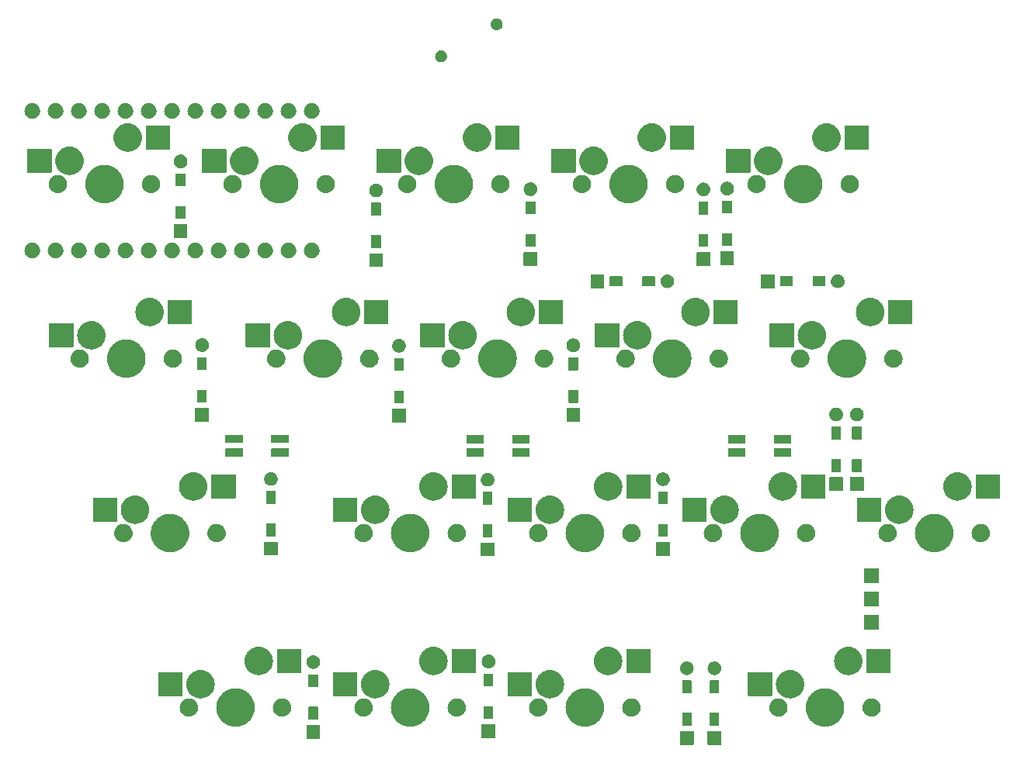
<source format=gbr>
G04 #@! TF.GenerationSoftware,KiCad,Pcbnew,7.0.8*
G04 #@! TF.CreationDate,2024-02-12T18:05:53+09:00*
G04 #@! TF.ProjectId,cool939v2,636f6f6c-3933-4397-9632-2e6b69636164,rev?*
G04 #@! TF.SameCoordinates,Original*
G04 #@! TF.FileFunction,Soldermask,Bot*
G04 #@! TF.FilePolarity,Negative*
%FSLAX46Y46*%
G04 Gerber Fmt 4.6, Leading zero omitted, Abs format (unit mm)*
G04 Created by KiCad (PCBNEW 7.0.8) date 2024-02-12 18:05:53*
%MOMM*%
%LPD*%
G01*
G04 APERTURE LIST*
G04 APERTURE END LIST*
G36*
X92808017Y-59744382D02*
G01*
X92824562Y-59755438D01*
X92835618Y-59771983D01*
X92839500Y-59791500D01*
X92839500Y-61188500D01*
X92835618Y-61208017D01*
X92824562Y-61224562D01*
X92808017Y-61235618D01*
X92788500Y-61239500D01*
X91391500Y-61239500D01*
X91371983Y-61235618D01*
X91355438Y-61224562D01*
X91344382Y-61208017D01*
X91340500Y-61188500D01*
X91340500Y-59791500D01*
X91344382Y-59771983D01*
X91355438Y-59755438D01*
X91371983Y-59744382D01*
X91391500Y-59740500D01*
X92788500Y-59740500D01*
X92808017Y-59744382D01*
G37*
G36*
X95818017Y-59744382D02*
G01*
X95834562Y-59755438D01*
X95845618Y-59771983D01*
X95849500Y-59791500D01*
X95849500Y-61188500D01*
X95845618Y-61208017D01*
X95834562Y-61224562D01*
X95818017Y-61235618D01*
X95798500Y-61239500D01*
X94401500Y-61239500D01*
X94381983Y-61235618D01*
X94365438Y-61224562D01*
X94354382Y-61208017D01*
X94350500Y-61188500D01*
X94350500Y-59791500D01*
X94354382Y-59771983D01*
X94365438Y-59755438D01*
X94381983Y-59744382D01*
X94401500Y-59740500D01*
X95798500Y-59740500D01*
X95818017Y-59744382D01*
G37*
G36*
X52068017Y-59074382D02*
G01*
X52084562Y-59085438D01*
X52095618Y-59101983D01*
X52099500Y-59121500D01*
X52099500Y-60518500D01*
X52095618Y-60538017D01*
X52084562Y-60554562D01*
X52068017Y-60565618D01*
X52048500Y-60569500D01*
X50651500Y-60569500D01*
X50631983Y-60565618D01*
X50615438Y-60554562D01*
X50604382Y-60538017D01*
X50600500Y-60518500D01*
X50600500Y-59121500D01*
X50604382Y-59101983D01*
X50615438Y-59085438D01*
X50631983Y-59074382D01*
X50651500Y-59070500D01*
X52048500Y-59070500D01*
X52068017Y-59074382D01*
G37*
G36*
X71178017Y-59004382D02*
G01*
X71194562Y-59015438D01*
X71205618Y-59031983D01*
X71209500Y-59051500D01*
X71209500Y-60448500D01*
X71205618Y-60468017D01*
X71194562Y-60484562D01*
X71178017Y-60495618D01*
X71158500Y-60499500D01*
X69761500Y-60499500D01*
X69741983Y-60495618D01*
X69725438Y-60484562D01*
X69714382Y-60468017D01*
X69710500Y-60448500D01*
X69710500Y-59051500D01*
X69714382Y-59031983D01*
X69725438Y-59015438D01*
X69741983Y-59004382D01*
X69761500Y-59000500D01*
X71158500Y-59000500D01*
X71178017Y-59004382D01*
G37*
G36*
X42933151Y-55053898D02*
G01*
X43005877Y-55053898D01*
X43072179Y-55063010D01*
X43136698Y-55067240D01*
X43212169Y-55082251D01*
X43289961Y-55092944D01*
X43348785Y-55109426D01*
X43406209Y-55120848D01*
X43484961Y-55147580D01*
X43566082Y-55170310D01*
X43616741Y-55192314D01*
X43666417Y-55209177D01*
X43746617Y-55248727D01*
X43829097Y-55284553D01*
X43871267Y-55310197D01*
X43912861Y-55330709D01*
X43992475Y-55383905D01*
X44074105Y-55433546D01*
X44107831Y-55460984D01*
X44141344Y-55483377D01*
X44218172Y-55550753D01*
X44296544Y-55614514D01*
X44322194Y-55641978D01*
X44347941Y-55664558D01*
X44419676Y-55746356D01*
X44492269Y-55824084D01*
X44510533Y-55849959D01*
X44529122Y-55871155D01*
X44593399Y-55967352D01*
X44657635Y-56058354D01*
X44669484Y-56081222D01*
X44681788Y-56099636D01*
X44736244Y-56210063D01*
X44789561Y-56312959D01*
X44796201Y-56331644D01*
X44803323Y-56346085D01*
X44845673Y-56470844D01*
X44885589Y-56583157D01*
X44888415Y-56596758D01*
X44891651Y-56606290D01*
X44919715Y-56747384D01*
X44943931Y-56863914D01*
X44944474Y-56871855D01*
X44945259Y-56875801D01*
X44957079Y-57056136D01*
X44963500Y-57150000D01*
X44957078Y-57243870D01*
X44945259Y-57424198D01*
X44944474Y-57428142D01*
X44943931Y-57436086D01*
X44919711Y-57552637D01*
X44891651Y-57693709D01*
X44888415Y-57703239D01*
X44885589Y-57716843D01*
X44845665Y-57829176D01*
X44803322Y-57953917D01*
X44796201Y-57968355D01*
X44789561Y-57987041D01*
X44736250Y-58089924D01*
X44681790Y-58200361D01*
X44669484Y-58218776D01*
X44657635Y-58241646D01*
X44593391Y-58332657D01*
X44529122Y-58428844D01*
X44510537Y-58450035D01*
X44492269Y-58475916D01*
X44419662Y-58553658D01*
X44347941Y-58635441D01*
X44322199Y-58658015D01*
X44296544Y-58685486D01*
X44218156Y-58749258D01*
X44141344Y-58816622D01*
X44107838Y-58839009D01*
X44074105Y-58866454D01*
X43992458Y-58916104D01*
X43912861Y-58969290D01*
X43871275Y-58989797D01*
X43829097Y-59015447D01*
X43746600Y-59051280D01*
X43666417Y-59090822D01*
X43616751Y-59107681D01*
X43566082Y-59129690D01*
X43484944Y-59152423D01*
X43406209Y-59179151D01*
X43348798Y-59190570D01*
X43289961Y-59207056D01*
X43212153Y-59217750D01*
X43136698Y-59232759D01*
X43072193Y-59236987D01*
X43005877Y-59246102D01*
X42933136Y-59246102D01*
X42862500Y-59250732D01*
X42791864Y-59246102D01*
X42719123Y-59246102D01*
X42652807Y-59236987D01*
X42588301Y-59232759D01*
X42512843Y-59217749D01*
X42435039Y-59207056D01*
X42376204Y-59190571D01*
X42318790Y-59179151D01*
X42240049Y-59152422D01*
X42158918Y-59129690D01*
X42108251Y-59107682D01*
X42058582Y-59090822D01*
X41978391Y-59051276D01*
X41895903Y-59015447D01*
X41853728Y-58989799D01*
X41812138Y-58969290D01*
X41732530Y-58916097D01*
X41650895Y-58866454D01*
X41617166Y-58839013D01*
X41583655Y-58816622D01*
X41506829Y-58749247D01*
X41428456Y-58685486D01*
X41402805Y-58658020D01*
X41377058Y-58635441D01*
X41305321Y-58553641D01*
X41232731Y-58475916D01*
X41214466Y-58450041D01*
X41195877Y-58428844D01*
X41131589Y-58332631D01*
X41067365Y-58241646D01*
X41055518Y-58218783D01*
X41043209Y-58200361D01*
X40988728Y-58089884D01*
X40935439Y-57987041D01*
X40928800Y-57968362D01*
X40921677Y-57953917D01*
X40879311Y-57829113D01*
X40839411Y-57716843D01*
X40836585Y-57703246D01*
X40833348Y-57693709D01*
X40805265Y-57552525D01*
X40781069Y-57436086D01*
X40780526Y-57428150D01*
X40779740Y-57424198D01*
X40767897Y-57243520D01*
X40761500Y-57150000D01*
X40767896Y-57056487D01*
X40779740Y-56875801D01*
X40780526Y-56871847D01*
X40781069Y-56863914D01*
X40805260Y-56747496D01*
X40833348Y-56606290D01*
X40836586Y-56596750D01*
X40839411Y-56583157D01*
X40879304Y-56470907D01*
X40921676Y-56346085D01*
X40928800Y-56331637D01*
X40935439Y-56312959D01*
X40988734Y-56210103D01*
X41043211Y-56099636D01*
X41055518Y-56081216D01*
X41067365Y-56058354D01*
X41131582Y-55967379D01*
X41195877Y-55871155D01*
X41214470Y-55849953D01*
X41232731Y-55824084D01*
X41305307Y-55746374D01*
X41377058Y-55664558D01*
X41402810Y-55641973D01*
X41428456Y-55614514D01*
X41506813Y-55550765D01*
X41583655Y-55483377D01*
X41617172Y-55460981D01*
X41650895Y-55433546D01*
X41732520Y-55383908D01*
X41812136Y-55330711D01*
X41853728Y-55310199D01*
X41895903Y-55284553D01*
X41978385Y-55248726D01*
X42058585Y-55209176D01*
X42108262Y-55192312D01*
X42158918Y-55170310D01*
X42240033Y-55147582D01*
X42318790Y-55120848D01*
X42376216Y-55109425D01*
X42435039Y-55092944D01*
X42512827Y-55082252D01*
X42588301Y-55067240D01*
X42652821Y-55063010D01*
X42719123Y-55053898D01*
X42791849Y-55053898D01*
X42862500Y-55049267D01*
X42933151Y-55053898D01*
G37*
G36*
X61983151Y-55053898D02*
G01*
X62055877Y-55053898D01*
X62122179Y-55063010D01*
X62186698Y-55067240D01*
X62262169Y-55082251D01*
X62339961Y-55092944D01*
X62398785Y-55109426D01*
X62456209Y-55120848D01*
X62534961Y-55147580D01*
X62616082Y-55170310D01*
X62666741Y-55192314D01*
X62716417Y-55209177D01*
X62796617Y-55248727D01*
X62879097Y-55284553D01*
X62921267Y-55310197D01*
X62962861Y-55330709D01*
X63042475Y-55383905D01*
X63124105Y-55433546D01*
X63157831Y-55460984D01*
X63191344Y-55483377D01*
X63268172Y-55550753D01*
X63346544Y-55614514D01*
X63372194Y-55641978D01*
X63397941Y-55664558D01*
X63469676Y-55746356D01*
X63542269Y-55824084D01*
X63560533Y-55849959D01*
X63579122Y-55871155D01*
X63643399Y-55967352D01*
X63707635Y-56058354D01*
X63719484Y-56081222D01*
X63731788Y-56099636D01*
X63786244Y-56210063D01*
X63839561Y-56312959D01*
X63846201Y-56331644D01*
X63853323Y-56346085D01*
X63895673Y-56470844D01*
X63935589Y-56583157D01*
X63938415Y-56596758D01*
X63941651Y-56606290D01*
X63969715Y-56747384D01*
X63993931Y-56863914D01*
X63994474Y-56871855D01*
X63995259Y-56875801D01*
X64007079Y-57056136D01*
X64013500Y-57150000D01*
X64007078Y-57243870D01*
X63995259Y-57424198D01*
X63994474Y-57428142D01*
X63993931Y-57436086D01*
X63969711Y-57552637D01*
X63941651Y-57693709D01*
X63938415Y-57703239D01*
X63935589Y-57716843D01*
X63895665Y-57829176D01*
X63853322Y-57953917D01*
X63846201Y-57968355D01*
X63839561Y-57987041D01*
X63786250Y-58089924D01*
X63731790Y-58200361D01*
X63719484Y-58218776D01*
X63707635Y-58241646D01*
X63643391Y-58332657D01*
X63579122Y-58428844D01*
X63560537Y-58450035D01*
X63542269Y-58475916D01*
X63469662Y-58553658D01*
X63397941Y-58635441D01*
X63372199Y-58658015D01*
X63346544Y-58685486D01*
X63268156Y-58749258D01*
X63191344Y-58816622D01*
X63157838Y-58839009D01*
X63124105Y-58866454D01*
X63042458Y-58916104D01*
X62962861Y-58969290D01*
X62921275Y-58989797D01*
X62879097Y-59015447D01*
X62796600Y-59051280D01*
X62716417Y-59090822D01*
X62666751Y-59107681D01*
X62616082Y-59129690D01*
X62534944Y-59152423D01*
X62456209Y-59179151D01*
X62398798Y-59190570D01*
X62339961Y-59207056D01*
X62262153Y-59217750D01*
X62186698Y-59232759D01*
X62122193Y-59236987D01*
X62055877Y-59246102D01*
X61983136Y-59246102D01*
X61912500Y-59250732D01*
X61841864Y-59246102D01*
X61769123Y-59246102D01*
X61702807Y-59236987D01*
X61638301Y-59232759D01*
X61562843Y-59217749D01*
X61485039Y-59207056D01*
X61426204Y-59190571D01*
X61368790Y-59179151D01*
X61290049Y-59152422D01*
X61208918Y-59129690D01*
X61158251Y-59107682D01*
X61108582Y-59090822D01*
X61028391Y-59051276D01*
X60945903Y-59015447D01*
X60903728Y-58989799D01*
X60862138Y-58969290D01*
X60782530Y-58916097D01*
X60700895Y-58866454D01*
X60667166Y-58839013D01*
X60633655Y-58816622D01*
X60556829Y-58749247D01*
X60478456Y-58685486D01*
X60452805Y-58658020D01*
X60427058Y-58635441D01*
X60355321Y-58553641D01*
X60282731Y-58475916D01*
X60264466Y-58450041D01*
X60245877Y-58428844D01*
X60181589Y-58332631D01*
X60117365Y-58241646D01*
X60105518Y-58218783D01*
X60093209Y-58200361D01*
X60038728Y-58089884D01*
X59985439Y-57987041D01*
X59978800Y-57968362D01*
X59971677Y-57953917D01*
X59929311Y-57829113D01*
X59889411Y-57716843D01*
X59886585Y-57703246D01*
X59883348Y-57693709D01*
X59855265Y-57552525D01*
X59831069Y-57436086D01*
X59830526Y-57428150D01*
X59829740Y-57424198D01*
X59817897Y-57243520D01*
X59811500Y-57150000D01*
X59817896Y-57056487D01*
X59829740Y-56875801D01*
X59830526Y-56871847D01*
X59831069Y-56863914D01*
X59855260Y-56747496D01*
X59883348Y-56606290D01*
X59886586Y-56596750D01*
X59889411Y-56583157D01*
X59929304Y-56470907D01*
X59971676Y-56346085D01*
X59978800Y-56331637D01*
X59985439Y-56312959D01*
X60038734Y-56210103D01*
X60093211Y-56099636D01*
X60105518Y-56081216D01*
X60117365Y-56058354D01*
X60181582Y-55967379D01*
X60245877Y-55871155D01*
X60264470Y-55849953D01*
X60282731Y-55824084D01*
X60355307Y-55746374D01*
X60427058Y-55664558D01*
X60452810Y-55641973D01*
X60478456Y-55614514D01*
X60556813Y-55550765D01*
X60633655Y-55483377D01*
X60667172Y-55460981D01*
X60700895Y-55433546D01*
X60782520Y-55383908D01*
X60862136Y-55330711D01*
X60903728Y-55310199D01*
X60945903Y-55284553D01*
X61028385Y-55248726D01*
X61108585Y-55209176D01*
X61158262Y-55192312D01*
X61208918Y-55170310D01*
X61290033Y-55147582D01*
X61368790Y-55120848D01*
X61426216Y-55109425D01*
X61485039Y-55092944D01*
X61562827Y-55082252D01*
X61638301Y-55067240D01*
X61702821Y-55063010D01*
X61769123Y-55053898D01*
X61841849Y-55053898D01*
X61912500Y-55049267D01*
X61983151Y-55053898D01*
G37*
G36*
X81033151Y-55053898D02*
G01*
X81105877Y-55053898D01*
X81172179Y-55063010D01*
X81236698Y-55067240D01*
X81312169Y-55082251D01*
X81389961Y-55092944D01*
X81448785Y-55109426D01*
X81506209Y-55120848D01*
X81584961Y-55147580D01*
X81666082Y-55170310D01*
X81716741Y-55192314D01*
X81766417Y-55209177D01*
X81846617Y-55248727D01*
X81929097Y-55284553D01*
X81971267Y-55310197D01*
X82012861Y-55330709D01*
X82092475Y-55383905D01*
X82174105Y-55433546D01*
X82207831Y-55460984D01*
X82241344Y-55483377D01*
X82318172Y-55550753D01*
X82396544Y-55614514D01*
X82422194Y-55641978D01*
X82447941Y-55664558D01*
X82519676Y-55746356D01*
X82592269Y-55824084D01*
X82610533Y-55849959D01*
X82629122Y-55871155D01*
X82693399Y-55967352D01*
X82757635Y-56058354D01*
X82769484Y-56081222D01*
X82781788Y-56099636D01*
X82836244Y-56210063D01*
X82889561Y-56312959D01*
X82896201Y-56331644D01*
X82903323Y-56346085D01*
X82945673Y-56470844D01*
X82985589Y-56583157D01*
X82988415Y-56596758D01*
X82991651Y-56606290D01*
X83019715Y-56747384D01*
X83043931Y-56863914D01*
X83044474Y-56871855D01*
X83045259Y-56875801D01*
X83057079Y-57056136D01*
X83063500Y-57150000D01*
X83057078Y-57243870D01*
X83045259Y-57424198D01*
X83044474Y-57428142D01*
X83043931Y-57436086D01*
X83019711Y-57552637D01*
X82991651Y-57693709D01*
X82988415Y-57703239D01*
X82985589Y-57716843D01*
X82945665Y-57829176D01*
X82903322Y-57953917D01*
X82896201Y-57968355D01*
X82889561Y-57987041D01*
X82836250Y-58089924D01*
X82781790Y-58200361D01*
X82769484Y-58218776D01*
X82757635Y-58241646D01*
X82693391Y-58332657D01*
X82629122Y-58428844D01*
X82610537Y-58450035D01*
X82592269Y-58475916D01*
X82519662Y-58553658D01*
X82447941Y-58635441D01*
X82422199Y-58658015D01*
X82396544Y-58685486D01*
X82318156Y-58749258D01*
X82241344Y-58816622D01*
X82207838Y-58839009D01*
X82174105Y-58866454D01*
X82092458Y-58916104D01*
X82012861Y-58969290D01*
X81971275Y-58989797D01*
X81929097Y-59015447D01*
X81846600Y-59051280D01*
X81766417Y-59090822D01*
X81716751Y-59107681D01*
X81666082Y-59129690D01*
X81584944Y-59152423D01*
X81506209Y-59179151D01*
X81448798Y-59190570D01*
X81389961Y-59207056D01*
X81312153Y-59217750D01*
X81236698Y-59232759D01*
X81172193Y-59236987D01*
X81105877Y-59246102D01*
X81033136Y-59246102D01*
X80962500Y-59250732D01*
X80891864Y-59246102D01*
X80819123Y-59246102D01*
X80752807Y-59236987D01*
X80688301Y-59232759D01*
X80612843Y-59217749D01*
X80535039Y-59207056D01*
X80476204Y-59190571D01*
X80418790Y-59179151D01*
X80340049Y-59152422D01*
X80258918Y-59129690D01*
X80208251Y-59107682D01*
X80158582Y-59090822D01*
X80078391Y-59051276D01*
X79995903Y-59015447D01*
X79953728Y-58989799D01*
X79912138Y-58969290D01*
X79832530Y-58916097D01*
X79750895Y-58866454D01*
X79717166Y-58839013D01*
X79683655Y-58816622D01*
X79606829Y-58749247D01*
X79528456Y-58685486D01*
X79502805Y-58658020D01*
X79477058Y-58635441D01*
X79405321Y-58553641D01*
X79332731Y-58475916D01*
X79314466Y-58450041D01*
X79295877Y-58428844D01*
X79231589Y-58332631D01*
X79167365Y-58241646D01*
X79155518Y-58218783D01*
X79143209Y-58200361D01*
X79088728Y-58089884D01*
X79035439Y-57987041D01*
X79028800Y-57968362D01*
X79021677Y-57953917D01*
X78979311Y-57829113D01*
X78939411Y-57716843D01*
X78936585Y-57703246D01*
X78933348Y-57693709D01*
X78905265Y-57552525D01*
X78881069Y-57436086D01*
X78880526Y-57428150D01*
X78879740Y-57424198D01*
X78867897Y-57243520D01*
X78861500Y-57150000D01*
X78867896Y-57056487D01*
X78879740Y-56875801D01*
X78880526Y-56871847D01*
X78881069Y-56863914D01*
X78905260Y-56747496D01*
X78933348Y-56606290D01*
X78936586Y-56596750D01*
X78939411Y-56583157D01*
X78979304Y-56470907D01*
X79021676Y-56346085D01*
X79028800Y-56331637D01*
X79035439Y-56312959D01*
X79088734Y-56210103D01*
X79143211Y-56099636D01*
X79155518Y-56081216D01*
X79167365Y-56058354D01*
X79231582Y-55967379D01*
X79295877Y-55871155D01*
X79314470Y-55849953D01*
X79332731Y-55824084D01*
X79405307Y-55746374D01*
X79477058Y-55664558D01*
X79502810Y-55641973D01*
X79528456Y-55614514D01*
X79606813Y-55550765D01*
X79683655Y-55483377D01*
X79717172Y-55460981D01*
X79750895Y-55433546D01*
X79832520Y-55383908D01*
X79912136Y-55330711D01*
X79953728Y-55310199D01*
X79995903Y-55284553D01*
X80078385Y-55248726D01*
X80158585Y-55209176D01*
X80208262Y-55192312D01*
X80258918Y-55170310D01*
X80340033Y-55147582D01*
X80418790Y-55120848D01*
X80476216Y-55109425D01*
X80535039Y-55092944D01*
X80612827Y-55082252D01*
X80688301Y-55067240D01*
X80752821Y-55063010D01*
X80819123Y-55053898D01*
X80891849Y-55053898D01*
X80962500Y-55049267D01*
X81033151Y-55053898D01*
G37*
G36*
X107227151Y-55053898D02*
G01*
X107299877Y-55053898D01*
X107366179Y-55063010D01*
X107430698Y-55067240D01*
X107506169Y-55082251D01*
X107583961Y-55092944D01*
X107642785Y-55109426D01*
X107700209Y-55120848D01*
X107778961Y-55147580D01*
X107860082Y-55170310D01*
X107910741Y-55192314D01*
X107960417Y-55209177D01*
X108040617Y-55248727D01*
X108123097Y-55284553D01*
X108165267Y-55310197D01*
X108206861Y-55330709D01*
X108286475Y-55383905D01*
X108368105Y-55433546D01*
X108401831Y-55460984D01*
X108435344Y-55483377D01*
X108512172Y-55550753D01*
X108590544Y-55614514D01*
X108616194Y-55641978D01*
X108641941Y-55664558D01*
X108713676Y-55746356D01*
X108786269Y-55824084D01*
X108804533Y-55849959D01*
X108823122Y-55871155D01*
X108887399Y-55967352D01*
X108951635Y-56058354D01*
X108963484Y-56081222D01*
X108975788Y-56099636D01*
X109030244Y-56210063D01*
X109083561Y-56312959D01*
X109090201Y-56331644D01*
X109097323Y-56346085D01*
X109139673Y-56470844D01*
X109179589Y-56583157D01*
X109182415Y-56596758D01*
X109185651Y-56606290D01*
X109213715Y-56747384D01*
X109237931Y-56863914D01*
X109238474Y-56871855D01*
X109239259Y-56875801D01*
X109251079Y-57056136D01*
X109257500Y-57150000D01*
X109251078Y-57243870D01*
X109239259Y-57424198D01*
X109238474Y-57428142D01*
X109237931Y-57436086D01*
X109213711Y-57552637D01*
X109185651Y-57693709D01*
X109182415Y-57703239D01*
X109179589Y-57716843D01*
X109139665Y-57829176D01*
X109097322Y-57953917D01*
X109090201Y-57968355D01*
X109083561Y-57987041D01*
X109030250Y-58089924D01*
X108975790Y-58200361D01*
X108963484Y-58218776D01*
X108951635Y-58241646D01*
X108887391Y-58332657D01*
X108823122Y-58428844D01*
X108804537Y-58450035D01*
X108786269Y-58475916D01*
X108713662Y-58553658D01*
X108641941Y-58635441D01*
X108616199Y-58658015D01*
X108590544Y-58685486D01*
X108512156Y-58749258D01*
X108435344Y-58816622D01*
X108401838Y-58839009D01*
X108368105Y-58866454D01*
X108286458Y-58916104D01*
X108206861Y-58969290D01*
X108165275Y-58989797D01*
X108123097Y-59015447D01*
X108040600Y-59051280D01*
X107960417Y-59090822D01*
X107910751Y-59107681D01*
X107860082Y-59129690D01*
X107778944Y-59152423D01*
X107700209Y-59179151D01*
X107642798Y-59190570D01*
X107583961Y-59207056D01*
X107506153Y-59217750D01*
X107430698Y-59232759D01*
X107366193Y-59236987D01*
X107299877Y-59246102D01*
X107227136Y-59246102D01*
X107156500Y-59250732D01*
X107085864Y-59246102D01*
X107013123Y-59246102D01*
X106946807Y-59236987D01*
X106882301Y-59232759D01*
X106806843Y-59217749D01*
X106729039Y-59207056D01*
X106670204Y-59190571D01*
X106612790Y-59179151D01*
X106534049Y-59152422D01*
X106452918Y-59129690D01*
X106402251Y-59107682D01*
X106352582Y-59090822D01*
X106272391Y-59051276D01*
X106189903Y-59015447D01*
X106147728Y-58989799D01*
X106106138Y-58969290D01*
X106026530Y-58916097D01*
X105944895Y-58866454D01*
X105911166Y-58839013D01*
X105877655Y-58816622D01*
X105800829Y-58749247D01*
X105722456Y-58685486D01*
X105696805Y-58658020D01*
X105671058Y-58635441D01*
X105599321Y-58553641D01*
X105526731Y-58475916D01*
X105508466Y-58450041D01*
X105489877Y-58428844D01*
X105425589Y-58332631D01*
X105361365Y-58241646D01*
X105349518Y-58218783D01*
X105337209Y-58200361D01*
X105282728Y-58089884D01*
X105229439Y-57987041D01*
X105222800Y-57968362D01*
X105215677Y-57953917D01*
X105173311Y-57829113D01*
X105133411Y-57716843D01*
X105130585Y-57703246D01*
X105127348Y-57693709D01*
X105099265Y-57552525D01*
X105075069Y-57436086D01*
X105074526Y-57428150D01*
X105073740Y-57424198D01*
X105061897Y-57243520D01*
X105055500Y-57150000D01*
X105061896Y-57056487D01*
X105073740Y-56875801D01*
X105074526Y-56871847D01*
X105075069Y-56863914D01*
X105099260Y-56747496D01*
X105127348Y-56606290D01*
X105130586Y-56596750D01*
X105133411Y-56583157D01*
X105173304Y-56470907D01*
X105215676Y-56346085D01*
X105222800Y-56331637D01*
X105229439Y-56312959D01*
X105282734Y-56210103D01*
X105337211Y-56099636D01*
X105349518Y-56081216D01*
X105361365Y-56058354D01*
X105425582Y-55967379D01*
X105489877Y-55871155D01*
X105508470Y-55849953D01*
X105526731Y-55824084D01*
X105599307Y-55746374D01*
X105671058Y-55664558D01*
X105696810Y-55641973D01*
X105722456Y-55614514D01*
X105800813Y-55550765D01*
X105877655Y-55483377D01*
X105911172Y-55460981D01*
X105944895Y-55433546D01*
X106026520Y-55383908D01*
X106106136Y-55330711D01*
X106147728Y-55310199D01*
X106189903Y-55284553D01*
X106272385Y-55248726D01*
X106352585Y-55209176D01*
X106402262Y-55192312D01*
X106452918Y-55170310D01*
X106534033Y-55147582D01*
X106612790Y-55120848D01*
X106670216Y-55109425D01*
X106729039Y-55092944D01*
X106806827Y-55082252D01*
X106882301Y-55067240D01*
X106946821Y-55063010D01*
X107013123Y-55053898D01*
X107085849Y-55053898D01*
X107156500Y-55049267D01*
X107227151Y-55053898D01*
G37*
G36*
X92584517Y-57757882D02*
G01*
X92601062Y-57768938D01*
X92612118Y-57785483D01*
X92616000Y-57805000D01*
X92616000Y-59105000D01*
X92612118Y-59124517D01*
X92601062Y-59141062D01*
X92584517Y-59152118D01*
X92565000Y-59156000D01*
X91615000Y-59156000D01*
X91595483Y-59152118D01*
X91578938Y-59141062D01*
X91567882Y-59124517D01*
X91564000Y-59105000D01*
X91564000Y-57805000D01*
X91567882Y-57785483D01*
X91578938Y-57768938D01*
X91595483Y-57757882D01*
X91615000Y-57754000D01*
X92565000Y-57754000D01*
X92584517Y-57757882D01*
G37*
G36*
X95594517Y-57757882D02*
G01*
X95611062Y-57768938D01*
X95622118Y-57785483D01*
X95626000Y-57805000D01*
X95626000Y-59105000D01*
X95622118Y-59124517D01*
X95611062Y-59141062D01*
X95594517Y-59152118D01*
X95575000Y-59156000D01*
X94625000Y-59156000D01*
X94605483Y-59152118D01*
X94588938Y-59141062D01*
X94577882Y-59124517D01*
X94574000Y-59105000D01*
X94574000Y-57805000D01*
X94577882Y-57785483D01*
X94588938Y-57768938D01*
X94605483Y-57757882D01*
X94625000Y-57754000D01*
X95575000Y-57754000D01*
X95594517Y-57757882D01*
G37*
G36*
X51844517Y-57087882D02*
G01*
X51861062Y-57098938D01*
X51872118Y-57115483D01*
X51876000Y-57135000D01*
X51876000Y-58435000D01*
X51872118Y-58454517D01*
X51861062Y-58471062D01*
X51844517Y-58482118D01*
X51825000Y-58486000D01*
X50875000Y-58486000D01*
X50855483Y-58482118D01*
X50838938Y-58471062D01*
X50827882Y-58454517D01*
X50824000Y-58435000D01*
X50824000Y-57135000D01*
X50827882Y-57115483D01*
X50838938Y-57098938D01*
X50855483Y-57087882D01*
X50875000Y-57084000D01*
X51825000Y-57084000D01*
X51844517Y-57087882D01*
G37*
G36*
X70954517Y-57017882D02*
G01*
X70971062Y-57028938D01*
X70982118Y-57045483D01*
X70986000Y-57065000D01*
X70986000Y-58365000D01*
X70982118Y-58384517D01*
X70971062Y-58401062D01*
X70954517Y-58412118D01*
X70935000Y-58416000D01*
X69985000Y-58416000D01*
X69965483Y-58412118D01*
X69948938Y-58401062D01*
X69937882Y-58384517D01*
X69934000Y-58365000D01*
X69934000Y-57065000D01*
X69937882Y-57045483D01*
X69948938Y-57028938D01*
X69965483Y-57017882D01*
X69985000Y-57014000D01*
X70935000Y-57014000D01*
X70954517Y-57017882D01*
G37*
G36*
X37831265Y-56153803D02*
G01*
X37874809Y-56153803D01*
X37923301Y-56162867D01*
X37977785Y-56168234D01*
X38019175Y-56180789D01*
X38056292Y-56187728D01*
X38107699Y-56207643D01*
X38165566Y-56225197D01*
X38198629Y-56242869D01*
X38228447Y-56254421D01*
X38280255Y-56286499D01*
X38338626Y-56317699D01*
X38363151Y-56337826D01*
X38385414Y-56351611D01*
X38434739Y-56396577D01*
X38490314Y-56442186D01*
X38506783Y-56462253D01*
X38521850Y-56475989D01*
X38565594Y-56533915D01*
X38614801Y-56593874D01*
X38624315Y-56611673D01*
X38633110Y-56623320D01*
X38668102Y-56693595D01*
X38707303Y-56766934D01*
X38711483Y-56780716D01*
X38715406Y-56788593D01*
X38738574Y-56870021D01*
X38764266Y-56954715D01*
X38765110Y-56963284D01*
X38765929Y-56966163D01*
X38774442Y-57058035D01*
X38783500Y-57150000D01*
X38774441Y-57241972D01*
X38765929Y-57333836D01*
X38765110Y-57336713D01*
X38764266Y-57345285D01*
X38738569Y-57429993D01*
X38715406Y-57511406D01*
X38711484Y-57519281D01*
X38707303Y-57533066D01*
X38668095Y-57606418D01*
X38633110Y-57676679D01*
X38624316Y-57688322D01*
X38614801Y-57706126D01*
X38565584Y-57766096D01*
X38521850Y-57824010D01*
X38506786Y-57837742D01*
X38490314Y-57857814D01*
X38434728Y-57903431D01*
X38385414Y-57948388D01*
X38363156Y-57962169D01*
X38338626Y-57982301D01*
X38280243Y-58013507D01*
X38228447Y-58045578D01*
X38198636Y-58057126D01*
X38165566Y-58074803D01*
X38107687Y-58092360D01*
X38056292Y-58112271D01*
X38019182Y-58119208D01*
X37977785Y-58131766D01*
X37923298Y-58137132D01*
X37874809Y-58146197D01*
X37831265Y-58146197D01*
X37782500Y-58151000D01*
X37733735Y-58146197D01*
X37690191Y-58146197D01*
X37641700Y-58137132D01*
X37587215Y-58131766D01*
X37545818Y-58119208D01*
X37508707Y-58112271D01*
X37457307Y-58092358D01*
X37399434Y-58074803D01*
X37366366Y-58057128D01*
X37336552Y-58045578D01*
X37284749Y-58013503D01*
X37226374Y-57982301D01*
X37201846Y-57962171D01*
X37179585Y-57948388D01*
X37130261Y-57903423D01*
X37074686Y-57857814D01*
X37058216Y-57837745D01*
X37043149Y-57824010D01*
X36999402Y-57766080D01*
X36950199Y-57706126D01*
X36940685Y-57688327D01*
X36931889Y-57676679D01*
X36896889Y-57606390D01*
X36857697Y-57533066D01*
X36853517Y-57519286D01*
X36849593Y-57511406D01*
X36826414Y-57429940D01*
X36800734Y-57345285D01*
X36799890Y-57336719D01*
X36799070Y-57333836D01*
X36790541Y-57241800D01*
X36781500Y-57150000D01*
X36790540Y-57058207D01*
X36799070Y-56966163D01*
X36799890Y-56963279D01*
X36800734Y-56954715D01*
X36826409Y-56870074D01*
X36849593Y-56788593D01*
X36853517Y-56780710D01*
X36857697Y-56766934D01*
X36896882Y-56693622D01*
X36931889Y-56623320D01*
X36940687Y-56611669D01*
X36950199Y-56593874D01*
X36999393Y-56533930D01*
X37043149Y-56475989D01*
X37058219Y-56462250D01*
X37074686Y-56442186D01*
X37130250Y-56396585D01*
X37179585Y-56351611D01*
X37201851Y-56337824D01*
X37226374Y-56317699D01*
X37284737Y-56286503D01*
X37336552Y-56254421D01*
X37366373Y-56242868D01*
X37399434Y-56225197D01*
X37457295Y-56207644D01*
X37508707Y-56187728D01*
X37545825Y-56180789D01*
X37587215Y-56168234D01*
X37641697Y-56162867D01*
X37690191Y-56153803D01*
X37733735Y-56153803D01*
X37782500Y-56149000D01*
X37831265Y-56153803D01*
G37*
G36*
X47991265Y-56153803D02*
G01*
X48034809Y-56153803D01*
X48083301Y-56162867D01*
X48137785Y-56168234D01*
X48179175Y-56180789D01*
X48216292Y-56187728D01*
X48267699Y-56207643D01*
X48325566Y-56225197D01*
X48358629Y-56242869D01*
X48388447Y-56254421D01*
X48440255Y-56286499D01*
X48498626Y-56317699D01*
X48523151Y-56337826D01*
X48545414Y-56351611D01*
X48594739Y-56396577D01*
X48650314Y-56442186D01*
X48666783Y-56462253D01*
X48681850Y-56475989D01*
X48725594Y-56533915D01*
X48774801Y-56593874D01*
X48784315Y-56611673D01*
X48793110Y-56623320D01*
X48828102Y-56693595D01*
X48867303Y-56766934D01*
X48871483Y-56780716D01*
X48875406Y-56788593D01*
X48898574Y-56870021D01*
X48924266Y-56954715D01*
X48925110Y-56963284D01*
X48925929Y-56966163D01*
X48934442Y-57058035D01*
X48943500Y-57150000D01*
X48934441Y-57241972D01*
X48925929Y-57333836D01*
X48925110Y-57336713D01*
X48924266Y-57345285D01*
X48898569Y-57429993D01*
X48875406Y-57511406D01*
X48871484Y-57519281D01*
X48867303Y-57533066D01*
X48828095Y-57606418D01*
X48793110Y-57676679D01*
X48784316Y-57688322D01*
X48774801Y-57706126D01*
X48725584Y-57766096D01*
X48681850Y-57824010D01*
X48666786Y-57837742D01*
X48650314Y-57857814D01*
X48594728Y-57903431D01*
X48545414Y-57948388D01*
X48523156Y-57962169D01*
X48498626Y-57982301D01*
X48440243Y-58013507D01*
X48388447Y-58045578D01*
X48358636Y-58057126D01*
X48325566Y-58074803D01*
X48267687Y-58092360D01*
X48216292Y-58112271D01*
X48179182Y-58119208D01*
X48137785Y-58131766D01*
X48083298Y-58137132D01*
X48034809Y-58146197D01*
X47991265Y-58146197D01*
X47942500Y-58151000D01*
X47893735Y-58146197D01*
X47850191Y-58146197D01*
X47801700Y-58137132D01*
X47747215Y-58131766D01*
X47705818Y-58119208D01*
X47668707Y-58112271D01*
X47617307Y-58092358D01*
X47559434Y-58074803D01*
X47526366Y-58057128D01*
X47496552Y-58045578D01*
X47444749Y-58013503D01*
X47386374Y-57982301D01*
X47361846Y-57962171D01*
X47339585Y-57948388D01*
X47290261Y-57903423D01*
X47234686Y-57857814D01*
X47218216Y-57837745D01*
X47203149Y-57824010D01*
X47159402Y-57766080D01*
X47110199Y-57706126D01*
X47100685Y-57688327D01*
X47091889Y-57676679D01*
X47056889Y-57606390D01*
X47017697Y-57533066D01*
X47013517Y-57519286D01*
X47009593Y-57511406D01*
X46986414Y-57429940D01*
X46960734Y-57345285D01*
X46959890Y-57336719D01*
X46959070Y-57333836D01*
X46950541Y-57241800D01*
X46941500Y-57150000D01*
X46950540Y-57058207D01*
X46959070Y-56966163D01*
X46959890Y-56963279D01*
X46960734Y-56954715D01*
X46986409Y-56870074D01*
X47009593Y-56788593D01*
X47013517Y-56780710D01*
X47017697Y-56766934D01*
X47056882Y-56693622D01*
X47091889Y-56623320D01*
X47100687Y-56611669D01*
X47110199Y-56593874D01*
X47159393Y-56533930D01*
X47203149Y-56475989D01*
X47218219Y-56462250D01*
X47234686Y-56442186D01*
X47290250Y-56396585D01*
X47339585Y-56351611D01*
X47361851Y-56337824D01*
X47386374Y-56317699D01*
X47444737Y-56286503D01*
X47496552Y-56254421D01*
X47526373Y-56242868D01*
X47559434Y-56225197D01*
X47617295Y-56207644D01*
X47668707Y-56187728D01*
X47705825Y-56180789D01*
X47747215Y-56168234D01*
X47801697Y-56162867D01*
X47850191Y-56153803D01*
X47893735Y-56153803D01*
X47942500Y-56149000D01*
X47991265Y-56153803D01*
G37*
G36*
X56881265Y-56153803D02*
G01*
X56924809Y-56153803D01*
X56973301Y-56162867D01*
X57027785Y-56168234D01*
X57069175Y-56180789D01*
X57106292Y-56187728D01*
X57157699Y-56207643D01*
X57215566Y-56225197D01*
X57248629Y-56242869D01*
X57278447Y-56254421D01*
X57330255Y-56286499D01*
X57388626Y-56317699D01*
X57413151Y-56337826D01*
X57435414Y-56351611D01*
X57484739Y-56396577D01*
X57540314Y-56442186D01*
X57556783Y-56462253D01*
X57571850Y-56475989D01*
X57615594Y-56533915D01*
X57664801Y-56593874D01*
X57674315Y-56611673D01*
X57683110Y-56623320D01*
X57718102Y-56693595D01*
X57757303Y-56766934D01*
X57761483Y-56780716D01*
X57765406Y-56788593D01*
X57788574Y-56870021D01*
X57814266Y-56954715D01*
X57815110Y-56963284D01*
X57815929Y-56966163D01*
X57824442Y-57058035D01*
X57833500Y-57150000D01*
X57824441Y-57241972D01*
X57815929Y-57333836D01*
X57815110Y-57336713D01*
X57814266Y-57345285D01*
X57788569Y-57429993D01*
X57765406Y-57511406D01*
X57761484Y-57519281D01*
X57757303Y-57533066D01*
X57718095Y-57606418D01*
X57683110Y-57676679D01*
X57674316Y-57688322D01*
X57664801Y-57706126D01*
X57615584Y-57766096D01*
X57571850Y-57824010D01*
X57556786Y-57837742D01*
X57540314Y-57857814D01*
X57484728Y-57903431D01*
X57435414Y-57948388D01*
X57413156Y-57962169D01*
X57388626Y-57982301D01*
X57330243Y-58013507D01*
X57278447Y-58045578D01*
X57248636Y-58057126D01*
X57215566Y-58074803D01*
X57157687Y-58092360D01*
X57106292Y-58112271D01*
X57069182Y-58119208D01*
X57027785Y-58131766D01*
X56973298Y-58137132D01*
X56924809Y-58146197D01*
X56881265Y-58146197D01*
X56832500Y-58151000D01*
X56783735Y-58146197D01*
X56740191Y-58146197D01*
X56691700Y-58137132D01*
X56637215Y-58131766D01*
X56595818Y-58119208D01*
X56558707Y-58112271D01*
X56507307Y-58092358D01*
X56449434Y-58074803D01*
X56416366Y-58057128D01*
X56386552Y-58045578D01*
X56334749Y-58013503D01*
X56276374Y-57982301D01*
X56251846Y-57962171D01*
X56229585Y-57948388D01*
X56180261Y-57903423D01*
X56124686Y-57857814D01*
X56108216Y-57837745D01*
X56093149Y-57824010D01*
X56049402Y-57766080D01*
X56000199Y-57706126D01*
X55990685Y-57688327D01*
X55981889Y-57676679D01*
X55946889Y-57606390D01*
X55907697Y-57533066D01*
X55903517Y-57519286D01*
X55899593Y-57511406D01*
X55876414Y-57429940D01*
X55850734Y-57345285D01*
X55849890Y-57336719D01*
X55849070Y-57333836D01*
X55840541Y-57241800D01*
X55831500Y-57150000D01*
X55840540Y-57058207D01*
X55849070Y-56966163D01*
X55849890Y-56963279D01*
X55850734Y-56954715D01*
X55876409Y-56870074D01*
X55899593Y-56788593D01*
X55903517Y-56780710D01*
X55907697Y-56766934D01*
X55946882Y-56693622D01*
X55981889Y-56623320D01*
X55990687Y-56611669D01*
X56000199Y-56593874D01*
X56049393Y-56533930D01*
X56093149Y-56475989D01*
X56108219Y-56462250D01*
X56124686Y-56442186D01*
X56180250Y-56396585D01*
X56229585Y-56351611D01*
X56251851Y-56337824D01*
X56276374Y-56317699D01*
X56334737Y-56286503D01*
X56386552Y-56254421D01*
X56416373Y-56242868D01*
X56449434Y-56225197D01*
X56507295Y-56207644D01*
X56558707Y-56187728D01*
X56595825Y-56180789D01*
X56637215Y-56168234D01*
X56691697Y-56162867D01*
X56740191Y-56153803D01*
X56783735Y-56153803D01*
X56832500Y-56149000D01*
X56881265Y-56153803D01*
G37*
G36*
X67041265Y-56153803D02*
G01*
X67084809Y-56153803D01*
X67133301Y-56162867D01*
X67187785Y-56168234D01*
X67229175Y-56180789D01*
X67266292Y-56187728D01*
X67317699Y-56207643D01*
X67375566Y-56225197D01*
X67408629Y-56242869D01*
X67438447Y-56254421D01*
X67490255Y-56286499D01*
X67548626Y-56317699D01*
X67573151Y-56337826D01*
X67595414Y-56351611D01*
X67644739Y-56396577D01*
X67700314Y-56442186D01*
X67716783Y-56462253D01*
X67731850Y-56475989D01*
X67775594Y-56533915D01*
X67824801Y-56593874D01*
X67834315Y-56611673D01*
X67843110Y-56623320D01*
X67878102Y-56693595D01*
X67917303Y-56766934D01*
X67921483Y-56780716D01*
X67925406Y-56788593D01*
X67948574Y-56870021D01*
X67974266Y-56954715D01*
X67975110Y-56963284D01*
X67975929Y-56966163D01*
X67984442Y-57058035D01*
X67993500Y-57150000D01*
X67984441Y-57241972D01*
X67975929Y-57333836D01*
X67975110Y-57336713D01*
X67974266Y-57345285D01*
X67948569Y-57429993D01*
X67925406Y-57511406D01*
X67921484Y-57519281D01*
X67917303Y-57533066D01*
X67878095Y-57606418D01*
X67843110Y-57676679D01*
X67834316Y-57688322D01*
X67824801Y-57706126D01*
X67775584Y-57766096D01*
X67731850Y-57824010D01*
X67716786Y-57837742D01*
X67700314Y-57857814D01*
X67644728Y-57903431D01*
X67595414Y-57948388D01*
X67573156Y-57962169D01*
X67548626Y-57982301D01*
X67490243Y-58013507D01*
X67438447Y-58045578D01*
X67408636Y-58057126D01*
X67375566Y-58074803D01*
X67317687Y-58092360D01*
X67266292Y-58112271D01*
X67229182Y-58119208D01*
X67187785Y-58131766D01*
X67133298Y-58137132D01*
X67084809Y-58146197D01*
X67041265Y-58146197D01*
X66992500Y-58151000D01*
X66943735Y-58146197D01*
X66900191Y-58146197D01*
X66851700Y-58137132D01*
X66797215Y-58131766D01*
X66755818Y-58119208D01*
X66718707Y-58112271D01*
X66667307Y-58092358D01*
X66609434Y-58074803D01*
X66576366Y-58057128D01*
X66546552Y-58045578D01*
X66494749Y-58013503D01*
X66436374Y-57982301D01*
X66411846Y-57962171D01*
X66389585Y-57948388D01*
X66340261Y-57903423D01*
X66284686Y-57857814D01*
X66268216Y-57837745D01*
X66253149Y-57824010D01*
X66209402Y-57766080D01*
X66160199Y-57706126D01*
X66150685Y-57688327D01*
X66141889Y-57676679D01*
X66106889Y-57606390D01*
X66067697Y-57533066D01*
X66063517Y-57519286D01*
X66059593Y-57511406D01*
X66036414Y-57429940D01*
X66010734Y-57345285D01*
X66009890Y-57336719D01*
X66009070Y-57333836D01*
X66000541Y-57241800D01*
X65991500Y-57150000D01*
X66000540Y-57058207D01*
X66009070Y-56966163D01*
X66009890Y-56963279D01*
X66010734Y-56954715D01*
X66036409Y-56870074D01*
X66059593Y-56788593D01*
X66063517Y-56780710D01*
X66067697Y-56766934D01*
X66106882Y-56693622D01*
X66141889Y-56623320D01*
X66150687Y-56611669D01*
X66160199Y-56593874D01*
X66209393Y-56533930D01*
X66253149Y-56475989D01*
X66268219Y-56462250D01*
X66284686Y-56442186D01*
X66340250Y-56396585D01*
X66389585Y-56351611D01*
X66411851Y-56337824D01*
X66436374Y-56317699D01*
X66494737Y-56286503D01*
X66546552Y-56254421D01*
X66576373Y-56242868D01*
X66609434Y-56225197D01*
X66667295Y-56207644D01*
X66718707Y-56187728D01*
X66755825Y-56180789D01*
X66797215Y-56168234D01*
X66851697Y-56162867D01*
X66900191Y-56153803D01*
X66943735Y-56153803D01*
X66992500Y-56149000D01*
X67041265Y-56153803D01*
G37*
G36*
X75931265Y-56153803D02*
G01*
X75974809Y-56153803D01*
X76023301Y-56162867D01*
X76077785Y-56168234D01*
X76119175Y-56180789D01*
X76156292Y-56187728D01*
X76207699Y-56207643D01*
X76265566Y-56225197D01*
X76298629Y-56242869D01*
X76328447Y-56254421D01*
X76380255Y-56286499D01*
X76438626Y-56317699D01*
X76463151Y-56337826D01*
X76485414Y-56351611D01*
X76534739Y-56396577D01*
X76590314Y-56442186D01*
X76606783Y-56462253D01*
X76621850Y-56475989D01*
X76665594Y-56533915D01*
X76714801Y-56593874D01*
X76724315Y-56611673D01*
X76733110Y-56623320D01*
X76768102Y-56693595D01*
X76807303Y-56766934D01*
X76811483Y-56780716D01*
X76815406Y-56788593D01*
X76838574Y-56870021D01*
X76864266Y-56954715D01*
X76865110Y-56963284D01*
X76865929Y-56966163D01*
X76874442Y-57058035D01*
X76883500Y-57150000D01*
X76874441Y-57241972D01*
X76865929Y-57333836D01*
X76865110Y-57336713D01*
X76864266Y-57345285D01*
X76838569Y-57429993D01*
X76815406Y-57511406D01*
X76811484Y-57519281D01*
X76807303Y-57533066D01*
X76768095Y-57606418D01*
X76733110Y-57676679D01*
X76724316Y-57688322D01*
X76714801Y-57706126D01*
X76665584Y-57766096D01*
X76621850Y-57824010D01*
X76606786Y-57837742D01*
X76590314Y-57857814D01*
X76534728Y-57903431D01*
X76485414Y-57948388D01*
X76463156Y-57962169D01*
X76438626Y-57982301D01*
X76380243Y-58013507D01*
X76328447Y-58045578D01*
X76298636Y-58057126D01*
X76265566Y-58074803D01*
X76207687Y-58092360D01*
X76156292Y-58112271D01*
X76119182Y-58119208D01*
X76077785Y-58131766D01*
X76023298Y-58137132D01*
X75974809Y-58146197D01*
X75931265Y-58146197D01*
X75882500Y-58151000D01*
X75833735Y-58146197D01*
X75790191Y-58146197D01*
X75741700Y-58137132D01*
X75687215Y-58131766D01*
X75645818Y-58119208D01*
X75608707Y-58112271D01*
X75557307Y-58092358D01*
X75499434Y-58074803D01*
X75466366Y-58057128D01*
X75436552Y-58045578D01*
X75384749Y-58013503D01*
X75326374Y-57982301D01*
X75301846Y-57962171D01*
X75279585Y-57948388D01*
X75230261Y-57903423D01*
X75174686Y-57857814D01*
X75158216Y-57837745D01*
X75143149Y-57824010D01*
X75099402Y-57766080D01*
X75050199Y-57706126D01*
X75040685Y-57688327D01*
X75031889Y-57676679D01*
X74996889Y-57606390D01*
X74957697Y-57533066D01*
X74953517Y-57519286D01*
X74949593Y-57511406D01*
X74926414Y-57429940D01*
X74900734Y-57345285D01*
X74899890Y-57336719D01*
X74899070Y-57333836D01*
X74890541Y-57241800D01*
X74881500Y-57150000D01*
X74890540Y-57058207D01*
X74899070Y-56966163D01*
X74899890Y-56963279D01*
X74900734Y-56954715D01*
X74926409Y-56870074D01*
X74949593Y-56788593D01*
X74953517Y-56780710D01*
X74957697Y-56766934D01*
X74996882Y-56693622D01*
X75031889Y-56623320D01*
X75040687Y-56611669D01*
X75050199Y-56593874D01*
X75099393Y-56533930D01*
X75143149Y-56475989D01*
X75158219Y-56462250D01*
X75174686Y-56442186D01*
X75230250Y-56396585D01*
X75279585Y-56351611D01*
X75301851Y-56337824D01*
X75326374Y-56317699D01*
X75384737Y-56286503D01*
X75436552Y-56254421D01*
X75466373Y-56242868D01*
X75499434Y-56225197D01*
X75557295Y-56207644D01*
X75608707Y-56187728D01*
X75645825Y-56180789D01*
X75687215Y-56168234D01*
X75741697Y-56162867D01*
X75790191Y-56153803D01*
X75833735Y-56153803D01*
X75882500Y-56149000D01*
X75931265Y-56153803D01*
G37*
G36*
X86091265Y-56153803D02*
G01*
X86134809Y-56153803D01*
X86183301Y-56162867D01*
X86237785Y-56168234D01*
X86279175Y-56180789D01*
X86316292Y-56187728D01*
X86367699Y-56207643D01*
X86425566Y-56225197D01*
X86458629Y-56242869D01*
X86488447Y-56254421D01*
X86540255Y-56286499D01*
X86598626Y-56317699D01*
X86623151Y-56337826D01*
X86645414Y-56351611D01*
X86694739Y-56396577D01*
X86750314Y-56442186D01*
X86766783Y-56462253D01*
X86781850Y-56475989D01*
X86825594Y-56533915D01*
X86874801Y-56593874D01*
X86884315Y-56611673D01*
X86893110Y-56623320D01*
X86928102Y-56693595D01*
X86967303Y-56766934D01*
X86971483Y-56780716D01*
X86975406Y-56788593D01*
X86998574Y-56870021D01*
X87024266Y-56954715D01*
X87025110Y-56963284D01*
X87025929Y-56966163D01*
X87034442Y-57058035D01*
X87043500Y-57150000D01*
X87034441Y-57241972D01*
X87025929Y-57333836D01*
X87025110Y-57336713D01*
X87024266Y-57345285D01*
X86998569Y-57429993D01*
X86975406Y-57511406D01*
X86971484Y-57519281D01*
X86967303Y-57533066D01*
X86928095Y-57606418D01*
X86893110Y-57676679D01*
X86884316Y-57688322D01*
X86874801Y-57706126D01*
X86825584Y-57766096D01*
X86781850Y-57824010D01*
X86766786Y-57837742D01*
X86750314Y-57857814D01*
X86694728Y-57903431D01*
X86645414Y-57948388D01*
X86623156Y-57962169D01*
X86598626Y-57982301D01*
X86540243Y-58013507D01*
X86488447Y-58045578D01*
X86458636Y-58057126D01*
X86425566Y-58074803D01*
X86367687Y-58092360D01*
X86316292Y-58112271D01*
X86279182Y-58119208D01*
X86237785Y-58131766D01*
X86183298Y-58137132D01*
X86134809Y-58146197D01*
X86091265Y-58146197D01*
X86042500Y-58151000D01*
X85993735Y-58146197D01*
X85950191Y-58146197D01*
X85901700Y-58137132D01*
X85847215Y-58131766D01*
X85805818Y-58119208D01*
X85768707Y-58112271D01*
X85717307Y-58092358D01*
X85659434Y-58074803D01*
X85626366Y-58057128D01*
X85596552Y-58045578D01*
X85544749Y-58013503D01*
X85486374Y-57982301D01*
X85461846Y-57962171D01*
X85439585Y-57948388D01*
X85390261Y-57903423D01*
X85334686Y-57857814D01*
X85318216Y-57837745D01*
X85303149Y-57824010D01*
X85259402Y-57766080D01*
X85210199Y-57706126D01*
X85200685Y-57688327D01*
X85191889Y-57676679D01*
X85156889Y-57606390D01*
X85117697Y-57533066D01*
X85113517Y-57519286D01*
X85109593Y-57511406D01*
X85086414Y-57429940D01*
X85060734Y-57345285D01*
X85059890Y-57336719D01*
X85059070Y-57333836D01*
X85050541Y-57241800D01*
X85041500Y-57150000D01*
X85050540Y-57058207D01*
X85059070Y-56966163D01*
X85059890Y-56963279D01*
X85060734Y-56954715D01*
X85086409Y-56870074D01*
X85109593Y-56788593D01*
X85113517Y-56780710D01*
X85117697Y-56766934D01*
X85156882Y-56693622D01*
X85191889Y-56623320D01*
X85200687Y-56611669D01*
X85210199Y-56593874D01*
X85259393Y-56533930D01*
X85303149Y-56475989D01*
X85318219Y-56462250D01*
X85334686Y-56442186D01*
X85390250Y-56396585D01*
X85439585Y-56351611D01*
X85461851Y-56337824D01*
X85486374Y-56317699D01*
X85544737Y-56286503D01*
X85596552Y-56254421D01*
X85626373Y-56242868D01*
X85659434Y-56225197D01*
X85717295Y-56207644D01*
X85768707Y-56187728D01*
X85805825Y-56180789D01*
X85847215Y-56168234D01*
X85901697Y-56162867D01*
X85950191Y-56153803D01*
X85993735Y-56153803D01*
X86042500Y-56149000D01*
X86091265Y-56153803D01*
G37*
G36*
X102125265Y-56153803D02*
G01*
X102168809Y-56153803D01*
X102217301Y-56162867D01*
X102271785Y-56168234D01*
X102313175Y-56180789D01*
X102350292Y-56187728D01*
X102401699Y-56207643D01*
X102459566Y-56225197D01*
X102492629Y-56242869D01*
X102522447Y-56254421D01*
X102574255Y-56286499D01*
X102632626Y-56317699D01*
X102657151Y-56337826D01*
X102679414Y-56351611D01*
X102728739Y-56396577D01*
X102784314Y-56442186D01*
X102800783Y-56462253D01*
X102815850Y-56475989D01*
X102859594Y-56533915D01*
X102908801Y-56593874D01*
X102918315Y-56611673D01*
X102927110Y-56623320D01*
X102962102Y-56693595D01*
X103001303Y-56766934D01*
X103005483Y-56780716D01*
X103009406Y-56788593D01*
X103032574Y-56870021D01*
X103058266Y-56954715D01*
X103059110Y-56963284D01*
X103059929Y-56966163D01*
X103068442Y-57058035D01*
X103077500Y-57150000D01*
X103068441Y-57241972D01*
X103059929Y-57333836D01*
X103059110Y-57336713D01*
X103058266Y-57345285D01*
X103032569Y-57429993D01*
X103009406Y-57511406D01*
X103005484Y-57519281D01*
X103001303Y-57533066D01*
X102962095Y-57606418D01*
X102927110Y-57676679D01*
X102918316Y-57688322D01*
X102908801Y-57706126D01*
X102859584Y-57766096D01*
X102815850Y-57824010D01*
X102800786Y-57837742D01*
X102784314Y-57857814D01*
X102728728Y-57903431D01*
X102679414Y-57948388D01*
X102657156Y-57962169D01*
X102632626Y-57982301D01*
X102574243Y-58013507D01*
X102522447Y-58045578D01*
X102492636Y-58057126D01*
X102459566Y-58074803D01*
X102401687Y-58092360D01*
X102350292Y-58112271D01*
X102313182Y-58119208D01*
X102271785Y-58131766D01*
X102217298Y-58137132D01*
X102168809Y-58146197D01*
X102125265Y-58146197D01*
X102076500Y-58151000D01*
X102027735Y-58146197D01*
X101984191Y-58146197D01*
X101935700Y-58137132D01*
X101881215Y-58131766D01*
X101839818Y-58119208D01*
X101802707Y-58112271D01*
X101751307Y-58092358D01*
X101693434Y-58074803D01*
X101660366Y-58057128D01*
X101630552Y-58045578D01*
X101578749Y-58013503D01*
X101520374Y-57982301D01*
X101495846Y-57962171D01*
X101473585Y-57948388D01*
X101424261Y-57903423D01*
X101368686Y-57857814D01*
X101352216Y-57837745D01*
X101337149Y-57824010D01*
X101293402Y-57766080D01*
X101244199Y-57706126D01*
X101234685Y-57688327D01*
X101225889Y-57676679D01*
X101190889Y-57606390D01*
X101151697Y-57533066D01*
X101147517Y-57519286D01*
X101143593Y-57511406D01*
X101120414Y-57429940D01*
X101094734Y-57345285D01*
X101093890Y-57336719D01*
X101093070Y-57333836D01*
X101084541Y-57241800D01*
X101075500Y-57150000D01*
X101084540Y-57058207D01*
X101093070Y-56966163D01*
X101093890Y-56963279D01*
X101094734Y-56954715D01*
X101120409Y-56870074D01*
X101143593Y-56788593D01*
X101147517Y-56780710D01*
X101151697Y-56766934D01*
X101190882Y-56693622D01*
X101225889Y-56623320D01*
X101234687Y-56611669D01*
X101244199Y-56593874D01*
X101293393Y-56533930D01*
X101337149Y-56475989D01*
X101352219Y-56462250D01*
X101368686Y-56442186D01*
X101424250Y-56396585D01*
X101473585Y-56351611D01*
X101495851Y-56337824D01*
X101520374Y-56317699D01*
X101578737Y-56286503D01*
X101630552Y-56254421D01*
X101660373Y-56242868D01*
X101693434Y-56225197D01*
X101751295Y-56207644D01*
X101802707Y-56187728D01*
X101839825Y-56180789D01*
X101881215Y-56168234D01*
X101935697Y-56162867D01*
X101984191Y-56153803D01*
X102027735Y-56153803D01*
X102076500Y-56149000D01*
X102125265Y-56153803D01*
G37*
G36*
X112285265Y-56153803D02*
G01*
X112328809Y-56153803D01*
X112377301Y-56162867D01*
X112431785Y-56168234D01*
X112473175Y-56180789D01*
X112510292Y-56187728D01*
X112561699Y-56207643D01*
X112619566Y-56225197D01*
X112652629Y-56242869D01*
X112682447Y-56254421D01*
X112734255Y-56286499D01*
X112792626Y-56317699D01*
X112817151Y-56337826D01*
X112839414Y-56351611D01*
X112888739Y-56396577D01*
X112944314Y-56442186D01*
X112960783Y-56462253D01*
X112975850Y-56475989D01*
X113019594Y-56533915D01*
X113068801Y-56593874D01*
X113078315Y-56611673D01*
X113087110Y-56623320D01*
X113122102Y-56693595D01*
X113161303Y-56766934D01*
X113165483Y-56780716D01*
X113169406Y-56788593D01*
X113192574Y-56870021D01*
X113218266Y-56954715D01*
X113219110Y-56963284D01*
X113219929Y-56966163D01*
X113228442Y-57058035D01*
X113237500Y-57150000D01*
X113228441Y-57241972D01*
X113219929Y-57333836D01*
X113219110Y-57336713D01*
X113218266Y-57345285D01*
X113192569Y-57429993D01*
X113169406Y-57511406D01*
X113165484Y-57519281D01*
X113161303Y-57533066D01*
X113122095Y-57606418D01*
X113087110Y-57676679D01*
X113078316Y-57688322D01*
X113068801Y-57706126D01*
X113019584Y-57766096D01*
X112975850Y-57824010D01*
X112960786Y-57837742D01*
X112944314Y-57857814D01*
X112888728Y-57903431D01*
X112839414Y-57948388D01*
X112817156Y-57962169D01*
X112792626Y-57982301D01*
X112734243Y-58013507D01*
X112682447Y-58045578D01*
X112652636Y-58057126D01*
X112619566Y-58074803D01*
X112561687Y-58092360D01*
X112510292Y-58112271D01*
X112473182Y-58119208D01*
X112431785Y-58131766D01*
X112377298Y-58137132D01*
X112328809Y-58146197D01*
X112285265Y-58146197D01*
X112236500Y-58151000D01*
X112187735Y-58146197D01*
X112144191Y-58146197D01*
X112095700Y-58137132D01*
X112041215Y-58131766D01*
X111999818Y-58119208D01*
X111962707Y-58112271D01*
X111911307Y-58092358D01*
X111853434Y-58074803D01*
X111820366Y-58057128D01*
X111790552Y-58045578D01*
X111738749Y-58013503D01*
X111680374Y-57982301D01*
X111655846Y-57962171D01*
X111633585Y-57948388D01*
X111584261Y-57903423D01*
X111528686Y-57857814D01*
X111512216Y-57837745D01*
X111497149Y-57824010D01*
X111453402Y-57766080D01*
X111404199Y-57706126D01*
X111394685Y-57688327D01*
X111385889Y-57676679D01*
X111350889Y-57606390D01*
X111311697Y-57533066D01*
X111307517Y-57519286D01*
X111303593Y-57511406D01*
X111280414Y-57429940D01*
X111254734Y-57345285D01*
X111253890Y-57336719D01*
X111253070Y-57333836D01*
X111244541Y-57241800D01*
X111235500Y-57150000D01*
X111244540Y-57058207D01*
X111253070Y-56966163D01*
X111253890Y-56963279D01*
X111254734Y-56954715D01*
X111280409Y-56870074D01*
X111303593Y-56788593D01*
X111307517Y-56780710D01*
X111311697Y-56766934D01*
X111350882Y-56693622D01*
X111385889Y-56623320D01*
X111394687Y-56611669D01*
X111404199Y-56593874D01*
X111453393Y-56533930D01*
X111497149Y-56475989D01*
X111512219Y-56462250D01*
X111528686Y-56442186D01*
X111584250Y-56396585D01*
X111633585Y-56351611D01*
X111655851Y-56337824D01*
X111680374Y-56317699D01*
X111738737Y-56286503D01*
X111790552Y-56254421D01*
X111820373Y-56242868D01*
X111853434Y-56225197D01*
X111911295Y-56207644D01*
X111962707Y-56187728D01*
X111999825Y-56180789D01*
X112041215Y-56168234D01*
X112095697Y-56162867D01*
X112144191Y-56153803D01*
X112187735Y-56153803D01*
X112236500Y-56149000D01*
X112285265Y-56153803D01*
G37*
G36*
X39112043Y-53063686D02*
G01*
X39168380Y-53063686D01*
X39229937Y-53072964D01*
X39295130Y-53078095D01*
X39347681Y-53090711D01*
X39397550Y-53098228D01*
X39462715Y-53118328D01*
X39531785Y-53134911D01*
X39576443Y-53153409D01*
X39619019Y-53166542D01*
X39685865Y-53198733D01*
X39756639Y-53228049D01*
X39792966Y-53250310D01*
X39827822Y-53267096D01*
X39894120Y-53312297D01*
X39964155Y-53355215D01*
X39992200Y-53379167D01*
X40019313Y-53397653D01*
X40082619Y-53456392D01*
X40149223Y-53513277D01*
X40169446Y-53536956D01*
X40189206Y-53555290D01*
X40246978Y-53627734D01*
X40307285Y-53698345D01*
X40320548Y-53719988D01*
X40333706Y-53736488D01*
X40383334Y-53822447D01*
X40434451Y-53905861D01*
X40441958Y-53923984D01*
X40449588Y-53937200D01*
X40488494Y-54036331D01*
X40527589Y-54130715D01*
X40530822Y-54144184D01*
X40534257Y-54152935D01*
X40559973Y-54265604D01*
X40584405Y-54367370D01*
X40585038Y-54375423D01*
X40585830Y-54378890D01*
X40596156Y-54516692D01*
X40603500Y-54610000D01*
X40596156Y-54703315D01*
X40585830Y-54841109D01*
X40585038Y-54844574D01*
X40584405Y-54852630D01*
X40559968Y-54954414D01*
X40534257Y-55067064D01*
X40530823Y-55075812D01*
X40527589Y-55089285D01*
X40488486Y-55183686D01*
X40449588Y-55282799D01*
X40441959Y-55296011D01*
X40434451Y-55314139D01*
X40383324Y-55397569D01*
X40333706Y-55483511D01*
X40320550Y-55500007D01*
X40307285Y-55521655D01*
X40246966Y-55592279D01*
X40189206Y-55664709D01*
X40169451Y-55683038D01*
X40149223Y-55706723D01*
X40082605Y-55763618D01*
X40019313Y-55822346D01*
X39992206Y-55840827D01*
X39964155Y-55864785D01*
X39894106Y-55907710D01*
X39827822Y-55952903D01*
X39792974Y-55969684D01*
X39756639Y-55991951D01*
X39685850Y-56021272D01*
X39619019Y-56053457D01*
X39576452Y-56066586D01*
X39531785Y-56085089D01*
X39462700Y-56101674D01*
X39397550Y-56121771D01*
X39347689Y-56129286D01*
X39295130Y-56141905D01*
X39229933Y-56147035D01*
X39168380Y-56156314D01*
X39112043Y-56156314D01*
X39052500Y-56161000D01*
X38992957Y-56156314D01*
X38936620Y-56156314D01*
X38875065Y-56147035D01*
X38809870Y-56141905D01*
X38757311Y-56129286D01*
X38707449Y-56121771D01*
X38642296Y-56101673D01*
X38573215Y-56085089D01*
X38528547Y-56066587D01*
X38485981Y-56053457D01*
X38419146Y-56021271D01*
X38348361Y-55991951D01*
X38312028Y-55969686D01*
X38277175Y-55952902D01*
X38210877Y-55907700D01*
X38140845Y-55864785D01*
X38112801Y-55840833D01*
X38085688Y-55822348D01*
X38022380Y-55763607D01*
X37955777Y-55706723D01*
X37935552Y-55683043D01*
X37915793Y-55664709D01*
X37858018Y-55592261D01*
X37797715Y-55521655D01*
X37784452Y-55500012D01*
X37771293Y-55483511D01*
X37721657Y-55397540D01*
X37670549Y-55314139D01*
X37663042Y-55296017D01*
X37655411Y-55282799D01*
X37616494Y-55183640D01*
X37577411Y-55089285D01*
X37574178Y-55075819D01*
X37570742Y-55067064D01*
X37545011Y-54954329D01*
X37520595Y-54852630D01*
X37519961Y-54844581D01*
X37519169Y-54841109D01*
X37508823Y-54703050D01*
X37501500Y-54610000D01*
X37508822Y-54516957D01*
X37519169Y-54378890D01*
X37519961Y-54375416D01*
X37520595Y-54367370D01*
X37545006Y-54265689D01*
X37570742Y-54152935D01*
X37574178Y-54144178D01*
X37577411Y-54130715D01*
X37616486Y-54036377D01*
X37655411Y-53937200D01*
X37663044Y-53923978D01*
X37670549Y-53905861D01*
X37721647Y-53822475D01*
X37771293Y-53736488D01*
X37784455Y-53719983D01*
X37797715Y-53698345D01*
X37858006Y-53627752D01*
X37915793Y-53555290D01*
X37935556Y-53536951D01*
X37955777Y-53513277D01*
X38022366Y-53456404D01*
X38085688Y-53397651D01*
X38112807Y-53379161D01*
X38140845Y-53355215D01*
X38210862Y-53312308D01*
X38277175Y-53267097D01*
X38312036Y-53250308D01*
X38348361Y-53228049D01*
X38419132Y-53198734D01*
X38485981Y-53166542D01*
X38528557Y-53153408D01*
X38573215Y-53134911D01*
X38642281Y-53118329D01*
X38707449Y-53098228D01*
X38757320Y-53090711D01*
X38809870Y-53078095D01*
X38875061Y-53072964D01*
X38936620Y-53063686D01*
X38992957Y-53063686D01*
X39052500Y-53059000D01*
X39112043Y-53063686D01*
G37*
G36*
X58162043Y-53063686D02*
G01*
X58218380Y-53063686D01*
X58279937Y-53072964D01*
X58345130Y-53078095D01*
X58397681Y-53090711D01*
X58447550Y-53098228D01*
X58512715Y-53118328D01*
X58581785Y-53134911D01*
X58626443Y-53153409D01*
X58669019Y-53166542D01*
X58735865Y-53198733D01*
X58806639Y-53228049D01*
X58842966Y-53250310D01*
X58877822Y-53267096D01*
X58944120Y-53312297D01*
X59014155Y-53355215D01*
X59042200Y-53379167D01*
X59069313Y-53397653D01*
X59132619Y-53456392D01*
X59199223Y-53513277D01*
X59219446Y-53536956D01*
X59239206Y-53555290D01*
X59296978Y-53627734D01*
X59357285Y-53698345D01*
X59370548Y-53719988D01*
X59383706Y-53736488D01*
X59433334Y-53822447D01*
X59484451Y-53905861D01*
X59491958Y-53923984D01*
X59499588Y-53937200D01*
X59538494Y-54036331D01*
X59577589Y-54130715D01*
X59580822Y-54144184D01*
X59584257Y-54152935D01*
X59609973Y-54265604D01*
X59634405Y-54367370D01*
X59635038Y-54375423D01*
X59635830Y-54378890D01*
X59646156Y-54516692D01*
X59653500Y-54610000D01*
X59646156Y-54703315D01*
X59635830Y-54841109D01*
X59635038Y-54844574D01*
X59634405Y-54852630D01*
X59609968Y-54954414D01*
X59584257Y-55067064D01*
X59580823Y-55075812D01*
X59577589Y-55089285D01*
X59538486Y-55183686D01*
X59499588Y-55282799D01*
X59491959Y-55296011D01*
X59484451Y-55314139D01*
X59433324Y-55397569D01*
X59383706Y-55483511D01*
X59370550Y-55500007D01*
X59357285Y-55521655D01*
X59296966Y-55592279D01*
X59239206Y-55664709D01*
X59219451Y-55683038D01*
X59199223Y-55706723D01*
X59132605Y-55763618D01*
X59069313Y-55822346D01*
X59042206Y-55840827D01*
X59014155Y-55864785D01*
X58944106Y-55907710D01*
X58877822Y-55952903D01*
X58842974Y-55969684D01*
X58806639Y-55991951D01*
X58735850Y-56021272D01*
X58669019Y-56053457D01*
X58626452Y-56066586D01*
X58581785Y-56085089D01*
X58512700Y-56101674D01*
X58447550Y-56121771D01*
X58397689Y-56129286D01*
X58345130Y-56141905D01*
X58279933Y-56147035D01*
X58218380Y-56156314D01*
X58162043Y-56156314D01*
X58102500Y-56161000D01*
X58042957Y-56156314D01*
X57986620Y-56156314D01*
X57925065Y-56147035D01*
X57859870Y-56141905D01*
X57807311Y-56129286D01*
X57757449Y-56121771D01*
X57692296Y-56101673D01*
X57623215Y-56085089D01*
X57578547Y-56066587D01*
X57535981Y-56053457D01*
X57469146Y-56021271D01*
X57398361Y-55991951D01*
X57362028Y-55969686D01*
X57327175Y-55952902D01*
X57260877Y-55907700D01*
X57190845Y-55864785D01*
X57162801Y-55840833D01*
X57135688Y-55822348D01*
X57072380Y-55763607D01*
X57005777Y-55706723D01*
X56985552Y-55683043D01*
X56965793Y-55664709D01*
X56908018Y-55592261D01*
X56847715Y-55521655D01*
X56834452Y-55500012D01*
X56821293Y-55483511D01*
X56771657Y-55397540D01*
X56720549Y-55314139D01*
X56713042Y-55296017D01*
X56705411Y-55282799D01*
X56666494Y-55183640D01*
X56627411Y-55089285D01*
X56624178Y-55075819D01*
X56620742Y-55067064D01*
X56595011Y-54954329D01*
X56570595Y-54852630D01*
X56569961Y-54844581D01*
X56569169Y-54841109D01*
X56558823Y-54703050D01*
X56551500Y-54610000D01*
X56558822Y-54516957D01*
X56569169Y-54378890D01*
X56569961Y-54375416D01*
X56570595Y-54367370D01*
X56595006Y-54265689D01*
X56620742Y-54152935D01*
X56624178Y-54144178D01*
X56627411Y-54130715D01*
X56666486Y-54036377D01*
X56705411Y-53937200D01*
X56713044Y-53923978D01*
X56720549Y-53905861D01*
X56771647Y-53822475D01*
X56821293Y-53736488D01*
X56834455Y-53719983D01*
X56847715Y-53698345D01*
X56908006Y-53627752D01*
X56965793Y-53555290D01*
X56985556Y-53536951D01*
X57005777Y-53513277D01*
X57072366Y-53456404D01*
X57135688Y-53397651D01*
X57162807Y-53379161D01*
X57190845Y-53355215D01*
X57260862Y-53312308D01*
X57327175Y-53267097D01*
X57362036Y-53250308D01*
X57398361Y-53228049D01*
X57469132Y-53198734D01*
X57535981Y-53166542D01*
X57578557Y-53153408D01*
X57623215Y-53134911D01*
X57692281Y-53118329D01*
X57757449Y-53098228D01*
X57807320Y-53090711D01*
X57859870Y-53078095D01*
X57925061Y-53072964D01*
X57986620Y-53063686D01*
X58042957Y-53063686D01*
X58102500Y-53059000D01*
X58162043Y-53063686D01*
G37*
G36*
X77212043Y-53063686D02*
G01*
X77268380Y-53063686D01*
X77329937Y-53072964D01*
X77395130Y-53078095D01*
X77447681Y-53090711D01*
X77497550Y-53098228D01*
X77562715Y-53118328D01*
X77631785Y-53134911D01*
X77676443Y-53153409D01*
X77719019Y-53166542D01*
X77785865Y-53198733D01*
X77856639Y-53228049D01*
X77892966Y-53250310D01*
X77927822Y-53267096D01*
X77994120Y-53312297D01*
X78064155Y-53355215D01*
X78092200Y-53379167D01*
X78119313Y-53397653D01*
X78182619Y-53456392D01*
X78249223Y-53513277D01*
X78269446Y-53536956D01*
X78289206Y-53555290D01*
X78346978Y-53627734D01*
X78407285Y-53698345D01*
X78420548Y-53719988D01*
X78433706Y-53736488D01*
X78483334Y-53822447D01*
X78534451Y-53905861D01*
X78541958Y-53923984D01*
X78549588Y-53937200D01*
X78588494Y-54036331D01*
X78627589Y-54130715D01*
X78630822Y-54144184D01*
X78634257Y-54152935D01*
X78659973Y-54265604D01*
X78684405Y-54367370D01*
X78685038Y-54375423D01*
X78685830Y-54378890D01*
X78696156Y-54516692D01*
X78703500Y-54610000D01*
X78696156Y-54703315D01*
X78685830Y-54841109D01*
X78685038Y-54844574D01*
X78684405Y-54852630D01*
X78659968Y-54954414D01*
X78634257Y-55067064D01*
X78630823Y-55075812D01*
X78627589Y-55089285D01*
X78588486Y-55183686D01*
X78549588Y-55282799D01*
X78541959Y-55296011D01*
X78534451Y-55314139D01*
X78483324Y-55397569D01*
X78433706Y-55483511D01*
X78420550Y-55500007D01*
X78407285Y-55521655D01*
X78346966Y-55592279D01*
X78289206Y-55664709D01*
X78269451Y-55683038D01*
X78249223Y-55706723D01*
X78182605Y-55763618D01*
X78119313Y-55822346D01*
X78092206Y-55840827D01*
X78064155Y-55864785D01*
X77994106Y-55907710D01*
X77927822Y-55952903D01*
X77892974Y-55969684D01*
X77856639Y-55991951D01*
X77785850Y-56021272D01*
X77719019Y-56053457D01*
X77676452Y-56066586D01*
X77631785Y-56085089D01*
X77562700Y-56101674D01*
X77497550Y-56121771D01*
X77447689Y-56129286D01*
X77395130Y-56141905D01*
X77329933Y-56147035D01*
X77268380Y-56156314D01*
X77212043Y-56156314D01*
X77152500Y-56161000D01*
X77092957Y-56156314D01*
X77036620Y-56156314D01*
X76975065Y-56147035D01*
X76909870Y-56141905D01*
X76857311Y-56129286D01*
X76807449Y-56121771D01*
X76742296Y-56101673D01*
X76673215Y-56085089D01*
X76628547Y-56066587D01*
X76585981Y-56053457D01*
X76519146Y-56021271D01*
X76448361Y-55991951D01*
X76412028Y-55969686D01*
X76377175Y-55952902D01*
X76310877Y-55907700D01*
X76240845Y-55864785D01*
X76212801Y-55840833D01*
X76185688Y-55822348D01*
X76122380Y-55763607D01*
X76055777Y-55706723D01*
X76035552Y-55683043D01*
X76015793Y-55664709D01*
X75958018Y-55592261D01*
X75897715Y-55521655D01*
X75884452Y-55500012D01*
X75871293Y-55483511D01*
X75821657Y-55397540D01*
X75770549Y-55314139D01*
X75763042Y-55296017D01*
X75755411Y-55282799D01*
X75716494Y-55183640D01*
X75677411Y-55089285D01*
X75674178Y-55075819D01*
X75670742Y-55067064D01*
X75645011Y-54954329D01*
X75620595Y-54852630D01*
X75619961Y-54844581D01*
X75619169Y-54841109D01*
X75608823Y-54703050D01*
X75601500Y-54610000D01*
X75608822Y-54516957D01*
X75619169Y-54378890D01*
X75619961Y-54375416D01*
X75620595Y-54367370D01*
X75645006Y-54265689D01*
X75670742Y-54152935D01*
X75674178Y-54144178D01*
X75677411Y-54130715D01*
X75716486Y-54036377D01*
X75755411Y-53937200D01*
X75763044Y-53923978D01*
X75770549Y-53905861D01*
X75821647Y-53822475D01*
X75871293Y-53736488D01*
X75884455Y-53719983D01*
X75897715Y-53698345D01*
X75958006Y-53627752D01*
X76015793Y-53555290D01*
X76035556Y-53536951D01*
X76055777Y-53513277D01*
X76122366Y-53456404D01*
X76185688Y-53397651D01*
X76212807Y-53379161D01*
X76240845Y-53355215D01*
X76310862Y-53312308D01*
X76377175Y-53267097D01*
X76412036Y-53250308D01*
X76448361Y-53228049D01*
X76519132Y-53198734D01*
X76585981Y-53166542D01*
X76628557Y-53153408D01*
X76673215Y-53134911D01*
X76742281Y-53118329D01*
X76807449Y-53098228D01*
X76857320Y-53090711D01*
X76909870Y-53078095D01*
X76975061Y-53072964D01*
X77036620Y-53063686D01*
X77092957Y-53063686D01*
X77152500Y-53059000D01*
X77212043Y-53063686D01*
G37*
G36*
X103406043Y-53063686D02*
G01*
X103462380Y-53063686D01*
X103523937Y-53072964D01*
X103589130Y-53078095D01*
X103641681Y-53090711D01*
X103691550Y-53098228D01*
X103756715Y-53118328D01*
X103825785Y-53134911D01*
X103870443Y-53153409D01*
X103913019Y-53166542D01*
X103979865Y-53198733D01*
X104050639Y-53228049D01*
X104086966Y-53250310D01*
X104121822Y-53267096D01*
X104188120Y-53312297D01*
X104258155Y-53355215D01*
X104286200Y-53379167D01*
X104313313Y-53397653D01*
X104376619Y-53456392D01*
X104443223Y-53513277D01*
X104463446Y-53536956D01*
X104483206Y-53555290D01*
X104540978Y-53627734D01*
X104601285Y-53698345D01*
X104614548Y-53719988D01*
X104627706Y-53736488D01*
X104677334Y-53822447D01*
X104728451Y-53905861D01*
X104735958Y-53923984D01*
X104743588Y-53937200D01*
X104782494Y-54036331D01*
X104821589Y-54130715D01*
X104824822Y-54144184D01*
X104828257Y-54152935D01*
X104853973Y-54265604D01*
X104878405Y-54367370D01*
X104879038Y-54375423D01*
X104879830Y-54378890D01*
X104890156Y-54516692D01*
X104897500Y-54610000D01*
X104890156Y-54703315D01*
X104879830Y-54841109D01*
X104879038Y-54844574D01*
X104878405Y-54852630D01*
X104853968Y-54954414D01*
X104828257Y-55067064D01*
X104824823Y-55075812D01*
X104821589Y-55089285D01*
X104782486Y-55183686D01*
X104743588Y-55282799D01*
X104735959Y-55296011D01*
X104728451Y-55314139D01*
X104677324Y-55397569D01*
X104627706Y-55483511D01*
X104614550Y-55500007D01*
X104601285Y-55521655D01*
X104540966Y-55592279D01*
X104483206Y-55664709D01*
X104463451Y-55683038D01*
X104443223Y-55706723D01*
X104376605Y-55763618D01*
X104313313Y-55822346D01*
X104286206Y-55840827D01*
X104258155Y-55864785D01*
X104188106Y-55907710D01*
X104121822Y-55952903D01*
X104086974Y-55969684D01*
X104050639Y-55991951D01*
X103979850Y-56021272D01*
X103913019Y-56053457D01*
X103870452Y-56066586D01*
X103825785Y-56085089D01*
X103756700Y-56101674D01*
X103691550Y-56121771D01*
X103641689Y-56129286D01*
X103589130Y-56141905D01*
X103523933Y-56147035D01*
X103462380Y-56156314D01*
X103406043Y-56156314D01*
X103346500Y-56161000D01*
X103286957Y-56156314D01*
X103230620Y-56156314D01*
X103169065Y-56147035D01*
X103103870Y-56141905D01*
X103051311Y-56129286D01*
X103001449Y-56121771D01*
X102936296Y-56101673D01*
X102867215Y-56085089D01*
X102822547Y-56066587D01*
X102779981Y-56053457D01*
X102713146Y-56021271D01*
X102642361Y-55991951D01*
X102606028Y-55969686D01*
X102571175Y-55952902D01*
X102504877Y-55907700D01*
X102434845Y-55864785D01*
X102406801Y-55840833D01*
X102379688Y-55822348D01*
X102316380Y-55763607D01*
X102249777Y-55706723D01*
X102229552Y-55683043D01*
X102209793Y-55664709D01*
X102152018Y-55592261D01*
X102091715Y-55521655D01*
X102078452Y-55500012D01*
X102065293Y-55483511D01*
X102015657Y-55397540D01*
X101964549Y-55314139D01*
X101957042Y-55296017D01*
X101949411Y-55282799D01*
X101910494Y-55183640D01*
X101871411Y-55089285D01*
X101868178Y-55075819D01*
X101864742Y-55067064D01*
X101839011Y-54954329D01*
X101814595Y-54852630D01*
X101813961Y-54844581D01*
X101813169Y-54841109D01*
X101802823Y-54703050D01*
X101795500Y-54610000D01*
X101802822Y-54516957D01*
X101813169Y-54378890D01*
X101813961Y-54375416D01*
X101814595Y-54367370D01*
X101839006Y-54265689D01*
X101864742Y-54152935D01*
X101868178Y-54144178D01*
X101871411Y-54130715D01*
X101910486Y-54036377D01*
X101949411Y-53937200D01*
X101957044Y-53923978D01*
X101964549Y-53905861D01*
X102015647Y-53822475D01*
X102065293Y-53736488D01*
X102078455Y-53719983D01*
X102091715Y-53698345D01*
X102152006Y-53627752D01*
X102209793Y-53555290D01*
X102229556Y-53536951D01*
X102249777Y-53513277D01*
X102316366Y-53456404D01*
X102379688Y-53397651D01*
X102406807Y-53379161D01*
X102434845Y-53355215D01*
X102504862Y-53312308D01*
X102571175Y-53267097D01*
X102606036Y-53250308D01*
X102642361Y-53228049D01*
X102713132Y-53198734D01*
X102779981Y-53166542D01*
X102822557Y-53153408D01*
X102867215Y-53134911D01*
X102936281Y-53118329D01*
X103001449Y-53098228D01*
X103051320Y-53090711D01*
X103103870Y-53078095D01*
X103169061Y-53072964D01*
X103230620Y-53063686D01*
X103286957Y-53063686D01*
X103346500Y-53059000D01*
X103406043Y-53063686D01*
G37*
G36*
X37072017Y-53312882D02*
G01*
X37088562Y-53323938D01*
X37099618Y-53340483D01*
X37103500Y-53360000D01*
X37103500Y-55860000D01*
X37099618Y-55879517D01*
X37088562Y-55896062D01*
X37072017Y-55907118D01*
X37052500Y-55911000D01*
X34502500Y-55911000D01*
X34482983Y-55907118D01*
X34466438Y-55896062D01*
X34455382Y-55879517D01*
X34451500Y-55860000D01*
X34451500Y-53360000D01*
X34455382Y-53340483D01*
X34466438Y-53323938D01*
X34482983Y-53312882D01*
X34502500Y-53309000D01*
X37052500Y-53309000D01*
X37072017Y-53312882D01*
G37*
G36*
X56122017Y-53312882D02*
G01*
X56138562Y-53323938D01*
X56149618Y-53340483D01*
X56153500Y-53360000D01*
X56153500Y-55860000D01*
X56149618Y-55879517D01*
X56138562Y-55896062D01*
X56122017Y-55907118D01*
X56102500Y-55911000D01*
X53552500Y-55911000D01*
X53532983Y-55907118D01*
X53516438Y-55896062D01*
X53505382Y-55879517D01*
X53501500Y-55860000D01*
X53501500Y-53360000D01*
X53505382Y-53340483D01*
X53516438Y-53323938D01*
X53532983Y-53312882D01*
X53552500Y-53309000D01*
X56102500Y-53309000D01*
X56122017Y-53312882D01*
G37*
G36*
X75172017Y-53312882D02*
G01*
X75188562Y-53323938D01*
X75199618Y-53340483D01*
X75203500Y-53360000D01*
X75203500Y-55860000D01*
X75199618Y-55879517D01*
X75188562Y-55896062D01*
X75172017Y-55907118D01*
X75152500Y-55911000D01*
X72602500Y-55911000D01*
X72582983Y-55907118D01*
X72566438Y-55896062D01*
X72555382Y-55879517D01*
X72551500Y-55860000D01*
X72551500Y-53360000D01*
X72555382Y-53340483D01*
X72566438Y-53323938D01*
X72582983Y-53312882D01*
X72602500Y-53309000D01*
X75152500Y-53309000D01*
X75172017Y-53312882D01*
G37*
G36*
X101366017Y-53312882D02*
G01*
X101382562Y-53323938D01*
X101393618Y-53340483D01*
X101397500Y-53360000D01*
X101397500Y-55860000D01*
X101393618Y-55879517D01*
X101382562Y-55896062D01*
X101366017Y-55907118D01*
X101346500Y-55911000D01*
X98796500Y-55911000D01*
X98776983Y-55907118D01*
X98760438Y-55896062D01*
X98749382Y-55879517D01*
X98745500Y-55860000D01*
X98745500Y-53360000D01*
X98749382Y-53340483D01*
X98760438Y-53323938D01*
X98776983Y-53312882D01*
X98796500Y-53309000D01*
X101346500Y-53309000D01*
X101366017Y-53312882D01*
G37*
G36*
X92584517Y-54207882D02*
G01*
X92601062Y-54218938D01*
X92612118Y-54235483D01*
X92616000Y-54255000D01*
X92616000Y-55555000D01*
X92612118Y-55574517D01*
X92601062Y-55591062D01*
X92584517Y-55602118D01*
X92565000Y-55606000D01*
X91615000Y-55606000D01*
X91595483Y-55602118D01*
X91578938Y-55591062D01*
X91567882Y-55574517D01*
X91564000Y-55555000D01*
X91564000Y-54255000D01*
X91567882Y-54235483D01*
X91578938Y-54218938D01*
X91595483Y-54207882D01*
X91615000Y-54204000D01*
X92565000Y-54204000D01*
X92584517Y-54207882D01*
G37*
G36*
X95594517Y-54207882D02*
G01*
X95611062Y-54218938D01*
X95622118Y-54235483D01*
X95626000Y-54255000D01*
X95626000Y-55555000D01*
X95622118Y-55574517D01*
X95611062Y-55591062D01*
X95594517Y-55602118D01*
X95575000Y-55606000D01*
X94625000Y-55606000D01*
X94605483Y-55602118D01*
X94588938Y-55591062D01*
X94577882Y-55574517D01*
X94574000Y-55555000D01*
X94574000Y-54255000D01*
X94577882Y-54235483D01*
X94588938Y-54218938D01*
X94605483Y-54207882D01*
X94625000Y-54204000D01*
X95575000Y-54204000D01*
X95594517Y-54207882D01*
G37*
G36*
X51844517Y-53537882D02*
G01*
X51861062Y-53548938D01*
X51872118Y-53565483D01*
X51876000Y-53585000D01*
X51876000Y-54885000D01*
X51872118Y-54904517D01*
X51861062Y-54921062D01*
X51844517Y-54932118D01*
X51825000Y-54936000D01*
X50875000Y-54936000D01*
X50855483Y-54932118D01*
X50838938Y-54921062D01*
X50827882Y-54904517D01*
X50824000Y-54885000D01*
X50824000Y-53585000D01*
X50827882Y-53565483D01*
X50838938Y-53548938D01*
X50855483Y-53537882D01*
X50875000Y-53534000D01*
X51825000Y-53534000D01*
X51844517Y-53537882D01*
G37*
G36*
X70954517Y-53467882D02*
G01*
X70971062Y-53478938D01*
X70982118Y-53495483D01*
X70986000Y-53515000D01*
X70986000Y-54815000D01*
X70982118Y-54834517D01*
X70971062Y-54851062D01*
X70954517Y-54862118D01*
X70935000Y-54866000D01*
X69985000Y-54866000D01*
X69965483Y-54862118D01*
X69948938Y-54851062D01*
X69937882Y-54834517D01*
X69934000Y-54815000D01*
X69934000Y-53515000D01*
X69937882Y-53495483D01*
X69948938Y-53478938D01*
X69965483Y-53467882D01*
X69985000Y-53464000D01*
X70935000Y-53464000D01*
X70954517Y-53467882D01*
G37*
G36*
X45462043Y-50523686D02*
G01*
X45518380Y-50523686D01*
X45579937Y-50532964D01*
X45645130Y-50538095D01*
X45697681Y-50550711D01*
X45747550Y-50558228D01*
X45812715Y-50578328D01*
X45881785Y-50594911D01*
X45926443Y-50613409D01*
X45969019Y-50626542D01*
X46035865Y-50658733D01*
X46106639Y-50688049D01*
X46142966Y-50710310D01*
X46177822Y-50727096D01*
X46244120Y-50772297D01*
X46314155Y-50815215D01*
X46342200Y-50839167D01*
X46369313Y-50857653D01*
X46432619Y-50916392D01*
X46499223Y-50973277D01*
X46519446Y-50996956D01*
X46539206Y-51015290D01*
X46596978Y-51087734D01*
X46657285Y-51158345D01*
X46670548Y-51179988D01*
X46683706Y-51196488D01*
X46733334Y-51282447D01*
X46784451Y-51365861D01*
X46791958Y-51383984D01*
X46799588Y-51397200D01*
X46838494Y-51496331D01*
X46877589Y-51590715D01*
X46880822Y-51604184D01*
X46884257Y-51612935D01*
X46909973Y-51725604D01*
X46934405Y-51827370D01*
X46935038Y-51835423D01*
X46935830Y-51838890D01*
X46946156Y-51976692D01*
X46953500Y-52070000D01*
X46946156Y-52163315D01*
X46935830Y-52301109D01*
X46935038Y-52304574D01*
X46934405Y-52312630D01*
X46909968Y-52414414D01*
X46884257Y-52527064D01*
X46880823Y-52535812D01*
X46877589Y-52549285D01*
X46838486Y-52643686D01*
X46799588Y-52742799D01*
X46791959Y-52756011D01*
X46784451Y-52774139D01*
X46733324Y-52857569D01*
X46683706Y-52943511D01*
X46670550Y-52960007D01*
X46657285Y-52981655D01*
X46596966Y-53052279D01*
X46539206Y-53124709D01*
X46519451Y-53143038D01*
X46499223Y-53166723D01*
X46432605Y-53223618D01*
X46369313Y-53282346D01*
X46342206Y-53300827D01*
X46314155Y-53324785D01*
X46244106Y-53367710D01*
X46177822Y-53412903D01*
X46142974Y-53429684D01*
X46106639Y-53451951D01*
X46035850Y-53481272D01*
X45969019Y-53513457D01*
X45926452Y-53526586D01*
X45881785Y-53545089D01*
X45812700Y-53561674D01*
X45747550Y-53581771D01*
X45697689Y-53589286D01*
X45645130Y-53601905D01*
X45579933Y-53607035D01*
X45518380Y-53616314D01*
X45462043Y-53616314D01*
X45402500Y-53621000D01*
X45342957Y-53616314D01*
X45286620Y-53616314D01*
X45225065Y-53607035D01*
X45159870Y-53601905D01*
X45107311Y-53589286D01*
X45057449Y-53581771D01*
X44992296Y-53561673D01*
X44923215Y-53545089D01*
X44878547Y-53526587D01*
X44835981Y-53513457D01*
X44769146Y-53481271D01*
X44698361Y-53451951D01*
X44662028Y-53429686D01*
X44627175Y-53412902D01*
X44560877Y-53367700D01*
X44490845Y-53324785D01*
X44462801Y-53300833D01*
X44435688Y-53282348D01*
X44372380Y-53223607D01*
X44305777Y-53166723D01*
X44285552Y-53143043D01*
X44265793Y-53124709D01*
X44208018Y-53052261D01*
X44147715Y-52981655D01*
X44134452Y-52960012D01*
X44121293Y-52943511D01*
X44071657Y-52857540D01*
X44020549Y-52774139D01*
X44013042Y-52756017D01*
X44005411Y-52742799D01*
X43966494Y-52643640D01*
X43927411Y-52549285D01*
X43924178Y-52535819D01*
X43920742Y-52527064D01*
X43895011Y-52414329D01*
X43870595Y-52312630D01*
X43869961Y-52304581D01*
X43869169Y-52301109D01*
X43858823Y-52163050D01*
X43851500Y-52070000D01*
X43858822Y-51976957D01*
X43869169Y-51838890D01*
X43869961Y-51835416D01*
X43870595Y-51827370D01*
X43895006Y-51725689D01*
X43920742Y-51612935D01*
X43924178Y-51604178D01*
X43927411Y-51590715D01*
X43966486Y-51496377D01*
X44005411Y-51397200D01*
X44013044Y-51383978D01*
X44020549Y-51365861D01*
X44071647Y-51282475D01*
X44121293Y-51196488D01*
X44134455Y-51179983D01*
X44147715Y-51158345D01*
X44208006Y-51087752D01*
X44265793Y-51015290D01*
X44285556Y-50996951D01*
X44305777Y-50973277D01*
X44372366Y-50916404D01*
X44435688Y-50857651D01*
X44462807Y-50839161D01*
X44490845Y-50815215D01*
X44560862Y-50772308D01*
X44627175Y-50727097D01*
X44662036Y-50710308D01*
X44698361Y-50688049D01*
X44769132Y-50658734D01*
X44835981Y-50626542D01*
X44878557Y-50613408D01*
X44923215Y-50594911D01*
X44992281Y-50578329D01*
X45057449Y-50558228D01*
X45107320Y-50550711D01*
X45159870Y-50538095D01*
X45225061Y-50532964D01*
X45286620Y-50523686D01*
X45342957Y-50523686D01*
X45402500Y-50519000D01*
X45462043Y-50523686D01*
G37*
G36*
X64512043Y-50523686D02*
G01*
X64568380Y-50523686D01*
X64629937Y-50532964D01*
X64695130Y-50538095D01*
X64747681Y-50550711D01*
X64797550Y-50558228D01*
X64862715Y-50578328D01*
X64931785Y-50594911D01*
X64976443Y-50613409D01*
X65019019Y-50626542D01*
X65085865Y-50658733D01*
X65156639Y-50688049D01*
X65192966Y-50710310D01*
X65227822Y-50727096D01*
X65294120Y-50772297D01*
X65364155Y-50815215D01*
X65392200Y-50839167D01*
X65419313Y-50857653D01*
X65482619Y-50916392D01*
X65549223Y-50973277D01*
X65569446Y-50996956D01*
X65589206Y-51015290D01*
X65646978Y-51087734D01*
X65707285Y-51158345D01*
X65720548Y-51179988D01*
X65733706Y-51196488D01*
X65783334Y-51282447D01*
X65834451Y-51365861D01*
X65841958Y-51383984D01*
X65849588Y-51397200D01*
X65888494Y-51496331D01*
X65927589Y-51590715D01*
X65930822Y-51604184D01*
X65934257Y-51612935D01*
X65959973Y-51725604D01*
X65984405Y-51827370D01*
X65985038Y-51835423D01*
X65985830Y-51838890D01*
X65996156Y-51976692D01*
X66003500Y-52070000D01*
X65996156Y-52163315D01*
X65985830Y-52301109D01*
X65985038Y-52304574D01*
X65984405Y-52312630D01*
X65959968Y-52414414D01*
X65934257Y-52527064D01*
X65930823Y-52535812D01*
X65927589Y-52549285D01*
X65888486Y-52643686D01*
X65849588Y-52742799D01*
X65841959Y-52756011D01*
X65834451Y-52774139D01*
X65783324Y-52857569D01*
X65733706Y-52943511D01*
X65720550Y-52960007D01*
X65707285Y-52981655D01*
X65646966Y-53052279D01*
X65589206Y-53124709D01*
X65569451Y-53143038D01*
X65549223Y-53166723D01*
X65482605Y-53223618D01*
X65419313Y-53282346D01*
X65392206Y-53300827D01*
X65364155Y-53324785D01*
X65294106Y-53367710D01*
X65227822Y-53412903D01*
X65192974Y-53429684D01*
X65156639Y-53451951D01*
X65085850Y-53481272D01*
X65019019Y-53513457D01*
X64976452Y-53526586D01*
X64931785Y-53545089D01*
X64862700Y-53561674D01*
X64797550Y-53581771D01*
X64747689Y-53589286D01*
X64695130Y-53601905D01*
X64629933Y-53607035D01*
X64568380Y-53616314D01*
X64512043Y-53616314D01*
X64452500Y-53621000D01*
X64392957Y-53616314D01*
X64336620Y-53616314D01*
X64275065Y-53607035D01*
X64209870Y-53601905D01*
X64157311Y-53589286D01*
X64107449Y-53581771D01*
X64042296Y-53561673D01*
X63973215Y-53545089D01*
X63928547Y-53526587D01*
X63885981Y-53513457D01*
X63819146Y-53481271D01*
X63748361Y-53451951D01*
X63712028Y-53429686D01*
X63677175Y-53412902D01*
X63610877Y-53367700D01*
X63540845Y-53324785D01*
X63512801Y-53300833D01*
X63485688Y-53282348D01*
X63422380Y-53223607D01*
X63355777Y-53166723D01*
X63335552Y-53143043D01*
X63315793Y-53124709D01*
X63258018Y-53052261D01*
X63197715Y-52981655D01*
X63184452Y-52960012D01*
X63171293Y-52943511D01*
X63121657Y-52857540D01*
X63070549Y-52774139D01*
X63063042Y-52756017D01*
X63055411Y-52742799D01*
X63016494Y-52643640D01*
X62977411Y-52549285D01*
X62974178Y-52535819D01*
X62970742Y-52527064D01*
X62945011Y-52414329D01*
X62920595Y-52312630D01*
X62919961Y-52304581D01*
X62919169Y-52301109D01*
X62908823Y-52163050D01*
X62901500Y-52070000D01*
X62908822Y-51976957D01*
X62919169Y-51838890D01*
X62919961Y-51835416D01*
X62920595Y-51827370D01*
X62945006Y-51725689D01*
X62970742Y-51612935D01*
X62974178Y-51604178D01*
X62977411Y-51590715D01*
X63016486Y-51496377D01*
X63055411Y-51397200D01*
X63063044Y-51383978D01*
X63070549Y-51365861D01*
X63121647Y-51282475D01*
X63171293Y-51196488D01*
X63184455Y-51179983D01*
X63197715Y-51158345D01*
X63258006Y-51087752D01*
X63315793Y-51015290D01*
X63335556Y-50996951D01*
X63355777Y-50973277D01*
X63422366Y-50916404D01*
X63485688Y-50857651D01*
X63512807Y-50839161D01*
X63540845Y-50815215D01*
X63610862Y-50772308D01*
X63677175Y-50727097D01*
X63712036Y-50710308D01*
X63748361Y-50688049D01*
X63819132Y-50658734D01*
X63885981Y-50626542D01*
X63928557Y-50613408D01*
X63973215Y-50594911D01*
X64042281Y-50578329D01*
X64107449Y-50558228D01*
X64157320Y-50550711D01*
X64209870Y-50538095D01*
X64275061Y-50532964D01*
X64336620Y-50523686D01*
X64392957Y-50523686D01*
X64452500Y-50519000D01*
X64512043Y-50523686D01*
G37*
G36*
X83562043Y-50523686D02*
G01*
X83618380Y-50523686D01*
X83679937Y-50532964D01*
X83745130Y-50538095D01*
X83797681Y-50550711D01*
X83847550Y-50558228D01*
X83912715Y-50578328D01*
X83981785Y-50594911D01*
X84026443Y-50613409D01*
X84069019Y-50626542D01*
X84135865Y-50658733D01*
X84206639Y-50688049D01*
X84242966Y-50710310D01*
X84277822Y-50727096D01*
X84344120Y-50772297D01*
X84414155Y-50815215D01*
X84442200Y-50839167D01*
X84469313Y-50857653D01*
X84532619Y-50916392D01*
X84599223Y-50973277D01*
X84619446Y-50996956D01*
X84639206Y-51015290D01*
X84696978Y-51087734D01*
X84757285Y-51158345D01*
X84770548Y-51179988D01*
X84783706Y-51196488D01*
X84833334Y-51282447D01*
X84884451Y-51365861D01*
X84891958Y-51383984D01*
X84899588Y-51397200D01*
X84938494Y-51496331D01*
X84977589Y-51590715D01*
X84980822Y-51604184D01*
X84984257Y-51612935D01*
X85009973Y-51725604D01*
X85034405Y-51827370D01*
X85035038Y-51835423D01*
X85035830Y-51838890D01*
X85046156Y-51976692D01*
X85053500Y-52070000D01*
X85046156Y-52163315D01*
X85035830Y-52301109D01*
X85035038Y-52304574D01*
X85034405Y-52312630D01*
X85009968Y-52414414D01*
X84984257Y-52527064D01*
X84980823Y-52535812D01*
X84977589Y-52549285D01*
X84938486Y-52643686D01*
X84899588Y-52742799D01*
X84891959Y-52756011D01*
X84884451Y-52774139D01*
X84833324Y-52857569D01*
X84783706Y-52943511D01*
X84770550Y-52960007D01*
X84757285Y-52981655D01*
X84696966Y-53052279D01*
X84639206Y-53124709D01*
X84619451Y-53143038D01*
X84599223Y-53166723D01*
X84532605Y-53223618D01*
X84469313Y-53282346D01*
X84442206Y-53300827D01*
X84414155Y-53324785D01*
X84344106Y-53367710D01*
X84277822Y-53412903D01*
X84242974Y-53429684D01*
X84206639Y-53451951D01*
X84135850Y-53481272D01*
X84069019Y-53513457D01*
X84026452Y-53526586D01*
X83981785Y-53545089D01*
X83912700Y-53561674D01*
X83847550Y-53581771D01*
X83797689Y-53589286D01*
X83745130Y-53601905D01*
X83679933Y-53607035D01*
X83618380Y-53616314D01*
X83562043Y-53616314D01*
X83502500Y-53621000D01*
X83442957Y-53616314D01*
X83386620Y-53616314D01*
X83325065Y-53607035D01*
X83259870Y-53601905D01*
X83207311Y-53589286D01*
X83157449Y-53581771D01*
X83092296Y-53561673D01*
X83023215Y-53545089D01*
X82978547Y-53526587D01*
X82935981Y-53513457D01*
X82869146Y-53481271D01*
X82798361Y-53451951D01*
X82762028Y-53429686D01*
X82727175Y-53412902D01*
X82660877Y-53367700D01*
X82590845Y-53324785D01*
X82562801Y-53300833D01*
X82535688Y-53282348D01*
X82472380Y-53223607D01*
X82405777Y-53166723D01*
X82385552Y-53143043D01*
X82365793Y-53124709D01*
X82308018Y-53052261D01*
X82247715Y-52981655D01*
X82234452Y-52960012D01*
X82221293Y-52943511D01*
X82171657Y-52857540D01*
X82120549Y-52774139D01*
X82113042Y-52756017D01*
X82105411Y-52742799D01*
X82066494Y-52643640D01*
X82027411Y-52549285D01*
X82024178Y-52535819D01*
X82020742Y-52527064D01*
X81995011Y-52414329D01*
X81970595Y-52312630D01*
X81969961Y-52304581D01*
X81969169Y-52301109D01*
X81958823Y-52163050D01*
X81951500Y-52070000D01*
X81958822Y-51976957D01*
X81969169Y-51838890D01*
X81969961Y-51835416D01*
X81970595Y-51827370D01*
X81995006Y-51725689D01*
X82020742Y-51612935D01*
X82024178Y-51604178D01*
X82027411Y-51590715D01*
X82066486Y-51496377D01*
X82105411Y-51397200D01*
X82113044Y-51383978D01*
X82120549Y-51365861D01*
X82171647Y-51282475D01*
X82221293Y-51196488D01*
X82234455Y-51179983D01*
X82247715Y-51158345D01*
X82308006Y-51087752D01*
X82365793Y-51015290D01*
X82385556Y-50996951D01*
X82405777Y-50973277D01*
X82472366Y-50916404D01*
X82535688Y-50857651D01*
X82562807Y-50839161D01*
X82590845Y-50815215D01*
X82660862Y-50772308D01*
X82727175Y-50727097D01*
X82762036Y-50710308D01*
X82798361Y-50688049D01*
X82869132Y-50658734D01*
X82935981Y-50626542D01*
X82978557Y-50613408D01*
X83023215Y-50594911D01*
X83092281Y-50578329D01*
X83157449Y-50558228D01*
X83207320Y-50550711D01*
X83259870Y-50538095D01*
X83325061Y-50532964D01*
X83386620Y-50523686D01*
X83442957Y-50523686D01*
X83502500Y-50519000D01*
X83562043Y-50523686D01*
G37*
G36*
X109756043Y-50523686D02*
G01*
X109812380Y-50523686D01*
X109873937Y-50532964D01*
X109939130Y-50538095D01*
X109991681Y-50550711D01*
X110041550Y-50558228D01*
X110106715Y-50578328D01*
X110175785Y-50594911D01*
X110220443Y-50613409D01*
X110263019Y-50626542D01*
X110329865Y-50658733D01*
X110400639Y-50688049D01*
X110436966Y-50710310D01*
X110471822Y-50727096D01*
X110538120Y-50772297D01*
X110608155Y-50815215D01*
X110636200Y-50839167D01*
X110663313Y-50857653D01*
X110726619Y-50916392D01*
X110793223Y-50973277D01*
X110813446Y-50996956D01*
X110833206Y-51015290D01*
X110890978Y-51087734D01*
X110951285Y-51158345D01*
X110964548Y-51179988D01*
X110977706Y-51196488D01*
X111027334Y-51282447D01*
X111078451Y-51365861D01*
X111085958Y-51383984D01*
X111093588Y-51397200D01*
X111132494Y-51496331D01*
X111171589Y-51590715D01*
X111174822Y-51604184D01*
X111178257Y-51612935D01*
X111203973Y-51725604D01*
X111228405Y-51827370D01*
X111229038Y-51835423D01*
X111229830Y-51838890D01*
X111240156Y-51976692D01*
X111247500Y-52070000D01*
X111240156Y-52163315D01*
X111229830Y-52301109D01*
X111229038Y-52304574D01*
X111228405Y-52312630D01*
X111203968Y-52414414D01*
X111178257Y-52527064D01*
X111174823Y-52535812D01*
X111171589Y-52549285D01*
X111132486Y-52643686D01*
X111093588Y-52742799D01*
X111085959Y-52756011D01*
X111078451Y-52774139D01*
X111027324Y-52857569D01*
X110977706Y-52943511D01*
X110964550Y-52960007D01*
X110951285Y-52981655D01*
X110890966Y-53052279D01*
X110833206Y-53124709D01*
X110813451Y-53143038D01*
X110793223Y-53166723D01*
X110726605Y-53223618D01*
X110663313Y-53282346D01*
X110636206Y-53300827D01*
X110608155Y-53324785D01*
X110538106Y-53367710D01*
X110471822Y-53412903D01*
X110436974Y-53429684D01*
X110400639Y-53451951D01*
X110329850Y-53481272D01*
X110263019Y-53513457D01*
X110220452Y-53526586D01*
X110175785Y-53545089D01*
X110106700Y-53561674D01*
X110041550Y-53581771D01*
X109991689Y-53589286D01*
X109939130Y-53601905D01*
X109873933Y-53607035D01*
X109812380Y-53616314D01*
X109756043Y-53616314D01*
X109696500Y-53621000D01*
X109636957Y-53616314D01*
X109580620Y-53616314D01*
X109519065Y-53607035D01*
X109453870Y-53601905D01*
X109401311Y-53589286D01*
X109351449Y-53581771D01*
X109286296Y-53561673D01*
X109217215Y-53545089D01*
X109172547Y-53526587D01*
X109129981Y-53513457D01*
X109063146Y-53481271D01*
X108992361Y-53451951D01*
X108956028Y-53429686D01*
X108921175Y-53412902D01*
X108854877Y-53367700D01*
X108784845Y-53324785D01*
X108756801Y-53300833D01*
X108729688Y-53282348D01*
X108666380Y-53223607D01*
X108599777Y-53166723D01*
X108579552Y-53143043D01*
X108559793Y-53124709D01*
X108502018Y-53052261D01*
X108441715Y-52981655D01*
X108428452Y-52960012D01*
X108415293Y-52943511D01*
X108365657Y-52857540D01*
X108314549Y-52774139D01*
X108307042Y-52756017D01*
X108299411Y-52742799D01*
X108260494Y-52643640D01*
X108221411Y-52549285D01*
X108218178Y-52535819D01*
X108214742Y-52527064D01*
X108189011Y-52414329D01*
X108164595Y-52312630D01*
X108163961Y-52304581D01*
X108163169Y-52301109D01*
X108152823Y-52163050D01*
X108145500Y-52070000D01*
X108152822Y-51976957D01*
X108163169Y-51838890D01*
X108163961Y-51835416D01*
X108164595Y-51827370D01*
X108189006Y-51725689D01*
X108214742Y-51612935D01*
X108218178Y-51604178D01*
X108221411Y-51590715D01*
X108260486Y-51496377D01*
X108299411Y-51397200D01*
X108307044Y-51383978D01*
X108314549Y-51365861D01*
X108365647Y-51282475D01*
X108415293Y-51196488D01*
X108428455Y-51179983D01*
X108441715Y-51158345D01*
X108502006Y-51087752D01*
X108559793Y-51015290D01*
X108579556Y-50996951D01*
X108599777Y-50973277D01*
X108666366Y-50916404D01*
X108729688Y-50857651D01*
X108756807Y-50839161D01*
X108784845Y-50815215D01*
X108854862Y-50772308D01*
X108921175Y-50727097D01*
X108956036Y-50710308D01*
X108992361Y-50688049D01*
X109063132Y-50658734D01*
X109129981Y-50626542D01*
X109172557Y-50613408D01*
X109217215Y-50594911D01*
X109286281Y-50578329D01*
X109351449Y-50558228D01*
X109401320Y-50550711D01*
X109453870Y-50538095D01*
X109519061Y-50532964D01*
X109580620Y-50523686D01*
X109636957Y-50523686D01*
X109696500Y-50519000D01*
X109756043Y-50523686D01*
G37*
G36*
X92132520Y-52125291D02*
G01*
X92168270Y-52125291D01*
X92208602Y-52133863D01*
X92256779Y-52139292D01*
X92291806Y-52151548D01*
X92321397Y-52157838D01*
X92364037Y-52176823D01*
X92415196Y-52194724D01*
X92441828Y-52211458D01*
X92464405Y-52221510D01*
X92506496Y-52252091D01*
X92557306Y-52284017D01*
X92575553Y-52302264D01*
X92591052Y-52313525D01*
X92629371Y-52356082D01*
X92675983Y-52402694D01*
X92686702Y-52419753D01*
X92695803Y-52429861D01*
X92726939Y-52483790D01*
X92765276Y-52544804D01*
X92770062Y-52558483D01*
X92774072Y-52565428D01*
X92794607Y-52628629D01*
X92820708Y-52703221D01*
X92821697Y-52712003D01*
X92822448Y-52714313D01*
X92829250Y-52779032D01*
X92839500Y-52870000D01*
X92829249Y-52960975D01*
X92822448Y-53025686D01*
X92821697Y-53027995D01*
X92820708Y-53036779D01*
X92794603Y-53111383D01*
X92774072Y-53174571D01*
X92770063Y-53181513D01*
X92765276Y-53195196D01*
X92726931Y-53256220D01*
X92695803Y-53310138D01*
X92686704Y-53320242D01*
X92675983Y-53337306D01*
X92629362Y-53383926D01*
X92591052Y-53426474D01*
X92575557Y-53437731D01*
X92557306Y-53455983D01*
X92506486Y-53487914D01*
X92464405Y-53518489D01*
X92441833Y-53528538D01*
X92415196Y-53545276D01*
X92364027Y-53563180D01*
X92321397Y-53582161D01*
X92291812Y-53588449D01*
X92256779Y-53600708D01*
X92208600Y-53606136D01*
X92168270Y-53614709D01*
X92132520Y-53614709D01*
X92090000Y-53619500D01*
X92047480Y-53614709D01*
X92011730Y-53614709D01*
X91971399Y-53606136D01*
X91923221Y-53600708D01*
X91888188Y-53588449D01*
X91858602Y-53582161D01*
X91815967Y-53563178D01*
X91764804Y-53545276D01*
X91738168Y-53528539D01*
X91715594Y-53518489D01*
X91673505Y-53487909D01*
X91622694Y-53455983D01*
X91604445Y-53437734D01*
X91588947Y-53426474D01*
X91550627Y-53383916D01*
X91504017Y-53337306D01*
X91493297Y-53320246D01*
X91484196Y-53310138D01*
X91453055Y-53256201D01*
X91414724Y-53195196D01*
X91409938Y-53181518D01*
X91405927Y-53174571D01*
X91385382Y-53111343D01*
X91359292Y-53036779D01*
X91358302Y-53027999D01*
X91357551Y-53025686D01*
X91350735Y-52960843D01*
X91340500Y-52870000D01*
X91350734Y-52779164D01*
X91357551Y-52714313D01*
X91358302Y-52711998D01*
X91359292Y-52703221D01*
X91385378Y-52628669D01*
X91405927Y-52565428D01*
X91409938Y-52558479D01*
X91414724Y-52544804D01*
X91453048Y-52483810D01*
X91484196Y-52429861D01*
X91493300Y-52419749D01*
X91504017Y-52402694D01*
X91550613Y-52356097D01*
X91588948Y-52313523D01*
X91604453Y-52302257D01*
X91622694Y-52284017D01*
X91673488Y-52252101D01*
X91715592Y-52221511D01*
X91738173Y-52211456D01*
X91764804Y-52194724D01*
X91815957Y-52176824D01*
X91858602Y-52157838D01*
X91888194Y-52151548D01*
X91923221Y-52139292D01*
X91971396Y-52133863D01*
X92011730Y-52125291D01*
X92047480Y-52125291D01*
X92090000Y-52120500D01*
X92132520Y-52125291D01*
G37*
G36*
X95142520Y-52125291D02*
G01*
X95178270Y-52125291D01*
X95218602Y-52133863D01*
X95266779Y-52139292D01*
X95301806Y-52151548D01*
X95331397Y-52157838D01*
X95374037Y-52176823D01*
X95425196Y-52194724D01*
X95451828Y-52211458D01*
X95474405Y-52221510D01*
X95516496Y-52252091D01*
X95567306Y-52284017D01*
X95585553Y-52302264D01*
X95601052Y-52313525D01*
X95639371Y-52356082D01*
X95685983Y-52402694D01*
X95696702Y-52419753D01*
X95705803Y-52429861D01*
X95736939Y-52483790D01*
X95775276Y-52544804D01*
X95780062Y-52558483D01*
X95784072Y-52565428D01*
X95804607Y-52628629D01*
X95830708Y-52703221D01*
X95831697Y-52712003D01*
X95832448Y-52714313D01*
X95839250Y-52779032D01*
X95849500Y-52870000D01*
X95839249Y-52960975D01*
X95832448Y-53025686D01*
X95831697Y-53027995D01*
X95830708Y-53036779D01*
X95804603Y-53111383D01*
X95784072Y-53174571D01*
X95780063Y-53181513D01*
X95775276Y-53195196D01*
X95736931Y-53256220D01*
X95705803Y-53310138D01*
X95696704Y-53320242D01*
X95685983Y-53337306D01*
X95639362Y-53383926D01*
X95601052Y-53426474D01*
X95585557Y-53437731D01*
X95567306Y-53455983D01*
X95516486Y-53487914D01*
X95474405Y-53518489D01*
X95451833Y-53528538D01*
X95425196Y-53545276D01*
X95374027Y-53563180D01*
X95331397Y-53582161D01*
X95301812Y-53588449D01*
X95266779Y-53600708D01*
X95218600Y-53606136D01*
X95178270Y-53614709D01*
X95142520Y-53614709D01*
X95100000Y-53619500D01*
X95057480Y-53614709D01*
X95021730Y-53614709D01*
X94981399Y-53606136D01*
X94933221Y-53600708D01*
X94898188Y-53588449D01*
X94868602Y-53582161D01*
X94825967Y-53563178D01*
X94774804Y-53545276D01*
X94748168Y-53528539D01*
X94725594Y-53518489D01*
X94683505Y-53487909D01*
X94632694Y-53455983D01*
X94614445Y-53437734D01*
X94598947Y-53426474D01*
X94560627Y-53383916D01*
X94514017Y-53337306D01*
X94503297Y-53320246D01*
X94494196Y-53310138D01*
X94463055Y-53256201D01*
X94424724Y-53195196D01*
X94419938Y-53181518D01*
X94415927Y-53174571D01*
X94395382Y-53111343D01*
X94369292Y-53036779D01*
X94368302Y-53027999D01*
X94367551Y-53025686D01*
X94360735Y-52960843D01*
X94350500Y-52870000D01*
X94360734Y-52779164D01*
X94367551Y-52714313D01*
X94368302Y-52711998D01*
X94369292Y-52703221D01*
X94395378Y-52628669D01*
X94415927Y-52565428D01*
X94419938Y-52558479D01*
X94424724Y-52544804D01*
X94463048Y-52483810D01*
X94494196Y-52429861D01*
X94503300Y-52419749D01*
X94514017Y-52402694D01*
X94560613Y-52356097D01*
X94598948Y-52313523D01*
X94614453Y-52302257D01*
X94632694Y-52284017D01*
X94683488Y-52252101D01*
X94725592Y-52221511D01*
X94748173Y-52211456D01*
X94774804Y-52194724D01*
X94825957Y-52176824D01*
X94868602Y-52157838D01*
X94898194Y-52151548D01*
X94933221Y-52139292D01*
X94981396Y-52133863D01*
X95021730Y-52125291D01*
X95057480Y-52125291D01*
X95100000Y-52120500D01*
X95142520Y-52125291D01*
G37*
G36*
X49999017Y-50772882D02*
G01*
X50015562Y-50783938D01*
X50026618Y-50800483D01*
X50030500Y-50820000D01*
X50030500Y-53320000D01*
X50026618Y-53339517D01*
X50015562Y-53356062D01*
X49999017Y-53367118D01*
X49979500Y-53371000D01*
X47429500Y-53371000D01*
X47409983Y-53367118D01*
X47393438Y-53356062D01*
X47382382Y-53339517D01*
X47378500Y-53320000D01*
X47378500Y-50820000D01*
X47382382Y-50800483D01*
X47393438Y-50783938D01*
X47409983Y-50772882D01*
X47429500Y-50769000D01*
X49979500Y-50769000D01*
X49999017Y-50772882D01*
G37*
G36*
X69049017Y-50772882D02*
G01*
X69065562Y-50783938D01*
X69076618Y-50800483D01*
X69080500Y-50820000D01*
X69080500Y-53320000D01*
X69076618Y-53339517D01*
X69065562Y-53356062D01*
X69049017Y-53367118D01*
X69029500Y-53371000D01*
X66479500Y-53371000D01*
X66459983Y-53367118D01*
X66443438Y-53356062D01*
X66432382Y-53339517D01*
X66428500Y-53320000D01*
X66428500Y-50820000D01*
X66432382Y-50800483D01*
X66443438Y-50783938D01*
X66459983Y-50772882D01*
X66479500Y-50769000D01*
X69029500Y-50769000D01*
X69049017Y-50772882D01*
G37*
G36*
X88099017Y-50772882D02*
G01*
X88115562Y-50783938D01*
X88126618Y-50800483D01*
X88130500Y-50820000D01*
X88130500Y-53320000D01*
X88126618Y-53339517D01*
X88115562Y-53356062D01*
X88099017Y-53367118D01*
X88079500Y-53371000D01*
X85529500Y-53371000D01*
X85509983Y-53367118D01*
X85493438Y-53356062D01*
X85482382Y-53339517D01*
X85478500Y-53320000D01*
X85478500Y-50820000D01*
X85482382Y-50800483D01*
X85493438Y-50783938D01*
X85509983Y-50772882D01*
X85529500Y-50769000D01*
X88079500Y-50769000D01*
X88099017Y-50772882D01*
G37*
G36*
X114293017Y-50772882D02*
G01*
X114309562Y-50783938D01*
X114320618Y-50800483D01*
X114324500Y-50820000D01*
X114324500Y-53320000D01*
X114320618Y-53339517D01*
X114309562Y-53356062D01*
X114293017Y-53367118D01*
X114273500Y-53371000D01*
X111723500Y-53371000D01*
X111703983Y-53367118D01*
X111687438Y-53356062D01*
X111676382Y-53339517D01*
X111672500Y-53320000D01*
X111672500Y-50820000D01*
X111676382Y-50800483D01*
X111687438Y-50783938D01*
X111703983Y-50772882D01*
X111723500Y-50769000D01*
X114273500Y-50769000D01*
X114293017Y-50772882D01*
G37*
G36*
X51392520Y-51455291D02*
G01*
X51428270Y-51455291D01*
X51468602Y-51463863D01*
X51516779Y-51469292D01*
X51551806Y-51481548D01*
X51581397Y-51487838D01*
X51624037Y-51506823D01*
X51675196Y-51524724D01*
X51701828Y-51541458D01*
X51724405Y-51551510D01*
X51766496Y-51582091D01*
X51817306Y-51614017D01*
X51835553Y-51632264D01*
X51851052Y-51643525D01*
X51889371Y-51686082D01*
X51935983Y-51732694D01*
X51946702Y-51749753D01*
X51955803Y-51759861D01*
X51986939Y-51813790D01*
X52025276Y-51874804D01*
X52030062Y-51888483D01*
X52034072Y-51895428D01*
X52054607Y-51958629D01*
X52080708Y-52033221D01*
X52081697Y-52042003D01*
X52082448Y-52044313D01*
X52089250Y-52109032D01*
X52099500Y-52200000D01*
X52089249Y-52290975D01*
X52082448Y-52355686D01*
X52081697Y-52357995D01*
X52080708Y-52366779D01*
X52054603Y-52441383D01*
X52034072Y-52504571D01*
X52030063Y-52511513D01*
X52025276Y-52525196D01*
X51986931Y-52586220D01*
X51955803Y-52640138D01*
X51946704Y-52650242D01*
X51935983Y-52667306D01*
X51889362Y-52713926D01*
X51851052Y-52756474D01*
X51835557Y-52767731D01*
X51817306Y-52785983D01*
X51766486Y-52817914D01*
X51724405Y-52848489D01*
X51701833Y-52858538D01*
X51675196Y-52875276D01*
X51624027Y-52893180D01*
X51581397Y-52912161D01*
X51551812Y-52918449D01*
X51516779Y-52930708D01*
X51468600Y-52936136D01*
X51428270Y-52944709D01*
X51392520Y-52944709D01*
X51350000Y-52949500D01*
X51307480Y-52944709D01*
X51271730Y-52944709D01*
X51231399Y-52936136D01*
X51183221Y-52930708D01*
X51148188Y-52918449D01*
X51118602Y-52912161D01*
X51075967Y-52893178D01*
X51024804Y-52875276D01*
X50998168Y-52858539D01*
X50975594Y-52848489D01*
X50933505Y-52817909D01*
X50882694Y-52785983D01*
X50864445Y-52767734D01*
X50848947Y-52756474D01*
X50810627Y-52713916D01*
X50764017Y-52667306D01*
X50753297Y-52650246D01*
X50744196Y-52640138D01*
X50713055Y-52586201D01*
X50674724Y-52525196D01*
X50669938Y-52511518D01*
X50665927Y-52504571D01*
X50645382Y-52441343D01*
X50619292Y-52366779D01*
X50618302Y-52357999D01*
X50617551Y-52355686D01*
X50610735Y-52290843D01*
X50600500Y-52200000D01*
X50610734Y-52109164D01*
X50617551Y-52044313D01*
X50618302Y-52041998D01*
X50619292Y-52033221D01*
X50645378Y-51958669D01*
X50665927Y-51895428D01*
X50669938Y-51888479D01*
X50674724Y-51874804D01*
X50713048Y-51813810D01*
X50744196Y-51759861D01*
X50753300Y-51749749D01*
X50764017Y-51732694D01*
X50810613Y-51686097D01*
X50848948Y-51643523D01*
X50864453Y-51632257D01*
X50882694Y-51614017D01*
X50933488Y-51582101D01*
X50975592Y-51551511D01*
X50998173Y-51541456D01*
X51024804Y-51524724D01*
X51075957Y-51506824D01*
X51118602Y-51487838D01*
X51148194Y-51481548D01*
X51183221Y-51469292D01*
X51231396Y-51463863D01*
X51271730Y-51455291D01*
X51307480Y-51455291D01*
X51350000Y-51450500D01*
X51392520Y-51455291D01*
G37*
G36*
X70502520Y-51385291D02*
G01*
X70538270Y-51385291D01*
X70578602Y-51393863D01*
X70626779Y-51399292D01*
X70661806Y-51411548D01*
X70691397Y-51417838D01*
X70734037Y-51436823D01*
X70785196Y-51454724D01*
X70811828Y-51471458D01*
X70834405Y-51481510D01*
X70876496Y-51512091D01*
X70927306Y-51544017D01*
X70945553Y-51562264D01*
X70961052Y-51573525D01*
X70999371Y-51616082D01*
X71045983Y-51662694D01*
X71056702Y-51679753D01*
X71065803Y-51689861D01*
X71096939Y-51743790D01*
X71135276Y-51804804D01*
X71140062Y-51818483D01*
X71144072Y-51825428D01*
X71164607Y-51888629D01*
X71190708Y-51963221D01*
X71191697Y-51972003D01*
X71192448Y-51974313D01*
X71199250Y-52039032D01*
X71209500Y-52130000D01*
X71199249Y-52220975D01*
X71192448Y-52285686D01*
X71191697Y-52287995D01*
X71190708Y-52296779D01*
X71164603Y-52371383D01*
X71144072Y-52434571D01*
X71140063Y-52441513D01*
X71135276Y-52455196D01*
X71096931Y-52516220D01*
X71065803Y-52570138D01*
X71056704Y-52580242D01*
X71045983Y-52597306D01*
X70999362Y-52643926D01*
X70961052Y-52686474D01*
X70945557Y-52697731D01*
X70927306Y-52715983D01*
X70876486Y-52747914D01*
X70834405Y-52778489D01*
X70811833Y-52788538D01*
X70785196Y-52805276D01*
X70734027Y-52823180D01*
X70691397Y-52842161D01*
X70661812Y-52848449D01*
X70626779Y-52860708D01*
X70578600Y-52866136D01*
X70538270Y-52874709D01*
X70502520Y-52874709D01*
X70460000Y-52879500D01*
X70417480Y-52874709D01*
X70381730Y-52874709D01*
X70341399Y-52866136D01*
X70293221Y-52860708D01*
X70258188Y-52848449D01*
X70228602Y-52842161D01*
X70185967Y-52823178D01*
X70134804Y-52805276D01*
X70108168Y-52788539D01*
X70085594Y-52778489D01*
X70043505Y-52747909D01*
X69992694Y-52715983D01*
X69974445Y-52697734D01*
X69958947Y-52686474D01*
X69920627Y-52643916D01*
X69874017Y-52597306D01*
X69863297Y-52580246D01*
X69854196Y-52570138D01*
X69823055Y-52516201D01*
X69784724Y-52455196D01*
X69779938Y-52441518D01*
X69775927Y-52434571D01*
X69755382Y-52371343D01*
X69729292Y-52296779D01*
X69728302Y-52287999D01*
X69727551Y-52285686D01*
X69720735Y-52220843D01*
X69710500Y-52130000D01*
X69720734Y-52039164D01*
X69727551Y-51974313D01*
X69728302Y-51971998D01*
X69729292Y-51963221D01*
X69755378Y-51888669D01*
X69775927Y-51825428D01*
X69779938Y-51818479D01*
X69784724Y-51804804D01*
X69823048Y-51743810D01*
X69854196Y-51689861D01*
X69863300Y-51679749D01*
X69874017Y-51662694D01*
X69920613Y-51616097D01*
X69958948Y-51573523D01*
X69974453Y-51562257D01*
X69992694Y-51544017D01*
X70043488Y-51512101D01*
X70085592Y-51481511D01*
X70108173Y-51471456D01*
X70134804Y-51454724D01*
X70185957Y-51436824D01*
X70228602Y-51417838D01*
X70258194Y-51411548D01*
X70293221Y-51399292D01*
X70341396Y-51393863D01*
X70381730Y-51385291D01*
X70417480Y-51385291D01*
X70460000Y-51380500D01*
X70502520Y-51385291D01*
G37*
G36*
X113011517Y-47060882D02*
G01*
X113028062Y-47071938D01*
X113039118Y-47088483D01*
X113043000Y-47108000D01*
X113043000Y-48632000D01*
X113039118Y-48651517D01*
X113028062Y-48668062D01*
X113011517Y-48679118D01*
X112992000Y-48683000D01*
X111468000Y-48683000D01*
X111448483Y-48679118D01*
X111431938Y-48668062D01*
X111420882Y-48651517D01*
X111417000Y-48632000D01*
X111417000Y-47108000D01*
X111420882Y-47088483D01*
X111431938Y-47071938D01*
X111448483Y-47060882D01*
X111468000Y-47057000D01*
X112992000Y-47057000D01*
X113011517Y-47060882D01*
G37*
G36*
X113011517Y-44520882D02*
G01*
X113028062Y-44531938D01*
X113039118Y-44548483D01*
X113043000Y-44568000D01*
X113043000Y-46092000D01*
X113039118Y-46111517D01*
X113028062Y-46128062D01*
X113011517Y-46139118D01*
X112992000Y-46143000D01*
X111468000Y-46143000D01*
X111448483Y-46139118D01*
X111431938Y-46128062D01*
X111420882Y-46111517D01*
X111417000Y-46092000D01*
X111417000Y-44568000D01*
X111420882Y-44548483D01*
X111431938Y-44531938D01*
X111448483Y-44520882D01*
X111468000Y-44517000D01*
X112992000Y-44517000D01*
X113011517Y-44520882D01*
G37*
G36*
X113011517Y-41980882D02*
G01*
X113028062Y-41991938D01*
X113039118Y-42008483D01*
X113043000Y-42028000D01*
X113043000Y-43552000D01*
X113039118Y-43571517D01*
X113028062Y-43588062D01*
X113011517Y-43599118D01*
X112992000Y-43603000D01*
X111468000Y-43603000D01*
X111448483Y-43599118D01*
X111431938Y-43588062D01*
X111420882Y-43571517D01*
X111417000Y-43552000D01*
X111417000Y-42028000D01*
X111420882Y-42008483D01*
X111431938Y-41991938D01*
X111448483Y-41980882D01*
X111468000Y-41977000D01*
X112992000Y-41977000D01*
X113011517Y-41980882D01*
G37*
G36*
X71078017Y-39164382D02*
G01*
X71094562Y-39175438D01*
X71105618Y-39191983D01*
X71109500Y-39211500D01*
X71109500Y-40608500D01*
X71105618Y-40628017D01*
X71094562Y-40644562D01*
X71078017Y-40655618D01*
X71058500Y-40659500D01*
X69661500Y-40659500D01*
X69641983Y-40655618D01*
X69625438Y-40644562D01*
X69614382Y-40628017D01*
X69610500Y-40608500D01*
X69610500Y-39211500D01*
X69614382Y-39191983D01*
X69625438Y-39175438D01*
X69641983Y-39164382D01*
X69661500Y-39160500D01*
X71058500Y-39160500D01*
X71078017Y-39164382D01*
G37*
G36*
X90198017Y-39104382D02*
G01*
X90214562Y-39115438D01*
X90225618Y-39131983D01*
X90229500Y-39151500D01*
X90229500Y-40548500D01*
X90225618Y-40568017D01*
X90214562Y-40584562D01*
X90198017Y-40595618D01*
X90178500Y-40599500D01*
X88781500Y-40599500D01*
X88761983Y-40595618D01*
X88745438Y-40584562D01*
X88734382Y-40568017D01*
X88730500Y-40548500D01*
X88730500Y-39151500D01*
X88734382Y-39131983D01*
X88745438Y-39115438D01*
X88761983Y-39104382D01*
X88781500Y-39100500D01*
X90178500Y-39100500D01*
X90198017Y-39104382D01*
G37*
G36*
X47448017Y-39074382D02*
G01*
X47464562Y-39085438D01*
X47475618Y-39101983D01*
X47479500Y-39121500D01*
X47479500Y-40518500D01*
X47475618Y-40538017D01*
X47464562Y-40554562D01*
X47448017Y-40565618D01*
X47428500Y-40569500D01*
X46031500Y-40569500D01*
X46011983Y-40565618D01*
X45995438Y-40554562D01*
X45984382Y-40538017D01*
X45980500Y-40518500D01*
X45980500Y-39121500D01*
X45984382Y-39101983D01*
X45995438Y-39085438D01*
X46011983Y-39074382D01*
X46031500Y-39070500D01*
X47428500Y-39070500D01*
X47448017Y-39074382D01*
G37*
G36*
X35789651Y-36003898D02*
G01*
X35862377Y-36003898D01*
X35928679Y-36013010D01*
X35993198Y-36017240D01*
X36068669Y-36032251D01*
X36146461Y-36042944D01*
X36205285Y-36059426D01*
X36262709Y-36070848D01*
X36341461Y-36097580D01*
X36422582Y-36120310D01*
X36473241Y-36142314D01*
X36522917Y-36159177D01*
X36603117Y-36198727D01*
X36685597Y-36234553D01*
X36727767Y-36260197D01*
X36769361Y-36280709D01*
X36848975Y-36333905D01*
X36930605Y-36383546D01*
X36964331Y-36410984D01*
X36997844Y-36433377D01*
X37074672Y-36500753D01*
X37153044Y-36564514D01*
X37178694Y-36591978D01*
X37204441Y-36614558D01*
X37276176Y-36696356D01*
X37348769Y-36774084D01*
X37367033Y-36799959D01*
X37385622Y-36821155D01*
X37449899Y-36917352D01*
X37514135Y-37008354D01*
X37525984Y-37031222D01*
X37538288Y-37049636D01*
X37592744Y-37160063D01*
X37646061Y-37262959D01*
X37652701Y-37281644D01*
X37659823Y-37296085D01*
X37702173Y-37420844D01*
X37742089Y-37533157D01*
X37744915Y-37546758D01*
X37748151Y-37556290D01*
X37776215Y-37697384D01*
X37800431Y-37813914D01*
X37800974Y-37821855D01*
X37801759Y-37825801D01*
X37813579Y-38006136D01*
X37820000Y-38100000D01*
X37813578Y-38193870D01*
X37801759Y-38374198D01*
X37800974Y-38378142D01*
X37800431Y-38386086D01*
X37776211Y-38502637D01*
X37748151Y-38643709D01*
X37744915Y-38653239D01*
X37742089Y-38666843D01*
X37702165Y-38779176D01*
X37659822Y-38903917D01*
X37652701Y-38918355D01*
X37646061Y-38937041D01*
X37592750Y-39039924D01*
X37538290Y-39150361D01*
X37525984Y-39168776D01*
X37514135Y-39191646D01*
X37449891Y-39282657D01*
X37385622Y-39378844D01*
X37367037Y-39400035D01*
X37348769Y-39425916D01*
X37276162Y-39503658D01*
X37204441Y-39585441D01*
X37178699Y-39608015D01*
X37153044Y-39635486D01*
X37074656Y-39699258D01*
X36997844Y-39766622D01*
X36964338Y-39789009D01*
X36930605Y-39816454D01*
X36848958Y-39866104D01*
X36769361Y-39919290D01*
X36727775Y-39939797D01*
X36685597Y-39965447D01*
X36603100Y-40001280D01*
X36522917Y-40040822D01*
X36473251Y-40057681D01*
X36422582Y-40079690D01*
X36341444Y-40102423D01*
X36262709Y-40129151D01*
X36205298Y-40140570D01*
X36146461Y-40157056D01*
X36068653Y-40167750D01*
X35993198Y-40182759D01*
X35928693Y-40186987D01*
X35862377Y-40196102D01*
X35789636Y-40196102D01*
X35719000Y-40200732D01*
X35648364Y-40196102D01*
X35575623Y-40196102D01*
X35509307Y-40186987D01*
X35444801Y-40182759D01*
X35369343Y-40167749D01*
X35291539Y-40157056D01*
X35232704Y-40140571D01*
X35175290Y-40129151D01*
X35096549Y-40102422D01*
X35015418Y-40079690D01*
X34964751Y-40057682D01*
X34915082Y-40040822D01*
X34834891Y-40001276D01*
X34752403Y-39965447D01*
X34710228Y-39939799D01*
X34668638Y-39919290D01*
X34589030Y-39866097D01*
X34507395Y-39816454D01*
X34473666Y-39789013D01*
X34440155Y-39766622D01*
X34363329Y-39699247D01*
X34284956Y-39635486D01*
X34259305Y-39608020D01*
X34233558Y-39585441D01*
X34161821Y-39503641D01*
X34089231Y-39425916D01*
X34070966Y-39400041D01*
X34052377Y-39378844D01*
X33988089Y-39282631D01*
X33923865Y-39191646D01*
X33912018Y-39168783D01*
X33899709Y-39150361D01*
X33845228Y-39039884D01*
X33791939Y-38937041D01*
X33785300Y-38918362D01*
X33778177Y-38903917D01*
X33735811Y-38779113D01*
X33695911Y-38666843D01*
X33693085Y-38653246D01*
X33689848Y-38643709D01*
X33661765Y-38502525D01*
X33637569Y-38386086D01*
X33637026Y-38378150D01*
X33636240Y-38374198D01*
X33624397Y-38193520D01*
X33618000Y-38100000D01*
X33624396Y-38006487D01*
X33636240Y-37825801D01*
X33637026Y-37821847D01*
X33637569Y-37813914D01*
X33661760Y-37697496D01*
X33689848Y-37556290D01*
X33693086Y-37546750D01*
X33695911Y-37533157D01*
X33735804Y-37420907D01*
X33778176Y-37296085D01*
X33785300Y-37281637D01*
X33791939Y-37262959D01*
X33845234Y-37160103D01*
X33899711Y-37049636D01*
X33912018Y-37031216D01*
X33923865Y-37008354D01*
X33988082Y-36917379D01*
X34052377Y-36821155D01*
X34070970Y-36799953D01*
X34089231Y-36774084D01*
X34161807Y-36696374D01*
X34233558Y-36614558D01*
X34259310Y-36591973D01*
X34284956Y-36564514D01*
X34363313Y-36500765D01*
X34440155Y-36433377D01*
X34473672Y-36410981D01*
X34507395Y-36383546D01*
X34589020Y-36333908D01*
X34668636Y-36280711D01*
X34710228Y-36260199D01*
X34752403Y-36234553D01*
X34834885Y-36198726D01*
X34915085Y-36159176D01*
X34964762Y-36142312D01*
X35015418Y-36120310D01*
X35096533Y-36097582D01*
X35175290Y-36070848D01*
X35232716Y-36059425D01*
X35291539Y-36042944D01*
X35369327Y-36032252D01*
X35444801Y-36017240D01*
X35509321Y-36013010D01*
X35575623Y-36003898D01*
X35648349Y-36003898D01*
X35719000Y-35999267D01*
X35789651Y-36003898D01*
G37*
G36*
X61983151Y-36003898D02*
G01*
X62055877Y-36003898D01*
X62122179Y-36013010D01*
X62186698Y-36017240D01*
X62262169Y-36032251D01*
X62339961Y-36042944D01*
X62398785Y-36059426D01*
X62456209Y-36070848D01*
X62534961Y-36097580D01*
X62616082Y-36120310D01*
X62666741Y-36142314D01*
X62716417Y-36159177D01*
X62796617Y-36198727D01*
X62879097Y-36234553D01*
X62921267Y-36260197D01*
X62962861Y-36280709D01*
X63042475Y-36333905D01*
X63124105Y-36383546D01*
X63157831Y-36410984D01*
X63191344Y-36433377D01*
X63268172Y-36500753D01*
X63346544Y-36564514D01*
X63372194Y-36591978D01*
X63397941Y-36614558D01*
X63469676Y-36696356D01*
X63542269Y-36774084D01*
X63560533Y-36799959D01*
X63579122Y-36821155D01*
X63643399Y-36917352D01*
X63707635Y-37008354D01*
X63719484Y-37031222D01*
X63731788Y-37049636D01*
X63786244Y-37160063D01*
X63839561Y-37262959D01*
X63846201Y-37281644D01*
X63853323Y-37296085D01*
X63895673Y-37420844D01*
X63935589Y-37533157D01*
X63938415Y-37546758D01*
X63941651Y-37556290D01*
X63969715Y-37697384D01*
X63993931Y-37813914D01*
X63994474Y-37821855D01*
X63995259Y-37825801D01*
X64007079Y-38006136D01*
X64013500Y-38100000D01*
X64007078Y-38193870D01*
X63995259Y-38374198D01*
X63994474Y-38378142D01*
X63993931Y-38386086D01*
X63969711Y-38502637D01*
X63941651Y-38643709D01*
X63938415Y-38653239D01*
X63935589Y-38666843D01*
X63895665Y-38779176D01*
X63853322Y-38903917D01*
X63846201Y-38918355D01*
X63839561Y-38937041D01*
X63786250Y-39039924D01*
X63731790Y-39150361D01*
X63719484Y-39168776D01*
X63707635Y-39191646D01*
X63643391Y-39282657D01*
X63579122Y-39378844D01*
X63560537Y-39400035D01*
X63542269Y-39425916D01*
X63469662Y-39503658D01*
X63397941Y-39585441D01*
X63372199Y-39608015D01*
X63346544Y-39635486D01*
X63268156Y-39699258D01*
X63191344Y-39766622D01*
X63157838Y-39789009D01*
X63124105Y-39816454D01*
X63042458Y-39866104D01*
X62962861Y-39919290D01*
X62921275Y-39939797D01*
X62879097Y-39965447D01*
X62796600Y-40001280D01*
X62716417Y-40040822D01*
X62666751Y-40057681D01*
X62616082Y-40079690D01*
X62534944Y-40102423D01*
X62456209Y-40129151D01*
X62398798Y-40140570D01*
X62339961Y-40157056D01*
X62262153Y-40167750D01*
X62186698Y-40182759D01*
X62122193Y-40186987D01*
X62055877Y-40196102D01*
X61983136Y-40196102D01*
X61912500Y-40200732D01*
X61841864Y-40196102D01*
X61769123Y-40196102D01*
X61702807Y-40186987D01*
X61638301Y-40182759D01*
X61562843Y-40167749D01*
X61485039Y-40157056D01*
X61426204Y-40140571D01*
X61368790Y-40129151D01*
X61290049Y-40102422D01*
X61208918Y-40079690D01*
X61158251Y-40057682D01*
X61108582Y-40040822D01*
X61028391Y-40001276D01*
X60945903Y-39965447D01*
X60903728Y-39939799D01*
X60862138Y-39919290D01*
X60782530Y-39866097D01*
X60700895Y-39816454D01*
X60667166Y-39789013D01*
X60633655Y-39766622D01*
X60556829Y-39699247D01*
X60478456Y-39635486D01*
X60452805Y-39608020D01*
X60427058Y-39585441D01*
X60355321Y-39503641D01*
X60282731Y-39425916D01*
X60264466Y-39400041D01*
X60245877Y-39378844D01*
X60181589Y-39282631D01*
X60117365Y-39191646D01*
X60105518Y-39168783D01*
X60093209Y-39150361D01*
X60038728Y-39039884D01*
X59985439Y-38937041D01*
X59978800Y-38918362D01*
X59971677Y-38903917D01*
X59929311Y-38779113D01*
X59889411Y-38666843D01*
X59886585Y-38653246D01*
X59883348Y-38643709D01*
X59855265Y-38502525D01*
X59831069Y-38386086D01*
X59830526Y-38378150D01*
X59829740Y-38374198D01*
X59817897Y-38193520D01*
X59811500Y-38100000D01*
X59817896Y-38006487D01*
X59829740Y-37825801D01*
X59830526Y-37821847D01*
X59831069Y-37813914D01*
X59855260Y-37697496D01*
X59883348Y-37556290D01*
X59886586Y-37546750D01*
X59889411Y-37533157D01*
X59929304Y-37420907D01*
X59971676Y-37296085D01*
X59978800Y-37281637D01*
X59985439Y-37262959D01*
X60038734Y-37160103D01*
X60093211Y-37049636D01*
X60105518Y-37031216D01*
X60117365Y-37008354D01*
X60181582Y-36917379D01*
X60245877Y-36821155D01*
X60264470Y-36799953D01*
X60282731Y-36774084D01*
X60355307Y-36696374D01*
X60427058Y-36614558D01*
X60452810Y-36591973D01*
X60478456Y-36564514D01*
X60556813Y-36500765D01*
X60633655Y-36433377D01*
X60667172Y-36410981D01*
X60700895Y-36383546D01*
X60782520Y-36333908D01*
X60862136Y-36280711D01*
X60903728Y-36260199D01*
X60945903Y-36234553D01*
X61028385Y-36198726D01*
X61108585Y-36159176D01*
X61158262Y-36142312D01*
X61208918Y-36120310D01*
X61290033Y-36097582D01*
X61368790Y-36070848D01*
X61426216Y-36059425D01*
X61485039Y-36042944D01*
X61562827Y-36032252D01*
X61638301Y-36017240D01*
X61702821Y-36013010D01*
X61769123Y-36003898D01*
X61841849Y-36003898D01*
X61912500Y-35999267D01*
X61983151Y-36003898D01*
G37*
G36*
X81033151Y-36003898D02*
G01*
X81105877Y-36003898D01*
X81172179Y-36013010D01*
X81236698Y-36017240D01*
X81312169Y-36032251D01*
X81389961Y-36042944D01*
X81448785Y-36059426D01*
X81506209Y-36070848D01*
X81584961Y-36097580D01*
X81666082Y-36120310D01*
X81716741Y-36142314D01*
X81766417Y-36159177D01*
X81846617Y-36198727D01*
X81929097Y-36234553D01*
X81971267Y-36260197D01*
X82012861Y-36280709D01*
X82092475Y-36333905D01*
X82174105Y-36383546D01*
X82207831Y-36410984D01*
X82241344Y-36433377D01*
X82318172Y-36500753D01*
X82396544Y-36564514D01*
X82422194Y-36591978D01*
X82447941Y-36614558D01*
X82519676Y-36696356D01*
X82592269Y-36774084D01*
X82610533Y-36799959D01*
X82629122Y-36821155D01*
X82693399Y-36917352D01*
X82757635Y-37008354D01*
X82769484Y-37031222D01*
X82781788Y-37049636D01*
X82836244Y-37160063D01*
X82889561Y-37262959D01*
X82896201Y-37281644D01*
X82903323Y-37296085D01*
X82945673Y-37420844D01*
X82985589Y-37533157D01*
X82988415Y-37546758D01*
X82991651Y-37556290D01*
X83019715Y-37697384D01*
X83043931Y-37813914D01*
X83044474Y-37821855D01*
X83045259Y-37825801D01*
X83057079Y-38006136D01*
X83063500Y-38100000D01*
X83057078Y-38193870D01*
X83045259Y-38374198D01*
X83044474Y-38378142D01*
X83043931Y-38386086D01*
X83019711Y-38502637D01*
X82991651Y-38643709D01*
X82988415Y-38653239D01*
X82985589Y-38666843D01*
X82945665Y-38779176D01*
X82903322Y-38903917D01*
X82896201Y-38918355D01*
X82889561Y-38937041D01*
X82836250Y-39039924D01*
X82781790Y-39150361D01*
X82769484Y-39168776D01*
X82757635Y-39191646D01*
X82693391Y-39282657D01*
X82629122Y-39378844D01*
X82610537Y-39400035D01*
X82592269Y-39425916D01*
X82519662Y-39503658D01*
X82447941Y-39585441D01*
X82422199Y-39608015D01*
X82396544Y-39635486D01*
X82318156Y-39699258D01*
X82241344Y-39766622D01*
X82207838Y-39789009D01*
X82174105Y-39816454D01*
X82092458Y-39866104D01*
X82012861Y-39919290D01*
X81971275Y-39939797D01*
X81929097Y-39965447D01*
X81846600Y-40001280D01*
X81766417Y-40040822D01*
X81716751Y-40057681D01*
X81666082Y-40079690D01*
X81584944Y-40102423D01*
X81506209Y-40129151D01*
X81448798Y-40140570D01*
X81389961Y-40157056D01*
X81312153Y-40167750D01*
X81236698Y-40182759D01*
X81172193Y-40186987D01*
X81105877Y-40196102D01*
X81033136Y-40196102D01*
X80962500Y-40200732D01*
X80891864Y-40196102D01*
X80819123Y-40196102D01*
X80752807Y-40186987D01*
X80688301Y-40182759D01*
X80612843Y-40167749D01*
X80535039Y-40157056D01*
X80476204Y-40140571D01*
X80418790Y-40129151D01*
X80340049Y-40102422D01*
X80258918Y-40079690D01*
X80208251Y-40057682D01*
X80158582Y-40040822D01*
X80078391Y-40001276D01*
X79995903Y-39965447D01*
X79953728Y-39939799D01*
X79912138Y-39919290D01*
X79832530Y-39866097D01*
X79750895Y-39816454D01*
X79717166Y-39789013D01*
X79683655Y-39766622D01*
X79606829Y-39699247D01*
X79528456Y-39635486D01*
X79502805Y-39608020D01*
X79477058Y-39585441D01*
X79405321Y-39503641D01*
X79332731Y-39425916D01*
X79314466Y-39400041D01*
X79295877Y-39378844D01*
X79231589Y-39282631D01*
X79167365Y-39191646D01*
X79155518Y-39168783D01*
X79143209Y-39150361D01*
X79088728Y-39039884D01*
X79035439Y-38937041D01*
X79028800Y-38918362D01*
X79021677Y-38903917D01*
X78979311Y-38779113D01*
X78939411Y-38666843D01*
X78936585Y-38653246D01*
X78933348Y-38643709D01*
X78905265Y-38502525D01*
X78881069Y-38386086D01*
X78880526Y-38378150D01*
X78879740Y-38374198D01*
X78867897Y-38193520D01*
X78861500Y-38100000D01*
X78867896Y-38006487D01*
X78879740Y-37825801D01*
X78880526Y-37821847D01*
X78881069Y-37813914D01*
X78905260Y-37697496D01*
X78933348Y-37556290D01*
X78936586Y-37546750D01*
X78939411Y-37533157D01*
X78979304Y-37420907D01*
X79021676Y-37296085D01*
X79028800Y-37281637D01*
X79035439Y-37262959D01*
X79088734Y-37160103D01*
X79143211Y-37049636D01*
X79155518Y-37031216D01*
X79167365Y-37008354D01*
X79231582Y-36917379D01*
X79295877Y-36821155D01*
X79314470Y-36799953D01*
X79332731Y-36774084D01*
X79405307Y-36696374D01*
X79477058Y-36614558D01*
X79502810Y-36591973D01*
X79528456Y-36564514D01*
X79606813Y-36500765D01*
X79683655Y-36433377D01*
X79717172Y-36410981D01*
X79750895Y-36383546D01*
X79832520Y-36333908D01*
X79912136Y-36280711D01*
X79953728Y-36260199D01*
X79995903Y-36234553D01*
X80078385Y-36198726D01*
X80158585Y-36159176D01*
X80208262Y-36142312D01*
X80258918Y-36120310D01*
X80340033Y-36097582D01*
X80418790Y-36070848D01*
X80476216Y-36059425D01*
X80535039Y-36042944D01*
X80612827Y-36032252D01*
X80688301Y-36017240D01*
X80752821Y-36013010D01*
X80819123Y-36003898D01*
X80891849Y-36003898D01*
X80962500Y-35999267D01*
X81033151Y-36003898D01*
G37*
G36*
X100083151Y-36003898D02*
G01*
X100155877Y-36003898D01*
X100222179Y-36013010D01*
X100286698Y-36017240D01*
X100362169Y-36032251D01*
X100439961Y-36042944D01*
X100498785Y-36059426D01*
X100556209Y-36070848D01*
X100634961Y-36097580D01*
X100716082Y-36120310D01*
X100766741Y-36142314D01*
X100816417Y-36159177D01*
X100896617Y-36198727D01*
X100979097Y-36234553D01*
X101021267Y-36260197D01*
X101062861Y-36280709D01*
X101142475Y-36333905D01*
X101224105Y-36383546D01*
X101257831Y-36410984D01*
X101291344Y-36433377D01*
X101368172Y-36500753D01*
X101446544Y-36564514D01*
X101472194Y-36591978D01*
X101497941Y-36614558D01*
X101569676Y-36696356D01*
X101642269Y-36774084D01*
X101660533Y-36799959D01*
X101679122Y-36821155D01*
X101743399Y-36917352D01*
X101807635Y-37008354D01*
X101819484Y-37031222D01*
X101831788Y-37049636D01*
X101886244Y-37160063D01*
X101939561Y-37262959D01*
X101946201Y-37281644D01*
X101953323Y-37296085D01*
X101995673Y-37420844D01*
X102035589Y-37533157D01*
X102038415Y-37546758D01*
X102041651Y-37556290D01*
X102069715Y-37697384D01*
X102093931Y-37813914D01*
X102094474Y-37821855D01*
X102095259Y-37825801D01*
X102107079Y-38006136D01*
X102113500Y-38100000D01*
X102107078Y-38193870D01*
X102095259Y-38374198D01*
X102094474Y-38378142D01*
X102093931Y-38386086D01*
X102069711Y-38502637D01*
X102041651Y-38643709D01*
X102038415Y-38653239D01*
X102035589Y-38666843D01*
X101995665Y-38779176D01*
X101953322Y-38903917D01*
X101946201Y-38918355D01*
X101939561Y-38937041D01*
X101886250Y-39039924D01*
X101831790Y-39150361D01*
X101819484Y-39168776D01*
X101807635Y-39191646D01*
X101743391Y-39282657D01*
X101679122Y-39378844D01*
X101660537Y-39400035D01*
X101642269Y-39425916D01*
X101569662Y-39503658D01*
X101497941Y-39585441D01*
X101472199Y-39608015D01*
X101446544Y-39635486D01*
X101368156Y-39699258D01*
X101291344Y-39766622D01*
X101257838Y-39789009D01*
X101224105Y-39816454D01*
X101142458Y-39866104D01*
X101062861Y-39919290D01*
X101021275Y-39939797D01*
X100979097Y-39965447D01*
X100896600Y-40001280D01*
X100816417Y-40040822D01*
X100766751Y-40057681D01*
X100716082Y-40079690D01*
X100634944Y-40102423D01*
X100556209Y-40129151D01*
X100498798Y-40140570D01*
X100439961Y-40157056D01*
X100362153Y-40167750D01*
X100286698Y-40182759D01*
X100222193Y-40186987D01*
X100155877Y-40196102D01*
X100083136Y-40196102D01*
X100012500Y-40200732D01*
X99941864Y-40196102D01*
X99869123Y-40196102D01*
X99802807Y-40186987D01*
X99738301Y-40182759D01*
X99662843Y-40167749D01*
X99585039Y-40157056D01*
X99526204Y-40140571D01*
X99468790Y-40129151D01*
X99390049Y-40102422D01*
X99308918Y-40079690D01*
X99258251Y-40057682D01*
X99208582Y-40040822D01*
X99128391Y-40001276D01*
X99045903Y-39965447D01*
X99003728Y-39939799D01*
X98962138Y-39919290D01*
X98882530Y-39866097D01*
X98800895Y-39816454D01*
X98767166Y-39789013D01*
X98733655Y-39766622D01*
X98656829Y-39699247D01*
X98578456Y-39635486D01*
X98552805Y-39608020D01*
X98527058Y-39585441D01*
X98455321Y-39503641D01*
X98382731Y-39425916D01*
X98364466Y-39400041D01*
X98345877Y-39378844D01*
X98281589Y-39282631D01*
X98217365Y-39191646D01*
X98205518Y-39168783D01*
X98193209Y-39150361D01*
X98138728Y-39039884D01*
X98085439Y-38937041D01*
X98078800Y-38918362D01*
X98071677Y-38903917D01*
X98029311Y-38779113D01*
X97989411Y-38666843D01*
X97986585Y-38653246D01*
X97983348Y-38643709D01*
X97955265Y-38502525D01*
X97931069Y-38386086D01*
X97930526Y-38378150D01*
X97929740Y-38374198D01*
X97917897Y-38193520D01*
X97911500Y-38100000D01*
X97917896Y-38006487D01*
X97929740Y-37825801D01*
X97930526Y-37821847D01*
X97931069Y-37813914D01*
X97955260Y-37697496D01*
X97983348Y-37556290D01*
X97986586Y-37546750D01*
X97989411Y-37533157D01*
X98029304Y-37420907D01*
X98071676Y-37296085D01*
X98078800Y-37281637D01*
X98085439Y-37262959D01*
X98138734Y-37160103D01*
X98193211Y-37049636D01*
X98205518Y-37031216D01*
X98217365Y-37008354D01*
X98281582Y-36917379D01*
X98345877Y-36821155D01*
X98364470Y-36799953D01*
X98382731Y-36774084D01*
X98455307Y-36696374D01*
X98527058Y-36614558D01*
X98552810Y-36591973D01*
X98578456Y-36564514D01*
X98656813Y-36500765D01*
X98733655Y-36433377D01*
X98767172Y-36410981D01*
X98800895Y-36383546D01*
X98882520Y-36333908D01*
X98962136Y-36280711D01*
X99003728Y-36260199D01*
X99045903Y-36234553D01*
X99128385Y-36198726D01*
X99208585Y-36159176D01*
X99258262Y-36142312D01*
X99308918Y-36120310D01*
X99390033Y-36097582D01*
X99468790Y-36070848D01*
X99526216Y-36059425D01*
X99585039Y-36042944D01*
X99662827Y-36032252D01*
X99738301Y-36017240D01*
X99802821Y-36013010D01*
X99869123Y-36003898D01*
X99941849Y-36003898D01*
X100012500Y-35999267D01*
X100083151Y-36003898D01*
G37*
G36*
X119133151Y-36003898D02*
G01*
X119205877Y-36003898D01*
X119272179Y-36013010D01*
X119336698Y-36017240D01*
X119412169Y-36032251D01*
X119489961Y-36042944D01*
X119548785Y-36059426D01*
X119606209Y-36070848D01*
X119684961Y-36097580D01*
X119766082Y-36120310D01*
X119816741Y-36142314D01*
X119866417Y-36159177D01*
X119946617Y-36198727D01*
X120029097Y-36234553D01*
X120071267Y-36260197D01*
X120112861Y-36280709D01*
X120192475Y-36333905D01*
X120274105Y-36383546D01*
X120307831Y-36410984D01*
X120341344Y-36433377D01*
X120418172Y-36500753D01*
X120496544Y-36564514D01*
X120522194Y-36591978D01*
X120547941Y-36614558D01*
X120619676Y-36696356D01*
X120692269Y-36774084D01*
X120710533Y-36799959D01*
X120729122Y-36821155D01*
X120793399Y-36917352D01*
X120857635Y-37008354D01*
X120869484Y-37031222D01*
X120881788Y-37049636D01*
X120936244Y-37160063D01*
X120989561Y-37262959D01*
X120996201Y-37281644D01*
X121003323Y-37296085D01*
X121045673Y-37420844D01*
X121085589Y-37533157D01*
X121088415Y-37546758D01*
X121091651Y-37556290D01*
X121119715Y-37697384D01*
X121143931Y-37813914D01*
X121144474Y-37821855D01*
X121145259Y-37825801D01*
X121157079Y-38006136D01*
X121163500Y-38100000D01*
X121157078Y-38193870D01*
X121145259Y-38374198D01*
X121144474Y-38378142D01*
X121143931Y-38386086D01*
X121119711Y-38502637D01*
X121091651Y-38643709D01*
X121088415Y-38653239D01*
X121085589Y-38666843D01*
X121045665Y-38779176D01*
X121003322Y-38903917D01*
X120996201Y-38918355D01*
X120989561Y-38937041D01*
X120936250Y-39039924D01*
X120881790Y-39150361D01*
X120869484Y-39168776D01*
X120857635Y-39191646D01*
X120793391Y-39282657D01*
X120729122Y-39378844D01*
X120710537Y-39400035D01*
X120692269Y-39425916D01*
X120619662Y-39503658D01*
X120547941Y-39585441D01*
X120522199Y-39608015D01*
X120496544Y-39635486D01*
X120418156Y-39699258D01*
X120341344Y-39766622D01*
X120307838Y-39789009D01*
X120274105Y-39816454D01*
X120192458Y-39866104D01*
X120112861Y-39919290D01*
X120071275Y-39939797D01*
X120029097Y-39965447D01*
X119946600Y-40001280D01*
X119866417Y-40040822D01*
X119816751Y-40057681D01*
X119766082Y-40079690D01*
X119684944Y-40102423D01*
X119606209Y-40129151D01*
X119548798Y-40140570D01*
X119489961Y-40157056D01*
X119412153Y-40167750D01*
X119336698Y-40182759D01*
X119272193Y-40186987D01*
X119205877Y-40196102D01*
X119133136Y-40196102D01*
X119062500Y-40200732D01*
X118991864Y-40196102D01*
X118919123Y-40196102D01*
X118852807Y-40186987D01*
X118788301Y-40182759D01*
X118712843Y-40167749D01*
X118635039Y-40157056D01*
X118576204Y-40140571D01*
X118518790Y-40129151D01*
X118440049Y-40102422D01*
X118358918Y-40079690D01*
X118308251Y-40057682D01*
X118258582Y-40040822D01*
X118178391Y-40001276D01*
X118095903Y-39965447D01*
X118053728Y-39939799D01*
X118012138Y-39919290D01*
X117932530Y-39866097D01*
X117850895Y-39816454D01*
X117817166Y-39789013D01*
X117783655Y-39766622D01*
X117706829Y-39699247D01*
X117628456Y-39635486D01*
X117602805Y-39608020D01*
X117577058Y-39585441D01*
X117505321Y-39503641D01*
X117432731Y-39425916D01*
X117414466Y-39400041D01*
X117395877Y-39378844D01*
X117331589Y-39282631D01*
X117267365Y-39191646D01*
X117255518Y-39168783D01*
X117243209Y-39150361D01*
X117188728Y-39039884D01*
X117135439Y-38937041D01*
X117128800Y-38918362D01*
X117121677Y-38903917D01*
X117079311Y-38779113D01*
X117039411Y-38666843D01*
X117036585Y-38653246D01*
X117033348Y-38643709D01*
X117005265Y-38502525D01*
X116981069Y-38386086D01*
X116980526Y-38378150D01*
X116979740Y-38374198D01*
X116967897Y-38193520D01*
X116961500Y-38100000D01*
X116967896Y-38006487D01*
X116979740Y-37825801D01*
X116980526Y-37821847D01*
X116981069Y-37813914D01*
X117005260Y-37697496D01*
X117033348Y-37556290D01*
X117036586Y-37546750D01*
X117039411Y-37533157D01*
X117079304Y-37420907D01*
X117121676Y-37296085D01*
X117128800Y-37281637D01*
X117135439Y-37262959D01*
X117188734Y-37160103D01*
X117243211Y-37049636D01*
X117255518Y-37031216D01*
X117267365Y-37008354D01*
X117331582Y-36917379D01*
X117395877Y-36821155D01*
X117414470Y-36799953D01*
X117432731Y-36774084D01*
X117505307Y-36696374D01*
X117577058Y-36614558D01*
X117602810Y-36591973D01*
X117628456Y-36564514D01*
X117706813Y-36500765D01*
X117783655Y-36433377D01*
X117817172Y-36410981D01*
X117850895Y-36383546D01*
X117932520Y-36333908D01*
X118012136Y-36280711D01*
X118053728Y-36260199D01*
X118095903Y-36234553D01*
X118178385Y-36198726D01*
X118258585Y-36159176D01*
X118308262Y-36142312D01*
X118358918Y-36120310D01*
X118440033Y-36097582D01*
X118518790Y-36070848D01*
X118576216Y-36059425D01*
X118635039Y-36042944D01*
X118712827Y-36032252D01*
X118788301Y-36017240D01*
X118852821Y-36013010D01*
X118919123Y-36003898D01*
X118991849Y-36003898D01*
X119062500Y-35999267D01*
X119133151Y-36003898D01*
G37*
G36*
X30687765Y-37103803D02*
G01*
X30731309Y-37103803D01*
X30779801Y-37112867D01*
X30834285Y-37118234D01*
X30875675Y-37130789D01*
X30912792Y-37137728D01*
X30964199Y-37157643D01*
X31022066Y-37175197D01*
X31055129Y-37192869D01*
X31084947Y-37204421D01*
X31136755Y-37236499D01*
X31195126Y-37267699D01*
X31219651Y-37287826D01*
X31241914Y-37301611D01*
X31291239Y-37346577D01*
X31346814Y-37392186D01*
X31363283Y-37412253D01*
X31378350Y-37425989D01*
X31422094Y-37483915D01*
X31471301Y-37543874D01*
X31480815Y-37561673D01*
X31489610Y-37573320D01*
X31524602Y-37643595D01*
X31563803Y-37716934D01*
X31567983Y-37730716D01*
X31571906Y-37738593D01*
X31595074Y-37820021D01*
X31620766Y-37904715D01*
X31621610Y-37913284D01*
X31622429Y-37916163D01*
X31630942Y-38008035D01*
X31640000Y-38100000D01*
X31630941Y-38191972D01*
X31622429Y-38283836D01*
X31621610Y-38286713D01*
X31620766Y-38295285D01*
X31595069Y-38379993D01*
X31571906Y-38461406D01*
X31567984Y-38469281D01*
X31563803Y-38483066D01*
X31524595Y-38556418D01*
X31489610Y-38626679D01*
X31480816Y-38638322D01*
X31471301Y-38656126D01*
X31422084Y-38716096D01*
X31378350Y-38774010D01*
X31363286Y-38787742D01*
X31346814Y-38807814D01*
X31291228Y-38853431D01*
X31241914Y-38898388D01*
X31219656Y-38912169D01*
X31195126Y-38932301D01*
X31136743Y-38963507D01*
X31084947Y-38995578D01*
X31055136Y-39007126D01*
X31022066Y-39024803D01*
X30964187Y-39042360D01*
X30912792Y-39062271D01*
X30875682Y-39069208D01*
X30834285Y-39081766D01*
X30779798Y-39087132D01*
X30731309Y-39096197D01*
X30687765Y-39096197D01*
X30639000Y-39101000D01*
X30590235Y-39096197D01*
X30546691Y-39096197D01*
X30498200Y-39087132D01*
X30443715Y-39081766D01*
X30402318Y-39069208D01*
X30365207Y-39062271D01*
X30313807Y-39042358D01*
X30255934Y-39024803D01*
X30222866Y-39007128D01*
X30193052Y-38995578D01*
X30141249Y-38963503D01*
X30082874Y-38932301D01*
X30058346Y-38912171D01*
X30036085Y-38898388D01*
X29986761Y-38853423D01*
X29931186Y-38807814D01*
X29914716Y-38787745D01*
X29899649Y-38774010D01*
X29855902Y-38716080D01*
X29806699Y-38656126D01*
X29797185Y-38638327D01*
X29788389Y-38626679D01*
X29753389Y-38556390D01*
X29714197Y-38483066D01*
X29710017Y-38469286D01*
X29706093Y-38461406D01*
X29682914Y-38379940D01*
X29657234Y-38295285D01*
X29656390Y-38286719D01*
X29655570Y-38283836D01*
X29647041Y-38191800D01*
X29638000Y-38100000D01*
X29647040Y-38008207D01*
X29655570Y-37916163D01*
X29656390Y-37913279D01*
X29657234Y-37904715D01*
X29682909Y-37820074D01*
X29706093Y-37738593D01*
X29710017Y-37730710D01*
X29714197Y-37716934D01*
X29753382Y-37643622D01*
X29788389Y-37573320D01*
X29797187Y-37561669D01*
X29806699Y-37543874D01*
X29855893Y-37483930D01*
X29899649Y-37425989D01*
X29914719Y-37412250D01*
X29931186Y-37392186D01*
X29986750Y-37346585D01*
X30036085Y-37301611D01*
X30058351Y-37287824D01*
X30082874Y-37267699D01*
X30141237Y-37236503D01*
X30193052Y-37204421D01*
X30222873Y-37192868D01*
X30255934Y-37175197D01*
X30313795Y-37157644D01*
X30365207Y-37137728D01*
X30402325Y-37130789D01*
X30443715Y-37118234D01*
X30498197Y-37112867D01*
X30546691Y-37103803D01*
X30590235Y-37103803D01*
X30639000Y-37099000D01*
X30687765Y-37103803D01*
G37*
G36*
X40847765Y-37103803D02*
G01*
X40891309Y-37103803D01*
X40939801Y-37112867D01*
X40994285Y-37118234D01*
X41035675Y-37130789D01*
X41072792Y-37137728D01*
X41124199Y-37157643D01*
X41182066Y-37175197D01*
X41215129Y-37192869D01*
X41244947Y-37204421D01*
X41296755Y-37236499D01*
X41355126Y-37267699D01*
X41379651Y-37287826D01*
X41401914Y-37301611D01*
X41451239Y-37346577D01*
X41506814Y-37392186D01*
X41523283Y-37412253D01*
X41538350Y-37425989D01*
X41582094Y-37483915D01*
X41631301Y-37543874D01*
X41640815Y-37561673D01*
X41649610Y-37573320D01*
X41684602Y-37643595D01*
X41723803Y-37716934D01*
X41727983Y-37730716D01*
X41731906Y-37738593D01*
X41755074Y-37820021D01*
X41780766Y-37904715D01*
X41781610Y-37913284D01*
X41782429Y-37916163D01*
X41790942Y-38008035D01*
X41800000Y-38100000D01*
X41790941Y-38191972D01*
X41782429Y-38283836D01*
X41781610Y-38286713D01*
X41780766Y-38295285D01*
X41755069Y-38379993D01*
X41731906Y-38461406D01*
X41727984Y-38469281D01*
X41723803Y-38483066D01*
X41684595Y-38556418D01*
X41649610Y-38626679D01*
X41640816Y-38638322D01*
X41631301Y-38656126D01*
X41582084Y-38716096D01*
X41538350Y-38774010D01*
X41523286Y-38787742D01*
X41506814Y-38807814D01*
X41451228Y-38853431D01*
X41401914Y-38898388D01*
X41379656Y-38912169D01*
X41355126Y-38932301D01*
X41296743Y-38963507D01*
X41244947Y-38995578D01*
X41215136Y-39007126D01*
X41182066Y-39024803D01*
X41124187Y-39042360D01*
X41072792Y-39062271D01*
X41035682Y-39069208D01*
X40994285Y-39081766D01*
X40939798Y-39087132D01*
X40891309Y-39096197D01*
X40847765Y-39096197D01*
X40799000Y-39101000D01*
X40750235Y-39096197D01*
X40706691Y-39096197D01*
X40658200Y-39087132D01*
X40603715Y-39081766D01*
X40562318Y-39069208D01*
X40525207Y-39062271D01*
X40473807Y-39042358D01*
X40415934Y-39024803D01*
X40382866Y-39007128D01*
X40353052Y-38995578D01*
X40301249Y-38963503D01*
X40242874Y-38932301D01*
X40218346Y-38912171D01*
X40196085Y-38898388D01*
X40146761Y-38853423D01*
X40091186Y-38807814D01*
X40074716Y-38787745D01*
X40059649Y-38774010D01*
X40015902Y-38716080D01*
X39966699Y-38656126D01*
X39957185Y-38638327D01*
X39948389Y-38626679D01*
X39913389Y-38556390D01*
X39874197Y-38483066D01*
X39870017Y-38469286D01*
X39866093Y-38461406D01*
X39842914Y-38379940D01*
X39817234Y-38295285D01*
X39816390Y-38286719D01*
X39815570Y-38283836D01*
X39807041Y-38191800D01*
X39798000Y-38100000D01*
X39807040Y-38008207D01*
X39815570Y-37916163D01*
X39816390Y-37913279D01*
X39817234Y-37904715D01*
X39842909Y-37820074D01*
X39866093Y-37738593D01*
X39870017Y-37730710D01*
X39874197Y-37716934D01*
X39913382Y-37643622D01*
X39948389Y-37573320D01*
X39957187Y-37561669D01*
X39966699Y-37543874D01*
X40015893Y-37483930D01*
X40059649Y-37425989D01*
X40074719Y-37412250D01*
X40091186Y-37392186D01*
X40146750Y-37346585D01*
X40196085Y-37301611D01*
X40218351Y-37287824D01*
X40242874Y-37267699D01*
X40301237Y-37236503D01*
X40353052Y-37204421D01*
X40382873Y-37192868D01*
X40415934Y-37175197D01*
X40473795Y-37157644D01*
X40525207Y-37137728D01*
X40562325Y-37130789D01*
X40603715Y-37118234D01*
X40658197Y-37112867D01*
X40706691Y-37103803D01*
X40750235Y-37103803D01*
X40799000Y-37099000D01*
X40847765Y-37103803D01*
G37*
G36*
X56881265Y-37103803D02*
G01*
X56924809Y-37103803D01*
X56973301Y-37112867D01*
X57027785Y-37118234D01*
X57069175Y-37130789D01*
X57106292Y-37137728D01*
X57157699Y-37157643D01*
X57215566Y-37175197D01*
X57248629Y-37192869D01*
X57278447Y-37204421D01*
X57330255Y-37236499D01*
X57388626Y-37267699D01*
X57413151Y-37287826D01*
X57435414Y-37301611D01*
X57484739Y-37346577D01*
X57540314Y-37392186D01*
X57556783Y-37412253D01*
X57571850Y-37425989D01*
X57615594Y-37483915D01*
X57664801Y-37543874D01*
X57674315Y-37561673D01*
X57683110Y-37573320D01*
X57718102Y-37643595D01*
X57757303Y-37716934D01*
X57761483Y-37730716D01*
X57765406Y-37738593D01*
X57788574Y-37820021D01*
X57814266Y-37904715D01*
X57815110Y-37913284D01*
X57815929Y-37916163D01*
X57824442Y-38008035D01*
X57833500Y-38100000D01*
X57824441Y-38191972D01*
X57815929Y-38283836D01*
X57815110Y-38286713D01*
X57814266Y-38295285D01*
X57788569Y-38379993D01*
X57765406Y-38461406D01*
X57761484Y-38469281D01*
X57757303Y-38483066D01*
X57718095Y-38556418D01*
X57683110Y-38626679D01*
X57674316Y-38638322D01*
X57664801Y-38656126D01*
X57615584Y-38716096D01*
X57571850Y-38774010D01*
X57556786Y-38787742D01*
X57540314Y-38807814D01*
X57484728Y-38853431D01*
X57435414Y-38898388D01*
X57413156Y-38912169D01*
X57388626Y-38932301D01*
X57330243Y-38963507D01*
X57278447Y-38995578D01*
X57248636Y-39007126D01*
X57215566Y-39024803D01*
X57157687Y-39042360D01*
X57106292Y-39062271D01*
X57069182Y-39069208D01*
X57027785Y-39081766D01*
X56973298Y-39087132D01*
X56924809Y-39096197D01*
X56881265Y-39096197D01*
X56832500Y-39101000D01*
X56783735Y-39096197D01*
X56740191Y-39096197D01*
X56691700Y-39087132D01*
X56637215Y-39081766D01*
X56595818Y-39069208D01*
X56558707Y-39062271D01*
X56507307Y-39042358D01*
X56449434Y-39024803D01*
X56416366Y-39007128D01*
X56386552Y-38995578D01*
X56334749Y-38963503D01*
X56276374Y-38932301D01*
X56251846Y-38912171D01*
X56229585Y-38898388D01*
X56180261Y-38853423D01*
X56124686Y-38807814D01*
X56108216Y-38787745D01*
X56093149Y-38774010D01*
X56049402Y-38716080D01*
X56000199Y-38656126D01*
X55990685Y-38638327D01*
X55981889Y-38626679D01*
X55946889Y-38556390D01*
X55907697Y-38483066D01*
X55903517Y-38469286D01*
X55899593Y-38461406D01*
X55876414Y-38379940D01*
X55850734Y-38295285D01*
X55849890Y-38286719D01*
X55849070Y-38283836D01*
X55840541Y-38191800D01*
X55831500Y-38100000D01*
X55840540Y-38008207D01*
X55849070Y-37916163D01*
X55849890Y-37913279D01*
X55850734Y-37904715D01*
X55876409Y-37820074D01*
X55899593Y-37738593D01*
X55903517Y-37730710D01*
X55907697Y-37716934D01*
X55946882Y-37643622D01*
X55981889Y-37573320D01*
X55990687Y-37561669D01*
X56000199Y-37543874D01*
X56049393Y-37483930D01*
X56093149Y-37425989D01*
X56108219Y-37412250D01*
X56124686Y-37392186D01*
X56180250Y-37346585D01*
X56229585Y-37301611D01*
X56251851Y-37287824D01*
X56276374Y-37267699D01*
X56334737Y-37236503D01*
X56386552Y-37204421D01*
X56416373Y-37192868D01*
X56449434Y-37175197D01*
X56507295Y-37157644D01*
X56558707Y-37137728D01*
X56595825Y-37130789D01*
X56637215Y-37118234D01*
X56691697Y-37112867D01*
X56740191Y-37103803D01*
X56783735Y-37103803D01*
X56832500Y-37099000D01*
X56881265Y-37103803D01*
G37*
G36*
X67041265Y-37103803D02*
G01*
X67084809Y-37103803D01*
X67133301Y-37112867D01*
X67187785Y-37118234D01*
X67229175Y-37130789D01*
X67266292Y-37137728D01*
X67317699Y-37157643D01*
X67375566Y-37175197D01*
X67408629Y-37192869D01*
X67438447Y-37204421D01*
X67490255Y-37236499D01*
X67548626Y-37267699D01*
X67573151Y-37287826D01*
X67595414Y-37301611D01*
X67644739Y-37346577D01*
X67700314Y-37392186D01*
X67716783Y-37412253D01*
X67731850Y-37425989D01*
X67775594Y-37483915D01*
X67824801Y-37543874D01*
X67834315Y-37561673D01*
X67843110Y-37573320D01*
X67878102Y-37643595D01*
X67917303Y-37716934D01*
X67921483Y-37730716D01*
X67925406Y-37738593D01*
X67948574Y-37820021D01*
X67974266Y-37904715D01*
X67975110Y-37913284D01*
X67975929Y-37916163D01*
X67984442Y-38008035D01*
X67993500Y-38100000D01*
X67984441Y-38191972D01*
X67975929Y-38283836D01*
X67975110Y-38286713D01*
X67974266Y-38295285D01*
X67948569Y-38379993D01*
X67925406Y-38461406D01*
X67921484Y-38469281D01*
X67917303Y-38483066D01*
X67878095Y-38556418D01*
X67843110Y-38626679D01*
X67834316Y-38638322D01*
X67824801Y-38656126D01*
X67775584Y-38716096D01*
X67731850Y-38774010D01*
X67716786Y-38787742D01*
X67700314Y-38807814D01*
X67644728Y-38853431D01*
X67595414Y-38898388D01*
X67573156Y-38912169D01*
X67548626Y-38932301D01*
X67490243Y-38963507D01*
X67438447Y-38995578D01*
X67408636Y-39007126D01*
X67375566Y-39024803D01*
X67317687Y-39042360D01*
X67266292Y-39062271D01*
X67229182Y-39069208D01*
X67187785Y-39081766D01*
X67133298Y-39087132D01*
X67084809Y-39096197D01*
X67041265Y-39096197D01*
X66992500Y-39101000D01*
X66943735Y-39096197D01*
X66900191Y-39096197D01*
X66851700Y-39087132D01*
X66797215Y-39081766D01*
X66755818Y-39069208D01*
X66718707Y-39062271D01*
X66667307Y-39042358D01*
X66609434Y-39024803D01*
X66576366Y-39007128D01*
X66546552Y-38995578D01*
X66494749Y-38963503D01*
X66436374Y-38932301D01*
X66411846Y-38912171D01*
X66389585Y-38898388D01*
X66340261Y-38853423D01*
X66284686Y-38807814D01*
X66268216Y-38787745D01*
X66253149Y-38774010D01*
X66209402Y-38716080D01*
X66160199Y-38656126D01*
X66150685Y-38638327D01*
X66141889Y-38626679D01*
X66106889Y-38556390D01*
X66067697Y-38483066D01*
X66063517Y-38469286D01*
X66059593Y-38461406D01*
X66036414Y-38379940D01*
X66010734Y-38295285D01*
X66009890Y-38286719D01*
X66009070Y-38283836D01*
X66000541Y-38191800D01*
X65991500Y-38100000D01*
X66000540Y-38008207D01*
X66009070Y-37916163D01*
X66009890Y-37913279D01*
X66010734Y-37904715D01*
X66036409Y-37820074D01*
X66059593Y-37738593D01*
X66063517Y-37730710D01*
X66067697Y-37716934D01*
X66106882Y-37643622D01*
X66141889Y-37573320D01*
X66150687Y-37561669D01*
X66160199Y-37543874D01*
X66209393Y-37483930D01*
X66253149Y-37425989D01*
X66268219Y-37412250D01*
X66284686Y-37392186D01*
X66340250Y-37346585D01*
X66389585Y-37301611D01*
X66411851Y-37287824D01*
X66436374Y-37267699D01*
X66494737Y-37236503D01*
X66546552Y-37204421D01*
X66576373Y-37192868D01*
X66609434Y-37175197D01*
X66667295Y-37157644D01*
X66718707Y-37137728D01*
X66755825Y-37130789D01*
X66797215Y-37118234D01*
X66851697Y-37112867D01*
X66900191Y-37103803D01*
X66943735Y-37103803D01*
X66992500Y-37099000D01*
X67041265Y-37103803D01*
G37*
G36*
X75931265Y-37103803D02*
G01*
X75974809Y-37103803D01*
X76023301Y-37112867D01*
X76077785Y-37118234D01*
X76119175Y-37130789D01*
X76156292Y-37137728D01*
X76207699Y-37157643D01*
X76265566Y-37175197D01*
X76298629Y-37192869D01*
X76328447Y-37204421D01*
X76380255Y-37236499D01*
X76438626Y-37267699D01*
X76463151Y-37287826D01*
X76485414Y-37301611D01*
X76534739Y-37346577D01*
X76590314Y-37392186D01*
X76606783Y-37412253D01*
X76621850Y-37425989D01*
X76665594Y-37483915D01*
X76714801Y-37543874D01*
X76724315Y-37561673D01*
X76733110Y-37573320D01*
X76768102Y-37643595D01*
X76807303Y-37716934D01*
X76811483Y-37730716D01*
X76815406Y-37738593D01*
X76838574Y-37820021D01*
X76864266Y-37904715D01*
X76865110Y-37913284D01*
X76865929Y-37916163D01*
X76874442Y-38008035D01*
X76883500Y-38100000D01*
X76874441Y-38191972D01*
X76865929Y-38283836D01*
X76865110Y-38286713D01*
X76864266Y-38295285D01*
X76838569Y-38379993D01*
X76815406Y-38461406D01*
X76811484Y-38469281D01*
X76807303Y-38483066D01*
X76768095Y-38556418D01*
X76733110Y-38626679D01*
X76724316Y-38638322D01*
X76714801Y-38656126D01*
X76665584Y-38716096D01*
X76621850Y-38774010D01*
X76606786Y-38787742D01*
X76590314Y-38807814D01*
X76534728Y-38853431D01*
X76485414Y-38898388D01*
X76463156Y-38912169D01*
X76438626Y-38932301D01*
X76380243Y-38963507D01*
X76328447Y-38995578D01*
X76298636Y-39007126D01*
X76265566Y-39024803D01*
X76207687Y-39042360D01*
X76156292Y-39062271D01*
X76119182Y-39069208D01*
X76077785Y-39081766D01*
X76023298Y-39087132D01*
X75974809Y-39096197D01*
X75931265Y-39096197D01*
X75882500Y-39101000D01*
X75833735Y-39096197D01*
X75790191Y-39096197D01*
X75741700Y-39087132D01*
X75687215Y-39081766D01*
X75645818Y-39069208D01*
X75608707Y-39062271D01*
X75557307Y-39042358D01*
X75499434Y-39024803D01*
X75466366Y-39007128D01*
X75436552Y-38995578D01*
X75384749Y-38963503D01*
X75326374Y-38932301D01*
X75301846Y-38912171D01*
X75279585Y-38898388D01*
X75230261Y-38853423D01*
X75174686Y-38807814D01*
X75158216Y-38787745D01*
X75143149Y-38774010D01*
X75099402Y-38716080D01*
X75050199Y-38656126D01*
X75040685Y-38638327D01*
X75031889Y-38626679D01*
X74996889Y-38556390D01*
X74957697Y-38483066D01*
X74953517Y-38469286D01*
X74949593Y-38461406D01*
X74926414Y-38379940D01*
X74900734Y-38295285D01*
X74899890Y-38286719D01*
X74899070Y-38283836D01*
X74890541Y-38191800D01*
X74881500Y-38100000D01*
X74890540Y-38008207D01*
X74899070Y-37916163D01*
X74899890Y-37913279D01*
X74900734Y-37904715D01*
X74926409Y-37820074D01*
X74949593Y-37738593D01*
X74953517Y-37730710D01*
X74957697Y-37716934D01*
X74996882Y-37643622D01*
X75031889Y-37573320D01*
X75040687Y-37561669D01*
X75050199Y-37543874D01*
X75099393Y-37483930D01*
X75143149Y-37425989D01*
X75158219Y-37412250D01*
X75174686Y-37392186D01*
X75230250Y-37346585D01*
X75279585Y-37301611D01*
X75301851Y-37287824D01*
X75326374Y-37267699D01*
X75384737Y-37236503D01*
X75436552Y-37204421D01*
X75466373Y-37192868D01*
X75499434Y-37175197D01*
X75557295Y-37157644D01*
X75608707Y-37137728D01*
X75645825Y-37130789D01*
X75687215Y-37118234D01*
X75741697Y-37112867D01*
X75790191Y-37103803D01*
X75833735Y-37103803D01*
X75882500Y-37099000D01*
X75931265Y-37103803D01*
G37*
G36*
X86091265Y-37103803D02*
G01*
X86134809Y-37103803D01*
X86183301Y-37112867D01*
X86237785Y-37118234D01*
X86279175Y-37130789D01*
X86316292Y-37137728D01*
X86367699Y-37157643D01*
X86425566Y-37175197D01*
X86458629Y-37192869D01*
X86488447Y-37204421D01*
X86540255Y-37236499D01*
X86598626Y-37267699D01*
X86623151Y-37287826D01*
X86645414Y-37301611D01*
X86694739Y-37346577D01*
X86750314Y-37392186D01*
X86766783Y-37412253D01*
X86781850Y-37425989D01*
X86825594Y-37483915D01*
X86874801Y-37543874D01*
X86884315Y-37561673D01*
X86893110Y-37573320D01*
X86928102Y-37643595D01*
X86967303Y-37716934D01*
X86971483Y-37730716D01*
X86975406Y-37738593D01*
X86998574Y-37820021D01*
X87024266Y-37904715D01*
X87025110Y-37913284D01*
X87025929Y-37916163D01*
X87034442Y-38008035D01*
X87043500Y-38100000D01*
X87034441Y-38191972D01*
X87025929Y-38283836D01*
X87025110Y-38286713D01*
X87024266Y-38295285D01*
X86998569Y-38379993D01*
X86975406Y-38461406D01*
X86971484Y-38469281D01*
X86967303Y-38483066D01*
X86928095Y-38556418D01*
X86893110Y-38626679D01*
X86884316Y-38638322D01*
X86874801Y-38656126D01*
X86825584Y-38716096D01*
X86781850Y-38774010D01*
X86766786Y-38787742D01*
X86750314Y-38807814D01*
X86694728Y-38853431D01*
X86645414Y-38898388D01*
X86623156Y-38912169D01*
X86598626Y-38932301D01*
X86540243Y-38963507D01*
X86488447Y-38995578D01*
X86458636Y-39007126D01*
X86425566Y-39024803D01*
X86367687Y-39042360D01*
X86316292Y-39062271D01*
X86279182Y-39069208D01*
X86237785Y-39081766D01*
X86183298Y-39087132D01*
X86134809Y-39096197D01*
X86091265Y-39096197D01*
X86042500Y-39101000D01*
X85993735Y-39096197D01*
X85950191Y-39096197D01*
X85901700Y-39087132D01*
X85847215Y-39081766D01*
X85805818Y-39069208D01*
X85768707Y-39062271D01*
X85717307Y-39042358D01*
X85659434Y-39024803D01*
X85626366Y-39007128D01*
X85596552Y-38995578D01*
X85544749Y-38963503D01*
X85486374Y-38932301D01*
X85461846Y-38912171D01*
X85439585Y-38898388D01*
X85390261Y-38853423D01*
X85334686Y-38807814D01*
X85318216Y-38787745D01*
X85303149Y-38774010D01*
X85259402Y-38716080D01*
X85210199Y-38656126D01*
X85200685Y-38638327D01*
X85191889Y-38626679D01*
X85156889Y-38556390D01*
X85117697Y-38483066D01*
X85113517Y-38469286D01*
X85109593Y-38461406D01*
X85086414Y-38379940D01*
X85060734Y-38295285D01*
X85059890Y-38286719D01*
X85059070Y-38283836D01*
X85050541Y-38191800D01*
X85041500Y-38100000D01*
X85050540Y-38008207D01*
X85059070Y-37916163D01*
X85059890Y-37913279D01*
X85060734Y-37904715D01*
X85086409Y-37820074D01*
X85109593Y-37738593D01*
X85113517Y-37730710D01*
X85117697Y-37716934D01*
X85156882Y-37643622D01*
X85191889Y-37573320D01*
X85200687Y-37561669D01*
X85210199Y-37543874D01*
X85259393Y-37483930D01*
X85303149Y-37425989D01*
X85318219Y-37412250D01*
X85334686Y-37392186D01*
X85390250Y-37346585D01*
X85439585Y-37301611D01*
X85461851Y-37287824D01*
X85486374Y-37267699D01*
X85544737Y-37236503D01*
X85596552Y-37204421D01*
X85626373Y-37192868D01*
X85659434Y-37175197D01*
X85717295Y-37157644D01*
X85768707Y-37137728D01*
X85805825Y-37130789D01*
X85847215Y-37118234D01*
X85901697Y-37112867D01*
X85950191Y-37103803D01*
X85993735Y-37103803D01*
X86042500Y-37099000D01*
X86091265Y-37103803D01*
G37*
G36*
X94981265Y-37103803D02*
G01*
X95024809Y-37103803D01*
X95073301Y-37112867D01*
X95127785Y-37118234D01*
X95169175Y-37130789D01*
X95206292Y-37137728D01*
X95257699Y-37157643D01*
X95315566Y-37175197D01*
X95348629Y-37192869D01*
X95378447Y-37204421D01*
X95430255Y-37236499D01*
X95488626Y-37267699D01*
X95513151Y-37287826D01*
X95535414Y-37301611D01*
X95584739Y-37346577D01*
X95640314Y-37392186D01*
X95656783Y-37412253D01*
X95671850Y-37425989D01*
X95715594Y-37483915D01*
X95764801Y-37543874D01*
X95774315Y-37561673D01*
X95783110Y-37573320D01*
X95818102Y-37643595D01*
X95857303Y-37716934D01*
X95861483Y-37730716D01*
X95865406Y-37738593D01*
X95888574Y-37820021D01*
X95914266Y-37904715D01*
X95915110Y-37913284D01*
X95915929Y-37916163D01*
X95924442Y-38008035D01*
X95933500Y-38100000D01*
X95924441Y-38191972D01*
X95915929Y-38283836D01*
X95915110Y-38286713D01*
X95914266Y-38295285D01*
X95888569Y-38379993D01*
X95865406Y-38461406D01*
X95861484Y-38469281D01*
X95857303Y-38483066D01*
X95818095Y-38556418D01*
X95783110Y-38626679D01*
X95774316Y-38638322D01*
X95764801Y-38656126D01*
X95715584Y-38716096D01*
X95671850Y-38774010D01*
X95656786Y-38787742D01*
X95640314Y-38807814D01*
X95584728Y-38853431D01*
X95535414Y-38898388D01*
X95513156Y-38912169D01*
X95488626Y-38932301D01*
X95430243Y-38963507D01*
X95378447Y-38995578D01*
X95348636Y-39007126D01*
X95315566Y-39024803D01*
X95257687Y-39042360D01*
X95206292Y-39062271D01*
X95169182Y-39069208D01*
X95127785Y-39081766D01*
X95073298Y-39087132D01*
X95024809Y-39096197D01*
X94981265Y-39096197D01*
X94932500Y-39101000D01*
X94883735Y-39096197D01*
X94840191Y-39096197D01*
X94791700Y-39087132D01*
X94737215Y-39081766D01*
X94695818Y-39069208D01*
X94658707Y-39062271D01*
X94607307Y-39042358D01*
X94549434Y-39024803D01*
X94516366Y-39007128D01*
X94486552Y-38995578D01*
X94434749Y-38963503D01*
X94376374Y-38932301D01*
X94351846Y-38912171D01*
X94329585Y-38898388D01*
X94280261Y-38853423D01*
X94224686Y-38807814D01*
X94208216Y-38787745D01*
X94193149Y-38774010D01*
X94149402Y-38716080D01*
X94100199Y-38656126D01*
X94090685Y-38638327D01*
X94081889Y-38626679D01*
X94046889Y-38556390D01*
X94007697Y-38483066D01*
X94003517Y-38469286D01*
X93999593Y-38461406D01*
X93976414Y-38379940D01*
X93950734Y-38295285D01*
X93949890Y-38286719D01*
X93949070Y-38283836D01*
X93940541Y-38191800D01*
X93931500Y-38100000D01*
X93940540Y-38008207D01*
X93949070Y-37916163D01*
X93949890Y-37913279D01*
X93950734Y-37904715D01*
X93976409Y-37820074D01*
X93999593Y-37738593D01*
X94003517Y-37730710D01*
X94007697Y-37716934D01*
X94046882Y-37643622D01*
X94081889Y-37573320D01*
X94090687Y-37561669D01*
X94100199Y-37543874D01*
X94149393Y-37483930D01*
X94193149Y-37425989D01*
X94208219Y-37412250D01*
X94224686Y-37392186D01*
X94280250Y-37346585D01*
X94329585Y-37301611D01*
X94351851Y-37287824D01*
X94376374Y-37267699D01*
X94434737Y-37236503D01*
X94486552Y-37204421D01*
X94516373Y-37192868D01*
X94549434Y-37175197D01*
X94607295Y-37157644D01*
X94658707Y-37137728D01*
X94695825Y-37130789D01*
X94737215Y-37118234D01*
X94791697Y-37112867D01*
X94840191Y-37103803D01*
X94883735Y-37103803D01*
X94932500Y-37099000D01*
X94981265Y-37103803D01*
G37*
G36*
X105141265Y-37103803D02*
G01*
X105184809Y-37103803D01*
X105233301Y-37112867D01*
X105287785Y-37118234D01*
X105329175Y-37130789D01*
X105366292Y-37137728D01*
X105417699Y-37157643D01*
X105475566Y-37175197D01*
X105508629Y-37192869D01*
X105538447Y-37204421D01*
X105590255Y-37236499D01*
X105648626Y-37267699D01*
X105673151Y-37287826D01*
X105695414Y-37301611D01*
X105744739Y-37346577D01*
X105800314Y-37392186D01*
X105816783Y-37412253D01*
X105831850Y-37425989D01*
X105875594Y-37483915D01*
X105924801Y-37543874D01*
X105934315Y-37561673D01*
X105943110Y-37573320D01*
X105978102Y-37643595D01*
X106017303Y-37716934D01*
X106021483Y-37730716D01*
X106025406Y-37738593D01*
X106048574Y-37820021D01*
X106074266Y-37904715D01*
X106075110Y-37913284D01*
X106075929Y-37916163D01*
X106084442Y-38008035D01*
X106093500Y-38100000D01*
X106084441Y-38191972D01*
X106075929Y-38283836D01*
X106075110Y-38286713D01*
X106074266Y-38295285D01*
X106048569Y-38379993D01*
X106025406Y-38461406D01*
X106021484Y-38469281D01*
X106017303Y-38483066D01*
X105978095Y-38556418D01*
X105943110Y-38626679D01*
X105934316Y-38638322D01*
X105924801Y-38656126D01*
X105875584Y-38716096D01*
X105831850Y-38774010D01*
X105816786Y-38787742D01*
X105800314Y-38807814D01*
X105744728Y-38853431D01*
X105695414Y-38898388D01*
X105673156Y-38912169D01*
X105648626Y-38932301D01*
X105590243Y-38963507D01*
X105538447Y-38995578D01*
X105508636Y-39007126D01*
X105475566Y-39024803D01*
X105417687Y-39042360D01*
X105366292Y-39062271D01*
X105329182Y-39069208D01*
X105287785Y-39081766D01*
X105233298Y-39087132D01*
X105184809Y-39096197D01*
X105141265Y-39096197D01*
X105092500Y-39101000D01*
X105043735Y-39096197D01*
X105000191Y-39096197D01*
X104951700Y-39087132D01*
X104897215Y-39081766D01*
X104855818Y-39069208D01*
X104818707Y-39062271D01*
X104767307Y-39042358D01*
X104709434Y-39024803D01*
X104676366Y-39007128D01*
X104646552Y-38995578D01*
X104594749Y-38963503D01*
X104536374Y-38932301D01*
X104511846Y-38912171D01*
X104489585Y-38898388D01*
X104440261Y-38853423D01*
X104384686Y-38807814D01*
X104368216Y-38787745D01*
X104353149Y-38774010D01*
X104309402Y-38716080D01*
X104260199Y-38656126D01*
X104250685Y-38638327D01*
X104241889Y-38626679D01*
X104206889Y-38556390D01*
X104167697Y-38483066D01*
X104163517Y-38469286D01*
X104159593Y-38461406D01*
X104136414Y-38379940D01*
X104110734Y-38295285D01*
X104109890Y-38286719D01*
X104109070Y-38283836D01*
X104100541Y-38191800D01*
X104091500Y-38100000D01*
X104100540Y-38008207D01*
X104109070Y-37916163D01*
X104109890Y-37913279D01*
X104110734Y-37904715D01*
X104136409Y-37820074D01*
X104159593Y-37738593D01*
X104163517Y-37730710D01*
X104167697Y-37716934D01*
X104206882Y-37643622D01*
X104241889Y-37573320D01*
X104250687Y-37561669D01*
X104260199Y-37543874D01*
X104309393Y-37483930D01*
X104353149Y-37425989D01*
X104368219Y-37412250D01*
X104384686Y-37392186D01*
X104440250Y-37346585D01*
X104489585Y-37301611D01*
X104511851Y-37287824D01*
X104536374Y-37267699D01*
X104594737Y-37236503D01*
X104646552Y-37204421D01*
X104676373Y-37192868D01*
X104709434Y-37175197D01*
X104767295Y-37157644D01*
X104818707Y-37137728D01*
X104855825Y-37130789D01*
X104897215Y-37118234D01*
X104951697Y-37112867D01*
X105000191Y-37103803D01*
X105043735Y-37103803D01*
X105092500Y-37099000D01*
X105141265Y-37103803D01*
G37*
G36*
X114031265Y-37103803D02*
G01*
X114074809Y-37103803D01*
X114123301Y-37112867D01*
X114177785Y-37118234D01*
X114219175Y-37130789D01*
X114256292Y-37137728D01*
X114307699Y-37157643D01*
X114365566Y-37175197D01*
X114398629Y-37192869D01*
X114428447Y-37204421D01*
X114480255Y-37236499D01*
X114538626Y-37267699D01*
X114563151Y-37287826D01*
X114585414Y-37301611D01*
X114634739Y-37346577D01*
X114690314Y-37392186D01*
X114706783Y-37412253D01*
X114721850Y-37425989D01*
X114765594Y-37483915D01*
X114814801Y-37543874D01*
X114824315Y-37561673D01*
X114833110Y-37573320D01*
X114868102Y-37643595D01*
X114907303Y-37716934D01*
X114911483Y-37730716D01*
X114915406Y-37738593D01*
X114938574Y-37820021D01*
X114964266Y-37904715D01*
X114965110Y-37913284D01*
X114965929Y-37916163D01*
X114974442Y-38008035D01*
X114983500Y-38100000D01*
X114974441Y-38191972D01*
X114965929Y-38283836D01*
X114965110Y-38286713D01*
X114964266Y-38295285D01*
X114938569Y-38379993D01*
X114915406Y-38461406D01*
X114911484Y-38469281D01*
X114907303Y-38483066D01*
X114868095Y-38556418D01*
X114833110Y-38626679D01*
X114824316Y-38638322D01*
X114814801Y-38656126D01*
X114765584Y-38716096D01*
X114721850Y-38774010D01*
X114706786Y-38787742D01*
X114690314Y-38807814D01*
X114634728Y-38853431D01*
X114585414Y-38898388D01*
X114563156Y-38912169D01*
X114538626Y-38932301D01*
X114480243Y-38963507D01*
X114428447Y-38995578D01*
X114398636Y-39007126D01*
X114365566Y-39024803D01*
X114307687Y-39042360D01*
X114256292Y-39062271D01*
X114219182Y-39069208D01*
X114177785Y-39081766D01*
X114123298Y-39087132D01*
X114074809Y-39096197D01*
X114031265Y-39096197D01*
X113982500Y-39101000D01*
X113933735Y-39096197D01*
X113890191Y-39096197D01*
X113841700Y-39087132D01*
X113787215Y-39081766D01*
X113745818Y-39069208D01*
X113708707Y-39062271D01*
X113657307Y-39042358D01*
X113599434Y-39024803D01*
X113566366Y-39007128D01*
X113536552Y-38995578D01*
X113484749Y-38963503D01*
X113426374Y-38932301D01*
X113401846Y-38912171D01*
X113379585Y-38898388D01*
X113330261Y-38853423D01*
X113274686Y-38807814D01*
X113258216Y-38787745D01*
X113243149Y-38774010D01*
X113199402Y-38716080D01*
X113150199Y-38656126D01*
X113140685Y-38638327D01*
X113131889Y-38626679D01*
X113096889Y-38556390D01*
X113057697Y-38483066D01*
X113053517Y-38469286D01*
X113049593Y-38461406D01*
X113026414Y-38379940D01*
X113000734Y-38295285D01*
X112999890Y-38286719D01*
X112999070Y-38283836D01*
X112990541Y-38191800D01*
X112981500Y-38100000D01*
X112990540Y-38008207D01*
X112999070Y-37916163D01*
X112999890Y-37913279D01*
X113000734Y-37904715D01*
X113026409Y-37820074D01*
X113049593Y-37738593D01*
X113053517Y-37730710D01*
X113057697Y-37716934D01*
X113096882Y-37643622D01*
X113131889Y-37573320D01*
X113140687Y-37561669D01*
X113150199Y-37543874D01*
X113199393Y-37483930D01*
X113243149Y-37425989D01*
X113258219Y-37412250D01*
X113274686Y-37392186D01*
X113330250Y-37346585D01*
X113379585Y-37301611D01*
X113401851Y-37287824D01*
X113426374Y-37267699D01*
X113484737Y-37236503D01*
X113536552Y-37204421D01*
X113566373Y-37192868D01*
X113599434Y-37175197D01*
X113657295Y-37157644D01*
X113708707Y-37137728D01*
X113745825Y-37130789D01*
X113787215Y-37118234D01*
X113841697Y-37112867D01*
X113890191Y-37103803D01*
X113933735Y-37103803D01*
X113982500Y-37099000D01*
X114031265Y-37103803D01*
G37*
G36*
X124191265Y-37103803D02*
G01*
X124234809Y-37103803D01*
X124283301Y-37112867D01*
X124337785Y-37118234D01*
X124379175Y-37130789D01*
X124416292Y-37137728D01*
X124467699Y-37157643D01*
X124525566Y-37175197D01*
X124558629Y-37192869D01*
X124588447Y-37204421D01*
X124640255Y-37236499D01*
X124698626Y-37267699D01*
X124723151Y-37287826D01*
X124745414Y-37301611D01*
X124794739Y-37346577D01*
X124850314Y-37392186D01*
X124866783Y-37412253D01*
X124881850Y-37425989D01*
X124925594Y-37483915D01*
X124974801Y-37543874D01*
X124984315Y-37561673D01*
X124993110Y-37573320D01*
X125028102Y-37643595D01*
X125067303Y-37716934D01*
X125071483Y-37730716D01*
X125075406Y-37738593D01*
X125098574Y-37820021D01*
X125124266Y-37904715D01*
X125125110Y-37913284D01*
X125125929Y-37916163D01*
X125134442Y-38008035D01*
X125143500Y-38100000D01*
X125134441Y-38191972D01*
X125125929Y-38283836D01*
X125125110Y-38286713D01*
X125124266Y-38295285D01*
X125098569Y-38379993D01*
X125075406Y-38461406D01*
X125071484Y-38469281D01*
X125067303Y-38483066D01*
X125028095Y-38556418D01*
X124993110Y-38626679D01*
X124984316Y-38638322D01*
X124974801Y-38656126D01*
X124925584Y-38716096D01*
X124881850Y-38774010D01*
X124866786Y-38787742D01*
X124850314Y-38807814D01*
X124794728Y-38853431D01*
X124745414Y-38898388D01*
X124723156Y-38912169D01*
X124698626Y-38932301D01*
X124640243Y-38963507D01*
X124588447Y-38995578D01*
X124558636Y-39007126D01*
X124525566Y-39024803D01*
X124467687Y-39042360D01*
X124416292Y-39062271D01*
X124379182Y-39069208D01*
X124337785Y-39081766D01*
X124283298Y-39087132D01*
X124234809Y-39096197D01*
X124191265Y-39096197D01*
X124142500Y-39101000D01*
X124093735Y-39096197D01*
X124050191Y-39096197D01*
X124001700Y-39087132D01*
X123947215Y-39081766D01*
X123905818Y-39069208D01*
X123868707Y-39062271D01*
X123817307Y-39042358D01*
X123759434Y-39024803D01*
X123726366Y-39007128D01*
X123696552Y-38995578D01*
X123644749Y-38963503D01*
X123586374Y-38932301D01*
X123561846Y-38912171D01*
X123539585Y-38898388D01*
X123490261Y-38853423D01*
X123434686Y-38807814D01*
X123418216Y-38787745D01*
X123403149Y-38774010D01*
X123359402Y-38716080D01*
X123310199Y-38656126D01*
X123300685Y-38638327D01*
X123291889Y-38626679D01*
X123256889Y-38556390D01*
X123217697Y-38483066D01*
X123213517Y-38469286D01*
X123209593Y-38461406D01*
X123186414Y-38379940D01*
X123160734Y-38295285D01*
X123159890Y-38286719D01*
X123159070Y-38283836D01*
X123150541Y-38191800D01*
X123141500Y-38100000D01*
X123150540Y-38008207D01*
X123159070Y-37916163D01*
X123159890Y-37913279D01*
X123160734Y-37904715D01*
X123186409Y-37820074D01*
X123209593Y-37738593D01*
X123213517Y-37730710D01*
X123217697Y-37716934D01*
X123256882Y-37643622D01*
X123291889Y-37573320D01*
X123300687Y-37561669D01*
X123310199Y-37543874D01*
X123359393Y-37483930D01*
X123403149Y-37425989D01*
X123418219Y-37412250D01*
X123434686Y-37392186D01*
X123490250Y-37346585D01*
X123539585Y-37301611D01*
X123561851Y-37287824D01*
X123586374Y-37267699D01*
X123644737Y-37236503D01*
X123696552Y-37204421D01*
X123726373Y-37192868D01*
X123759434Y-37175197D01*
X123817295Y-37157644D01*
X123868707Y-37137728D01*
X123905825Y-37130789D01*
X123947215Y-37118234D01*
X124001697Y-37112867D01*
X124050191Y-37103803D01*
X124093735Y-37103803D01*
X124142500Y-37099000D01*
X124191265Y-37103803D01*
G37*
G36*
X70854517Y-37177882D02*
G01*
X70871062Y-37188938D01*
X70882118Y-37205483D01*
X70886000Y-37225000D01*
X70886000Y-38525000D01*
X70882118Y-38544517D01*
X70871062Y-38561062D01*
X70854517Y-38572118D01*
X70835000Y-38576000D01*
X69885000Y-38576000D01*
X69865483Y-38572118D01*
X69848938Y-38561062D01*
X69837882Y-38544517D01*
X69834000Y-38525000D01*
X69834000Y-37225000D01*
X69837882Y-37205483D01*
X69848938Y-37188938D01*
X69865483Y-37177882D01*
X69885000Y-37174000D01*
X70835000Y-37174000D01*
X70854517Y-37177882D01*
G37*
G36*
X89974517Y-37117882D02*
G01*
X89991062Y-37128938D01*
X90002118Y-37145483D01*
X90006000Y-37165000D01*
X90006000Y-38465000D01*
X90002118Y-38484517D01*
X89991062Y-38501062D01*
X89974517Y-38512118D01*
X89955000Y-38516000D01*
X89005000Y-38516000D01*
X88985483Y-38512118D01*
X88968938Y-38501062D01*
X88957882Y-38484517D01*
X88954000Y-38465000D01*
X88954000Y-37165000D01*
X88957882Y-37145483D01*
X88968938Y-37128938D01*
X88985483Y-37117882D01*
X89005000Y-37114000D01*
X89955000Y-37114000D01*
X89974517Y-37117882D01*
G37*
G36*
X47224517Y-37087882D02*
G01*
X47241062Y-37098938D01*
X47252118Y-37115483D01*
X47256000Y-37135000D01*
X47256000Y-38435000D01*
X47252118Y-38454517D01*
X47241062Y-38471062D01*
X47224517Y-38482118D01*
X47205000Y-38486000D01*
X46255000Y-38486000D01*
X46235483Y-38482118D01*
X46218938Y-38471062D01*
X46207882Y-38454517D01*
X46204000Y-38435000D01*
X46204000Y-37135000D01*
X46207882Y-37115483D01*
X46218938Y-37098938D01*
X46235483Y-37087882D01*
X46255000Y-37084000D01*
X47205000Y-37084000D01*
X47224517Y-37087882D01*
G37*
G36*
X31968543Y-34013686D02*
G01*
X32024880Y-34013686D01*
X32086437Y-34022964D01*
X32151630Y-34028095D01*
X32204181Y-34040711D01*
X32254050Y-34048228D01*
X32319215Y-34068328D01*
X32388285Y-34084911D01*
X32432943Y-34103409D01*
X32475519Y-34116542D01*
X32542365Y-34148733D01*
X32613139Y-34178049D01*
X32649466Y-34200310D01*
X32684322Y-34217096D01*
X32750620Y-34262297D01*
X32820655Y-34305215D01*
X32848700Y-34329167D01*
X32875813Y-34347653D01*
X32939119Y-34406392D01*
X33005723Y-34463277D01*
X33025946Y-34486956D01*
X33045706Y-34505290D01*
X33103478Y-34577734D01*
X33163785Y-34648345D01*
X33177048Y-34669988D01*
X33190206Y-34686488D01*
X33239834Y-34772447D01*
X33290951Y-34855861D01*
X33298458Y-34873984D01*
X33306088Y-34887200D01*
X33344994Y-34986331D01*
X33384089Y-35080715D01*
X33387322Y-35094184D01*
X33390757Y-35102935D01*
X33416473Y-35215604D01*
X33440905Y-35317370D01*
X33441538Y-35325423D01*
X33442330Y-35328890D01*
X33452656Y-35466692D01*
X33460000Y-35560000D01*
X33452656Y-35653315D01*
X33442330Y-35791109D01*
X33441538Y-35794574D01*
X33440905Y-35802630D01*
X33416468Y-35904414D01*
X33390757Y-36017064D01*
X33387323Y-36025812D01*
X33384089Y-36039285D01*
X33344986Y-36133686D01*
X33306088Y-36232799D01*
X33298459Y-36246011D01*
X33290951Y-36264139D01*
X33239824Y-36347569D01*
X33190206Y-36433511D01*
X33177050Y-36450007D01*
X33163785Y-36471655D01*
X33103466Y-36542279D01*
X33045706Y-36614709D01*
X33025951Y-36633038D01*
X33005723Y-36656723D01*
X32939105Y-36713618D01*
X32875813Y-36772346D01*
X32848706Y-36790827D01*
X32820655Y-36814785D01*
X32750606Y-36857710D01*
X32684322Y-36902903D01*
X32649474Y-36919684D01*
X32613139Y-36941951D01*
X32542350Y-36971272D01*
X32475519Y-37003457D01*
X32432952Y-37016586D01*
X32388285Y-37035089D01*
X32319200Y-37051674D01*
X32254050Y-37071771D01*
X32204189Y-37079286D01*
X32151630Y-37091905D01*
X32086433Y-37097035D01*
X32024880Y-37106314D01*
X31968543Y-37106314D01*
X31909000Y-37111000D01*
X31849457Y-37106314D01*
X31793120Y-37106314D01*
X31731565Y-37097035D01*
X31666370Y-37091905D01*
X31613811Y-37079286D01*
X31563949Y-37071771D01*
X31498796Y-37051673D01*
X31429715Y-37035089D01*
X31385047Y-37016587D01*
X31342481Y-37003457D01*
X31275646Y-36971271D01*
X31204861Y-36941951D01*
X31168528Y-36919686D01*
X31133675Y-36902902D01*
X31067377Y-36857700D01*
X30997345Y-36814785D01*
X30969301Y-36790833D01*
X30942188Y-36772348D01*
X30878880Y-36713607D01*
X30812277Y-36656723D01*
X30792052Y-36633043D01*
X30772293Y-36614709D01*
X30714518Y-36542261D01*
X30654215Y-36471655D01*
X30640952Y-36450012D01*
X30627793Y-36433511D01*
X30578157Y-36347540D01*
X30527049Y-36264139D01*
X30519542Y-36246017D01*
X30511911Y-36232799D01*
X30472994Y-36133640D01*
X30433911Y-36039285D01*
X30430678Y-36025819D01*
X30427242Y-36017064D01*
X30401511Y-35904329D01*
X30377095Y-35802630D01*
X30376461Y-35794581D01*
X30375669Y-35791109D01*
X30365323Y-35653050D01*
X30358000Y-35560000D01*
X30365322Y-35466957D01*
X30375669Y-35328890D01*
X30376461Y-35325416D01*
X30377095Y-35317370D01*
X30401506Y-35215689D01*
X30427242Y-35102935D01*
X30430678Y-35094178D01*
X30433911Y-35080715D01*
X30472986Y-34986377D01*
X30511911Y-34887200D01*
X30519544Y-34873978D01*
X30527049Y-34855861D01*
X30578147Y-34772475D01*
X30627793Y-34686488D01*
X30640955Y-34669983D01*
X30654215Y-34648345D01*
X30714506Y-34577752D01*
X30772293Y-34505290D01*
X30792056Y-34486951D01*
X30812277Y-34463277D01*
X30878866Y-34406404D01*
X30942188Y-34347651D01*
X30969307Y-34329161D01*
X30997345Y-34305215D01*
X31067362Y-34262308D01*
X31133675Y-34217097D01*
X31168536Y-34200308D01*
X31204861Y-34178049D01*
X31275632Y-34148734D01*
X31342481Y-34116542D01*
X31385057Y-34103408D01*
X31429715Y-34084911D01*
X31498781Y-34068329D01*
X31563949Y-34048228D01*
X31613820Y-34040711D01*
X31666370Y-34028095D01*
X31731561Y-34022964D01*
X31793120Y-34013686D01*
X31849457Y-34013686D01*
X31909000Y-34009000D01*
X31968543Y-34013686D01*
G37*
G36*
X58162043Y-34013686D02*
G01*
X58218380Y-34013686D01*
X58279937Y-34022964D01*
X58345130Y-34028095D01*
X58397681Y-34040711D01*
X58447550Y-34048228D01*
X58512715Y-34068328D01*
X58581785Y-34084911D01*
X58626443Y-34103409D01*
X58669019Y-34116542D01*
X58735865Y-34148733D01*
X58806639Y-34178049D01*
X58842966Y-34200310D01*
X58877822Y-34217096D01*
X58944120Y-34262297D01*
X59014155Y-34305215D01*
X59042200Y-34329167D01*
X59069313Y-34347653D01*
X59132619Y-34406392D01*
X59199223Y-34463277D01*
X59219446Y-34486956D01*
X59239206Y-34505290D01*
X59296978Y-34577734D01*
X59357285Y-34648345D01*
X59370548Y-34669988D01*
X59383706Y-34686488D01*
X59433334Y-34772447D01*
X59484451Y-34855861D01*
X59491958Y-34873984D01*
X59499588Y-34887200D01*
X59538494Y-34986331D01*
X59577589Y-35080715D01*
X59580822Y-35094184D01*
X59584257Y-35102935D01*
X59609973Y-35215604D01*
X59634405Y-35317370D01*
X59635038Y-35325423D01*
X59635830Y-35328890D01*
X59646156Y-35466692D01*
X59653500Y-35560000D01*
X59646156Y-35653315D01*
X59635830Y-35791109D01*
X59635038Y-35794574D01*
X59634405Y-35802630D01*
X59609968Y-35904414D01*
X59584257Y-36017064D01*
X59580823Y-36025812D01*
X59577589Y-36039285D01*
X59538486Y-36133686D01*
X59499588Y-36232799D01*
X59491959Y-36246011D01*
X59484451Y-36264139D01*
X59433324Y-36347569D01*
X59383706Y-36433511D01*
X59370550Y-36450007D01*
X59357285Y-36471655D01*
X59296966Y-36542279D01*
X59239206Y-36614709D01*
X59219451Y-36633038D01*
X59199223Y-36656723D01*
X59132605Y-36713618D01*
X59069313Y-36772346D01*
X59042206Y-36790827D01*
X59014155Y-36814785D01*
X58944106Y-36857710D01*
X58877822Y-36902903D01*
X58842974Y-36919684D01*
X58806639Y-36941951D01*
X58735850Y-36971272D01*
X58669019Y-37003457D01*
X58626452Y-37016586D01*
X58581785Y-37035089D01*
X58512700Y-37051674D01*
X58447550Y-37071771D01*
X58397689Y-37079286D01*
X58345130Y-37091905D01*
X58279933Y-37097035D01*
X58218380Y-37106314D01*
X58162043Y-37106314D01*
X58102500Y-37111000D01*
X58042957Y-37106314D01*
X57986620Y-37106314D01*
X57925065Y-37097035D01*
X57859870Y-37091905D01*
X57807311Y-37079286D01*
X57757449Y-37071771D01*
X57692296Y-37051673D01*
X57623215Y-37035089D01*
X57578547Y-37016587D01*
X57535981Y-37003457D01*
X57469146Y-36971271D01*
X57398361Y-36941951D01*
X57362028Y-36919686D01*
X57327175Y-36902902D01*
X57260877Y-36857700D01*
X57190845Y-36814785D01*
X57162801Y-36790833D01*
X57135688Y-36772348D01*
X57072380Y-36713607D01*
X57005777Y-36656723D01*
X56985552Y-36633043D01*
X56965793Y-36614709D01*
X56908018Y-36542261D01*
X56847715Y-36471655D01*
X56834452Y-36450012D01*
X56821293Y-36433511D01*
X56771657Y-36347540D01*
X56720549Y-36264139D01*
X56713042Y-36246017D01*
X56705411Y-36232799D01*
X56666494Y-36133640D01*
X56627411Y-36039285D01*
X56624178Y-36025819D01*
X56620742Y-36017064D01*
X56595011Y-35904329D01*
X56570595Y-35802630D01*
X56569961Y-35794581D01*
X56569169Y-35791109D01*
X56558823Y-35653050D01*
X56551500Y-35560000D01*
X56558822Y-35466957D01*
X56569169Y-35328890D01*
X56569961Y-35325416D01*
X56570595Y-35317370D01*
X56595006Y-35215689D01*
X56620742Y-35102935D01*
X56624178Y-35094178D01*
X56627411Y-35080715D01*
X56666486Y-34986377D01*
X56705411Y-34887200D01*
X56713044Y-34873978D01*
X56720549Y-34855861D01*
X56771647Y-34772475D01*
X56821293Y-34686488D01*
X56834455Y-34669983D01*
X56847715Y-34648345D01*
X56908006Y-34577752D01*
X56965793Y-34505290D01*
X56985556Y-34486951D01*
X57005777Y-34463277D01*
X57072366Y-34406404D01*
X57135688Y-34347651D01*
X57162807Y-34329161D01*
X57190845Y-34305215D01*
X57260862Y-34262308D01*
X57327175Y-34217097D01*
X57362036Y-34200308D01*
X57398361Y-34178049D01*
X57469132Y-34148734D01*
X57535981Y-34116542D01*
X57578557Y-34103408D01*
X57623215Y-34084911D01*
X57692281Y-34068329D01*
X57757449Y-34048228D01*
X57807320Y-34040711D01*
X57859870Y-34028095D01*
X57925061Y-34022964D01*
X57986620Y-34013686D01*
X58042957Y-34013686D01*
X58102500Y-34009000D01*
X58162043Y-34013686D01*
G37*
G36*
X77212043Y-34013686D02*
G01*
X77268380Y-34013686D01*
X77329937Y-34022964D01*
X77395130Y-34028095D01*
X77447681Y-34040711D01*
X77497550Y-34048228D01*
X77562715Y-34068328D01*
X77631785Y-34084911D01*
X77676443Y-34103409D01*
X77719019Y-34116542D01*
X77785865Y-34148733D01*
X77856639Y-34178049D01*
X77892966Y-34200310D01*
X77927822Y-34217096D01*
X77994120Y-34262297D01*
X78064155Y-34305215D01*
X78092200Y-34329167D01*
X78119313Y-34347653D01*
X78182619Y-34406392D01*
X78249223Y-34463277D01*
X78269446Y-34486956D01*
X78289206Y-34505290D01*
X78346978Y-34577734D01*
X78407285Y-34648345D01*
X78420548Y-34669988D01*
X78433706Y-34686488D01*
X78483334Y-34772447D01*
X78534451Y-34855861D01*
X78541958Y-34873984D01*
X78549588Y-34887200D01*
X78588494Y-34986331D01*
X78627589Y-35080715D01*
X78630822Y-35094184D01*
X78634257Y-35102935D01*
X78659973Y-35215604D01*
X78684405Y-35317370D01*
X78685038Y-35325423D01*
X78685830Y-35328890D01*
X78696156Y-35466692D01*
X78703500Y-35560000D01*
X78696156Y-35653315D01*
X78685830Y-35791109D01*
X78685038Y-35794574D01*
X78684405Y-35802630D01*
X78659968Y-35904414D01*
X78634257Y-36017064D01*
X78630823Y-36025812D01*
X78627589Y-36039285D01*
X78588486Y-36133686D01*
X78549588Y-36232799D01*
X78541959Y-36246011D01*
X78534451Y-36264139D01*
X78483324Y-36347569D01*
X78433706Y-36433511D01*
X78420550Y-36450007D01*
X78407285Y-36471655D01*
X78346966Y-36542279D01*
X78289206Y-36614709D01*
X78269451Y-36633038D01*
X78249223Y-36656723D01*
X78182605Y-36713618D01*
X78119313Y-36772346D01*
X78092206Y-36790827D01*
X78064155Y-36814785D01*
X77994106Y-36857710D01*
X77927822Y-36902903D01*
X77892974Y-36919684D01*
X77856639Y-36941951D01*
X77785850Y-36971272D01*
X77719019Y-37003457D01*
X77676452Y-37016586D01*
X77631785Y-37035089D01*
X77562700Y-37051674D01*
X77497550Y-37071771D01*
X77447689Y-37079286D01*
X77395130Y-37091905D01*
X77329933Y-37097035D01*
X77268380Y-37106314D01*
X77212043Y-37106314D01*
X77152500Y-37111000D01*
X77092957Y-37106314D01*
X77036620Y-37106314D01*
X76975065Y-37097035D01*
X76909870Y-37091905D01*
X76857311Y-37079286D01*
X76807449Y-37071771D01*
X76742296Y-37051673D01*
X76673215Y-37035089D01*
X76628547Y-37016587D01*
X76585981Y-37003457D01*
X76519146Y-36971271D01*
X76448361Y-36941951D01*
X76412028Y-36919686D01*
X76377175Y-36902902D01*
X76310877Y-36857700D01*
X76240845Y-36814785D01*
X76212801Y-36790833D01*
X76185688Y-36772348D01*
X76122380Y-36713607D01*
X76055777Y-36656723D01*
X76035552Y-36633043D01*
X76015793Y-36614709D01*
X75958018Y-36542261D01*
X75897715Y-36471655D01*
X75884452Y-36450012D01*
X75871293Y-36433511D01*
X75821657Y-36347540D01*
X75770549Y-36264139D01*
X75763042Y-36246017D01*
X75755411Y-36232799D01*
X75716494Y-36133640D01*
X75677411Y-36039285D01*
X75674178Y-36025819D01*
X75670742Y-36017064D01*
X75645011Y-35904329D01*
X75620595Y-35802630D01*
X75619961Y-35794581D01*
X75619169Y-35791109D01*
X75608823Y-35653050D01*
X75601500Y-35560000D01*
X75608822Y-35466957D01*
X75619169Y-35328890D01*
X75619961Y-35325416D01*
X75620595Y-35317370D01*
X75645006Y-35215689D01*
X75670742Y-35102935D01*
X75674178Y-35094178D01*
X75677411Y-35080715D01*
X75716486Y-34986377D01*
X75755411Y-34887200D01*
X75763044Y-34873978D01*
X75770549Y-34855861D01*
X75821647Y-34772475D01*
X75871293Y-34686488D01*
X75884455Y-34669983D01*
X75897715Y-34648345D01*
X75958006Y-34577752D01*
X76015793Y-34505290D01*
X76035556Y-34486951D01*
X76055777Y-34463277D01*
X76122366Y-34406404D01*
X76185688Y-34347651D01*
X76212807Y-34329161D01*
X76240845Y-34305215D01*
X76310862Y-34262308D01*
X76377175Y-34217097D01*
X76412036Y-34200308D01*
X76448361Y-34178049D01*
X76519132Y-34148734D01*
X76585981Y-34116542D01*
X76628557Y-34103408D01*
X76673215Y-34084911D01*
X76742281Y-34068329D01*
X76807449Y-34048228D01*
X76857320Y-34040711D01*
X76909870Y-34028095D01*
X76975061Y-34022964D01*
X77036620Y-34013686D01*
X77092957Y-34013686D01*
X77152500Y-34009000D01*
X77212043Y-34013686D01*
G37*
G36*
X96262043Y-34013686D02*
G01*
X96318380Y-34013686D01*
X96379937Y-34022964D01*
X96445130Y-34028095D01*
X96497681Y-34040711D01*
X96547550Y-34048228D01*
X96612715Y-34068328D01*
X96681785Y-34084911D01*
X96726443Y-34103409D01*
X96769019Y-34116542D01*
X96835865Y-34148733D01*
X96906639Y-34178049D01*
X96942966Y-34200310D01*
X96977822Y-34217096D01*
X97044120Y-34262297D01*
X97114155Y-34305215D01*
X97142200Y-34329167D01*
X97169313Y-34347653D01*
X97232619Y-34406392D01*
X97299223Y-34463277D01*
X97319446Y-34486956D01*
X97339206Y-34505290D01*
X97396978Y-34577734D01*
X97457285Y-34648345D01*
X97470548Y-34669988D01*
X97483706Y-34686488D01*
X97533334Y-34772447D01*
X97584451Y-34855861D01*
X97591958Y-34873984D01*
X97599588Y-34887200D01*
X97638494Y-34986331D01*
X97677589Y-35080715D01*
X97680822Y-35094184D01*
X97684257Y-35102935D01*
X97709973Y-35215604D01*
X97734405Y-35317370D01*
X97735038Y-35325423D01*
X97735830Y-35328890D01*
X97746156Y-35466692D01*
X97753500Y-35560000D01*
X97746156Y-35653315D01*
X97735830Y-35791109D01*
X97735038Y-35794574D01*
X97734405Y-35802630D01*
X97709968Y-35904414D01*
X97684257Y-36017064D01*
X97680823Y-36025812D01*
X97677589Y-36039285D01*
X97638486Y-36133686D01*
X97599588Y-36232799D01*
X97591959Y-36246011D01*
X97584451Y-36264139D01*
X97533324Y-36347569D01*
X97483706Y-36433511D01*
X97470550Y-36450007D01*
X97457285Y-36471655D01*
X97396966Y-36542279D01*
X97339206Y-36614709D01*
X97319451Y-36633038D01*
X97299223Y-36656723D01*
X97232605Y-36713618D01*
X97169313Y-36772346D01*
X97142206Y-36790827D01*
X97114155Y-36814785D01*
X97044106Y-36857710D01*
X96977822Y-36902903D01*
X96942974Y-36919684D01*
X96906639Y-36941951D01*
X96835850Y-36971272D01*
X96769019Y-37003457D01*
X96726452Y-37016586D01*
X96681785Y-37035089D01*
X96612700Y-37051674D01*
X96547550Y-37071771D01*
X96497689Y-37079286D01*
X96445130Y-37091905D01*
X96379933Y-37097035D01*
X96318380Y-37106314D01*
X96262043Y-37106314D01*
X96202500Y-37111000D01*
X96142957Y-37106314D01*
X96086620Y-37106314D01*
X96025065Y-37097035D01*
X95959870Y-37091905D01*
X95907311Y-37079286D01*
X95857449Y-37071771D01*
X95792296Y-37051673D01*
X95723215Y-37035089D01*
X95678547Y-37016587D01*
X95635981Y-37003457D01*
X95569146Y-36971271D01*
X95498361Y-36941951D01*
X95462028Y-36919686D01*
X95427175Y-36902902D01*
X95360877Y-36857700D01*
X95290845Y-36814785D01*
X95262801Y-36790833D01*
X95235688Y-36772348D01*
X95172380Y-36713607D01*
X95105777Y-36656723D01*
X95085552Y-36633043D01*
X95065793Y-36614709D01*
X95008018Y-36542261D01*
X94947715Y-36471655D01*
X94934452Y-36450012D01*
X94921293Y-36433511D01*
X94871657Y-36347540D01*
X94820549Y-36264139D01*
X94813042Y-36246017D01*
X94805411Y-36232799D01*
X94766494Y-36133640D01*
X94727411Y-36039285D01*
X94724178Y-36025819D01*
X94720742Y-36017064D01*
X94695011Y-35904329D01*
X94670595Y-35802630D01*
X94669961Y-35794581D01*
X94669169Y-35791109D01*
X94658823Y-35653050D01*
X94651500Y-35560000D01*
X94658822Y-35466957D01*
X94669169Y-35328890D01*
X94669961Y-35325416D01*
X94670595Y-35317370D01*
X94695006Y-35215689D01*
X94720742Y-35102935D01*
X94724178Y-35094178D01*
X94727411Y-35080715D01*
X94766486Y-34986377D01*
X94805411Y-34887200D01*
X94813044Y-34873978D01*
X94820549Y-34855861D01*
X94871647Y-34772475D01*
X94921293Y-34686488D01*
X94934455Y-34669983D01*
X94947715Y-34648345D01*
X95008006Y-34577752D01*
X95065793Y-34505290D01*
X95085556Y-34486951D01*
X95105777Y-34463277D01*
X95172366Y-34406404D01*
X95235688Y-34347651D01*
X95262807Y-34329161D01*
X95290845Y-34305215D01*
X95360862Y-34262308D01*
X95427175Y-34217097D01*
X95462036Y-34200308D01*
X95498361Y-34178049D01*
X95569132Y-34148734D01*
X95635981Y-34116542D01*
X95678557Y-34103408D01*
X95723215Y-34084911D01*
X95792281Y-34068329D01*
X95857449Y-34048228D01*
X95907320Y-34040711D01*
X95959870Y-34028095D01*
X96025061Y-34022964D01*
X96086620Y-34013686D01*
X96142957Y-34013686D01*
X96202500Y-34009000D01*
X96262043Y-34013686D01*
G37*
G36*
X115312043Y-34013686D02*
G01*
X115368380Y-34013686D01*
X115429937Y-34022964D01*
X115495130Y-34028095D01*
X115547681Y-34040711D01*
X115597550Y-34048228D01*
X115662715Y-34068328D01*
X115731785Y-34084911D01*
X115776443Y-34103409D01*
X115819019Y-34116542D01*
X115885865Y-34148733D01*
X115956639Y-34178049D01*
X115992966Y-34200310D01*
X116027822Y-34217096D01*
X116094120Y-34262297D01*
X116164155Y-34305215D01*
X116192200Y-34329167D01*
X116219313Y-34347653D01*
X116282619Y-34406392D01*
X116349223Y-34463277D01*
X116369446Y-34486956D01*
X116389206Y-34505290D01*
X116446978Y-34577734D01*
X116507285Y-34648345D01*
X116520548Y-34669988D01*
X116533706Y-34686488D01*
X116583334Y-34772447D01*
X116634451Y-34855861D01*
X116641958Y-34873984D01*
X116649588Y-34887200D01*
X116688494Y-34986331D01*
X116727589Y-35080715D01*
X116730822Y-35094184D01*
X116734257Y-35102935D01*
X116759973Y-35215604D01*
X116784405Y-35317370D01*
X116785038Y-35325423D01*
X116785830Y-35328890D01*
X116796156Y-35466692D01*
X116803500Y-35560000D01*
X116796156Y-35653315D01*
X116785830Y-35791109D01*
X116785038Y-35794574D01*
X116784405Y-35802630D01*
X116759968Y-35904414D01*
X116734257Y-36017064D01*
X116730823Y-36025812D01*
X116727589Y-36039285D01*
X116688486Y-36133686D01*
X116649588Y-36232799D01*
X116641959Y-36246011D01*
X116634451Y-36264139D01*
X116583324Y-36347569D01*
X116533706Y-36433511D01*
X116520550Y-36450007D01*
X116507285Y-36471655D01*
X116446966Y-36542279D01*
X116389206Y-36614709D01*
X116369451Y-36633038D01*
X116349223Y-36656723D01*
X116282605Y-36713618D01*
X116219313Y-36772346D01*
X116192206Y-36790827D01*
X116164155Y-36814785D01*
X116094106Y-36857710D01*
X116027822Y-36902903D01*
X115992974Y-36919684D01*
X115956639Y-36941951D01*
X115885850Y-36971272D01*
X115819019Y-37003457D01*
X115776452Y-37016586D01*
X115731785Y-37035089D01*
X115662700Y-37051674D01*
X115597550Y-37071771D01*
X115547689Y-37079286D01*
X115495130Y-37091905D01*
X115429933Y-37097035D01*
X115368380Y-37106314D01*
X115312043Y-37106314D01*
X115252500Y-37111000D01*
X115192957Y-37106314D01*
X115136620Y-37106314D01*
X115075065Y-37097035D01*
X115009870Y-37091905D01*
X114957311Y-37079286D01*
X114907449Y-37071771D01*
X114842296Y-37051673D01*
X114773215Y-37035089D01*
X114728547Y-37016587D01*
X114685981Y-37003457D01*
X114619146Y-36971271D01*
X114548361Y-36941951D01*
X114512028Y-36919686D01*
X114477175Y-36902902D01*
X114410877Y-36857700D01*
X114340845Y-36814785D01*
X114312801Y-36790833D01*
X114285688Y-36772348D01*
X114222380Y-36713607D01*
X114155777Y-36656723D01*
X114135552Y-36633043D01*
X114115793Y-36614709D01*
X114058018Y-36542261D01*
X113997715Y-36471655D01*
X113984452Y-36450012D01*
X113971293Y-36433511D01*
X113921657Y-36347540D01*
X113870549Y-36264139D01*
X113863042Y-36246017D01*
X113855411Y-36232799D01*
X113816494Y-36133640D01*
X113777411Y-36039285D01*
X113774178Y-36025819D01*
X113770742Y-36017064D01*
X113745011Y-35904329D01*
X113720595Y-35802630D01*
X113719961Y-35794581D01*
X113719169Y-35791109D01*
X113708823Y-35653050D01*
X113701500Y-35560000D01*
X113708822Y-35466957D01*
X113719169Y-35328890D01*
X113719961Y-35325416D01*
X113720595Y-35317370D01*
X113745006Y-35215689D01*
X113770742Y-35102935D01*
X113774178Y-35094178D01*
X113777411Y-35080715D01*
X113816486Y-34986377D01*
X113855411Y-34887200D01*
X113863044Y-34873978D01*
X113870549Y-34855861D01*
X113921647Y-34772475D01*
X113971293Y-34686488D01*
X113984455Y-34669983D01*
X113997715Y-34648345D01*
X114058006Y-34577752D01*
X114115793Y-34505290D01*
X114135556Y-34486951D01*
X114155777Y-34463277D01*
X114222366Y-34406404D01*
X114285688Y-34347651D01*
X114312807Y-34329161D01*
X114340845Y-34305215D01*
X114410862Y-34262308D01*
X114477175Y-34217097D01*
X114512036Y-34200308D01*
X114548361Y-34178049D01*
X114619132Y-34148734D01*
X114685981Y-34116542D01*
X114728557Y-34103408D01*
X114773215Y-34084911D01*
X114842281Y-34068329D01*
X114907449Y-34048228D01*
X114957320Y-34040711D01*
X115009870Y-34028095D01*
X115075061Y-34022964D01*
X115136620Y-34013686D01*
X115192957Y-34013686D01*
X115252500Y-34009000D01*
X115312043Y-34013686D01*
G37*
G36*
X29928517Y-34262882D02*
G01*
X29945062Y-34273938D01*
X29956118Y-34290483D01*
X29960000Y-34310000D01*
X29960000Y-36810000D01*
X29956118Y-36829517D01*
X29945062Y-36846062D01*
X29928517Y-36857118D01*
X29909000Y-36861000D01*
X27359000Y-36861000D01*
X27339483Y-36857118D01*
X27322938Y-36846062D01*
X27311882Y-36829517D01*
X27308000Y-36810000D01*
X27308000Y-34310000D01*
X27311882Y-34290483D01*
X27322938Y-34273938D01*
X27339483Y-34262882D01*
X27359000Y-34259000D01*
X29909000Y-34259000D01*
X29928517Y-34262882D01*
G37*
G36*
X56122017Y-34262882D02*
G01*
X56138562Y-34273938D01*
X56149618Y-34290483D01*
X56153500Y-34310000D01*
X56153500Y-36810000D01*
X56149618Y-36829517D01*
X56138562Y-36846062D01*
X56122017Y-36857118D01*
X56102500Y-36861000D01*
X53552500Y-36861000D01*
X53532983Y-36857118D01*
X53516438Y-36846062D01*
X53505382Y-36829517D01*
X53501500Y-36810000D01*
X53501500Y-34310000D01*
X53505382Y-34290483D01*
X53516438Y-34273938D01*
X53532983Y-34262882D01*
X53552500Y-34259000D01*
X56102500Y-34259000D01*
X56122017Y-34262882D01*
G37*
G36*
X75172017Y-34262882D02*
G01*
X75188562Y-34273938D01*
X75199618Y-34290483D01*
X75203500Y-34310000D01*
X75203500Y-36810000D01*
X75199618Y-36829517D01*
X75188562Y-36846062D01*
X75172017Y-36857118D01*
X75152500Y-36861000D01*
X72602500Y-36861000D01*
X72582983Y-36857118D01*
X72566438Y-36846062D01*
X72555382Y-36829517D01*
X72551500Y-36810000D01*
X72551500Y-34310000D01*
X72555382Y-34290483D01*
X72566438Y-34273938D01*
X72582983Y-34262882D01*
X72602500Y-34259000D01*
X75152500Y-34259000D01*
X75172017Y-34262882D01*
G37*
G36*
X94222017Y-34262882D02*
G01*
X94238562Y-34273938D01*
X94249618Y-34290483D01*
X94253500Y-34310000D01*
X94253500Y-36810000D01*
X94249618Y-36829517D01*
X94238562Y-36846062D01*
X94222017Y-36857118D01*
X94202500Y-36861000D01*
X91652500Y-36861000D01*
X91632983Y-36857118D01*
X91616438Y-36846062D01*
X91605382Y-36829517D01*
X91601500Y-36810000D01*
X91601500Y-34310000D01*
X91605382Y-34290483D01*
X91616438Y-34273938D01*
X91632983Y-34262882D01*
X91652500Y-34259000D01*
X94202500Y-34259000D01*
X94222017Y-34262882D01*
G37*
G36*
X113272017Y-34262882D02*
G01*
X113288562Y-34273938D01*
X113299618Y-34290483D01*
X113303500Y-34310000D01*
X113303500Y-36810000D01*
X113299618Y-36829517D01*
X113288562Y-36846062D01*
X113272017Y-36857118D01*
X113252500Y-36861000D01*
X110702500Y-36861000D01*
X110682983Y-36857118D01*
X110666438Y-36846062D01*
X110655382Y-36829517D01*
X110651500Y-36810000D01*
X110651500Y-34310000D01*
X110655382Y-34290483D01*
X110666438Y-34273938D01*
X110682983Y-34262882D01*
X110702500Y-34259000D01*
X113252500Y-34259000D01*
X113272017Y-34262882D01*
G37*
G36*
X70854517Y-33627882D02*
G01*
X70871062Y-33638938D01*
X70882118Y-33655483D01*
X70886000Y-33675000D01*
X70886000Y-34975000D01*
X70882118Y-34994517D01*
X70871062Y-35011062D01*
X70854517Y-35022118D01*
X70835000Y-35026000D01*
X69885000Y-35026000D01*
X69865483Y-35022118D01*
X69848938Y-35011062D01*
X69837882Y-34994517D01*
X69834000Y-34975000D01*
X69834000Y-33675000D01*
X69837882Y-33655483D01*
X69848938Y-33638938D01*
X69865483Y-33627882D01*
X69885000Y-33624000D01*
X70835000Y-33624000D01*
X70854517Y-33627882D01*
G37*
G36*
X89974517Y-33567882D02*
G01*
X89991062Y-33578938D01*
X90002118Y-33595483D01*
X90006000Y-33615000D01*
X90006000Y-34915000D01*
X90002118Y-34934517D01*
X89991062Y-34951062D01*
X89974517Y-34962118D01*
X89955000Y-34966000D01*
X89005000Y-34966000D01*
X88985483Y-34962118D01*
X88968938Y-34951062D01*
X88957882Y-34934517D01*
X88954000Y-34915000D01*
X88954000Y-33615000D01*
X88957882Y-33595483D01*
X88968938Y-33578938D01*
X88985483Y-33567882D01*
X89005000Y-33564000D01*
X89955000Y-33564000D01*
X89974517Y-33567882D01*
G37*
G36*
X47224517Y-33537882D02*
G01*
X47241062Y-33548938D01*
X47252118Y-33565483D01*
X47256000Y-33585000D01*
X47256000Y-34885000D01*
X47252118Y-34904517D01*
X47241062Y-34921062D01*
X47224517Y-34932118D01*
X47205000Y-34936000D01*
X46255000Y-34936000D01*
X46235483Y-34932118D01*
X46218938Y-34921062D01*
X46207882Y-34904517D01*
X46204000Y-34885000D01*
X46204000Y-33585000D01*
X46207882Y-33565483D01*
X46218938Y-33548938D01*
X46235483Y-33537882D01*
X46255000Y-33534000D01*
X47205000Y-33534000D01*
X47224517Y-33537882D01*
G37*
G36*
X38318543Y-31473686D02*
G01*
X38374880Y-31473686D01*
X38436437Y-31482964D01*
X38501630Y-31488095D01*
X38554181Y-31500711D01*
X38604050Y-31508228D01*
X38669215Y-31528328D01*
X38738285Y-31544911D01*
X38782943Y-31563409D01*
X38825519Y-31576542D01*
X38892365Y-31608733D01*
X38963139Y-31638049D01*
X38999466Y-31660310D01*
X39034322Y-31677096D01*
X39100620Y-31722297D01*
X39170655Y-31765215D01*
X39198700Y-31789167D01*
X39225813Y-31807653D01*
X39289119Y-31866392D01*
X39355723Y-31923277D01*
X39375946Y-31946956D01*
X39395706Y-31965290D01*
X39453478Y-32037734D01*
X39513785Y-32108345D01*
X39527048Y-32129988D01*
X39540206Y-32146488D01*
X39589834Y-32232447D01*
X39640951Y-32315861D01*
X39648458Y-32333984D01*
X39656088Y-32347200D01*
X39694994Y-32446331D01*
X39734089Y-32540715D01*
X39737322Y-32554184D01*
X39740757Y-32562935D01*
X39766473Y-32675604D01*
X39790905Y-32777370D01*
X39791538Y-32785423D01*
X39792330Y-32788890D01*
X39802656Y-32926692D01*
X39810000Y-33020000D01*
X39802656Y-33113315D01*
X39792330Y-33251109D01*
X39791538Y-33254574D01*
X39790905Y-33262630D01*
X39766468Y-33364414D01*
X39740757Y-33477064D01*
X39737323Y-33485812D01*
X39734089Y-33499285D01*
X39694986Y-33593686D01*
X39656088Y-33692799D01*
X39648459Y-33706011D01*
X39640951Y-33724139D01*
X39589824Y-33807569D01*
X39540206Y-33893511D01*
X39527050Y-33910007D01*
X39513785Y-33931655D01*
X39453466Y-34002279D01*
X39395706Y-34074709D01*
X39375951Y-34093038D01*
X39355723Y-34116723D01*
X39289105Y-34173618D01*
X39225813Y-34232346D01*
X39198706Y-34250827D01*
X39170655Y-34274785D01*
X39100606Y-34317710D01*
X39034322Y-34362903D01*
X38999474Y-34379684D01*
X38963139Y-34401951D01*
X38892350Y-34431272D01*
X38825519Y-34463457D01*
X38782952Y-34476586D01*
X38738285Y-34495089D01*
X38669200Y-34511674D01*
X38604050Y-34531771D01*
X38554189Y-34539286D01*
X38501630Y-34551905D01*
X38436433Y-34557035D01*
X38374880Y-34566314D01*
X38318543Y-34566314D01*
X38259000Y-34571000D01*
X38199457Y-34566314D01*
X38143120Y-34566314D01*
X38081565Y-34557035D01*
X38016370Y-34551905D01*
X37963811Y-34539286D01*
X37913949Y-34531771D01*
X37848796Y-34511673D01*
X37779715Y-34495089D01*
X37735047Y-34476587D01*
X37692481Y-34463457D01*
X37625646Y-34431271D01*
X37554861Y-34401951D01*
X37518528Y-34379686D01*
X37483675Y-34362902D01*
X37417377Y-34317700D01*
X37347345Y-34274785D01*
X37319301Y-34250833D01*
X37292188Y-34232348D01*
X37228880Y-34173607D01*
X37162277Y-34116723D01*
X37142052Y-34093043D01*
X37122293Y-34074709D01*
X37064518Y-34002261D01*
X37004215Y-33931655D01*
X36990952Y-33910012D01*
X36977793Y-33893511D01*
X36928157Y-33807540D01*
X36877049Y-33724139D01*
X36869542Y-33706017D01*
X36861911Y-33692799D01*
X36822994Y-33593640D01*
X36783911Y-33499285D01*
X36780678Y-33485819D01*
X36777242Y-33477064D01*
X36751511Y-33364329D01*
X36727095Y-33262630D01*
X36726461Y-33254581D01*
X36725669Y-33251109D01*
X36715323Y-33113050D01*
X36708000Y-33020000D01*
X36715322Y-32926957D01*
X36725669Y-32788890D01*
X36726461Y-32785416D01*
X36727095Y-32777370D01*
X36751506Y-32675689D01*
X36777242Y-32562935D01*
X36780678Y-32554178D01*
X36783911Y-32540715D01*
X36822986Y-32446377D01*
X36861911Y-32347200D01*
X36869544Y-32333978D01*
X36877049Y-32315861D01*
X36928147Y-32232475D01*
X36977793Y-32146488D01*
X36990955Y-32129983D01*
X37004215Y-32108345D01*
X37064506Y-32037752D01*
X37122293Y-31965290D01*
X37142056Y-31946951D01*
X37162277Y-31923277D01*
X37228866Y-31866404D01*
X37292188Y-31807651D01*
X37319307Y-31789161D01*
X37347345Y-31765215D01*
X37417362Y-31722308D01*
X37483675Y-31677097D01*
X37518536Y-31660308D01*
X37554861Y-31638049D01*
X37625632Y-31608734D01*
X37692481Y-31576542D01*
X37735057Y-31563408D01*
X37779715Y-31544911D01*
X37848781Y-31528329D01*
X37913949Y-31508228D01*
X37963820Y-31500711D01*
X38016370Y-31488095D01*
X38081561Y-31482964D01*
X38143120Y-31473686D01*
X38199457Y-31473686D01*
X38259000Y-31469000D01*
X38318543Y-31473686D01*
G37*
G36*
X64512043Y-31473686D02*
G01*
X64568380Y-31473686D01*
X64629937Y-31482964D01*
X64695130Y-31488095D01*
X64747681Y-31500711D01*
X64797550Y-31508228D01*
X64862715Y-31528328D01*
X64931785Y-31544911D01*
X64976443Y-31563409D01*
X65019019Y-31576542D01*
X65085865Y-31608733D01*
X65156639Y-31638049D01*
X65192966Y-31660310D01*
X65227822Y-31677096D01*
X65294120Y-31722297D01*
X65364155Y-31765215D01*
X65392200Y-31789167D01*
X65419313Y-31807653D01*
X65482619Y-31866392D01*
X65549223Y-31923277D01*
X65569446Y-31946956D01*
X65589206Y-31965290D01*
X65646978Y-32037734D01*
X65707285Y-32108345D01*
X65720548Y-32129988D01*
X65733706Y-32146488D01*
X65783334Y-32232447D01*
X65834451Y-32315861D01*
X65841958Y-32333984D01*
X65849588Y-32347200D01*
X65888494Y-32446331D01*
X65927589Y-32540715D01*
X65930822Y-32554184D01*
X65934257Y-32562935D01*
X65959973Y-32675604D01*
X65984405Y-32777370D01*
X65985038Y-32785423D01*
X65985830Y-32788890D01*
X65996156Y-32926692D01*
X66003500Y-33020000D01*
X65996156Y-33113315D01*
X65985830Y-33251109D01*
X65985038Y-33254574D01*
X65984405Y-33262630D01*
X65959968Y-33364414D01*
X65934257Y-33477064D01*
X65930823Y-33485812D01*
X65927589Y-33499285D01*
X65888486Y-33593686D01*
X65849588Y-33692799D01*
X65841959Y-33706011D01*
X65834451Y-33724139D01*
X65783324Y-33807569D01*
X65733706Y-33893511D01*
X65720550Y-33910007D01*
X65707285Y-33931655D01*
X65646966Y-34002279D01*
X65589206Y-34074709D01*
X65569451Y-34093038D01*
X65549223Y-34116723D01*
X65482605Y-34173618D01*
X65419313Y-34232346D01*
X65392206Y-34250827D01*
X65364155Y-34274785D01*
X65294106Y-34317710D01*
X65227822Y-34362903D01*
X65192974Y-34379684D01*
X65156639Y-34401951D01*
X65085850Y-34431272D01*
X65019019Y-34463457D01*
X64976452Y-34476586D01*
X64931785Y-34495089D01*
X64862700Y-34511674D01*
X64797550Y-34531771D01*
X64747689Y-34539286D01*
X64695130Y-34551905D01*
X64629933Y-34557035D01*
X64568380Y-34566314D01*
X64512043Y-34566314D01*
X64452500Y-34571000D01*
X64392957Y-34566314D01*
X64336620Y-34566314D01*
X64275065Y-34557035D01*
X64209870Y-34551905D01*
X64157311Y-34539286D01*
X64107449Y-34531771D01*
X64042296Y-34511673D01*
X63973215Y-34495089D01*
X63928547Y-34476587D01*
X63885981Y-34463457D01*
X63819146Y-34431271D01*
X63748361Y-34401951D01*
X63712028Y-34379686D01*
X63677175Y-34362902D01*
X63610877Y-34317700D01*
X63540845Y-34274785D01*
X63512801Y-34250833D01*
X63485688Y-34232348D01*
X63422380Y-34173607D01*
X63355777Y-34116723D01*
X63335552Y-34093043D01*
X63315793Y-34074709D01*
X63258018Y-34002261D01*
X63197715Y-33931655D01*
X63184452Y-33910012D01*
X63171293Y-33893511D01*
X63121657Y-33807540D01*
X63070549Y-33724139D01*
X63063042Y-33706017D01*
X63055411Y-33692799D01*
X63016494Y-33593640D01*
X62977411Y-33499285D01*
X62974178Y-33485819D01*
X62970742Y-33477064D01*
X62945011Y-33364329D01*
X62920595Y-33262630D01*
X62919961Y-33254581D01*
X62919169Y-33251109D01*
X62908823Y-33113050D01*
X62901500Y-33020000D01*
X62908822Y-32926957D01*
X62919169Y-32788890D01*
X62919961Y-32785416D01*
X62920595Y-32777370D01*
X62945006Y-32675689D01*
X62970742Y-32562935D01*
X62974178Y-32554178D01*
X62977411Y-32540715D01*
X63016486Y-32446377D01*
X63055411Y-32347200D01*
X63063044Y-32333978D01*
X63070549Y-32315861D01*
X63121647Y-32232475D01*
X63171293Y-32146488D01*
X63184455Y-32129983D01*
X63197715Y-32108345D01*
X63258006Y-32037752D01*
X63315793Y-31965290D01*
X63335556Y-31946951D01*
X63355777Y-31923277D01*
X63422366Y-31866404D01*
X63485688Y-31807651D01*
X63512807Y-31789161D01*
X63540845Y-31765215D01*
X63610862Y-31722308D01*
X63677175Y-31677097D01*
X63712036Y-31660308D01*
X63748361Y-31638049D01*
X63819132Y-31608734D01*
X63885981Y-31576542D01*
X63928557Y-31563408D01*
X63973215Y-31544911D01*
X64042281Y-31528329D01*
X64107449Y-31508228D01*
X64157320Y-31500711D01*
X64209870Y-31488095D01*
X64275061Y-31482964D01*
X64336620Y-31473686D01*
X64392957Y-31473686D01*
X64452500Y-31469000D01*
X64512043Y-31473686D01*
G37*
G36*
X83562043Y-31473686D02*
G01*
X83618380Y-31473686D01*
X83679937Y-31482964D01*
X83745130Y-31488095D01*
X83797681Y-31500711D01*
X83847550Y-31508228D01*
X83912715Y-31528328D01*
X83981785Y-31544911D01*
X84026443Y-31563409D01*
X84069019Y-31576542D01*
X84135865Y-31608733D01*
X84206639Y-31638049D01*
X84242966Y-31660310D01*
X84277822Y-31677096D01*
X84344120Y-31722297D01*
X84414155Y-31765215D01*
X84442200Y-31789167D01*
X84469313Y-31807653D01*
X84532619Y-31866392D01*
X84599223Y-31923277D01*
X84619446Y-31946956D01*
X84639206Y-31965290D01*
X84696978Y-32037734D01*
X84757285Y-32108345D01*
X84770548Y-32129988D01*
X84783706Y-32146488D01*
X84833334Y-32232447D01*
X84884451Y-32315861D01*
X84891958Y-32333984D01*
X84899588Y-32347200D01*
X84938494Y-32446331D01*
X84977589Y-32540715D01*
X84980822Y-32554184D01*
X84984257Y-32562935D01*
X85009973Y-32675604D01*
X85034405Y-32777370D01*
X85035038Y-32785423D01*
X85035830Y-32788890D01*
X85046156Y-32926692D01*
X85053500Y-33020000D01*
X85046156Y-33113315D01*
X85035830Y-33251109D01*
X85035038Y-33254574D01*
X85034405Y-33262630D01*
X85009968Y-33364414D01*
X84984257Y-33477064D01*
X84980823Y-33485812D01*
X84977589Y-33499285D01*
X84938486Y-33593686D01*
X84899588Y-33692799D01*
X84891959Y-33706011D01*
X84884451Y-33724139D01*
X84833324Y-33807569D01*
X84783706Y-33893511D01*
X84770550Y-33910007D01*
X84757285Y-33931655D01*
X84696966Y-34002279D01*
X84639206Y-34074709D01*
X84619451Y-34093038D01*
X84599223Y-34116723D01*
X84532605Y-34173618D01*
X84469313Y-34232346D01*
X84442206Y-34250827D01*
X84414155Y-34274785D01*
X84344106Y-34317710D01*
X84277822Y-34362903D01*
X84242974Y-34379684D01*
X84206639Y-34401951D01*
X84135850Y-34431272D01*
X84069019Y-34463457D01*
X84026452Y-34476586D01*
X83981785Y-34495089D01*
X83912700Y-34511674D01*
X83847550Y-34531771D01*
X83797689Y-34539286D01*
X83745130Y-34551905D01*
X83679933Y-34557035D01*
X83618380Y-34566314D01*
X83562043Y-34566314D01*
X83502500Y-34571000D01*
X83442957Y-34566314D01*
X83386620Y-34566314D01*
X83325065Y-34557035D01*
X83259870Y-34551905D01*
X83207311Y-34539286D01*
X83157449Y-34531771D01*
X83092296Y-34511673D01*
X83023215Y-34495089D01*
X82978547Y-34476587D01*
X82935981Y-34463457D01*
X82869146Y-34431271D01*
X82798361Y-34401951D01*
X82762028Y-34379686D01*
X82727175Y-34362902D01*
X82660877Y-34317700D01*
X82590845Y-34274785D01*
X82562801Y-34250833D01*
X82535688Y-34232348D01*
X82472380Y-34173607D01*
X82405777Y-34116723D01*
X82385552Y-34093043D01*
X82365793Y-34074709D01*
X82308018Y-34002261D01*
X82247715Y-33931655D01*
X82234452Y-33910012D01*
X82221293Y-33893511D01*
X82171657Y-33807540D01*
X82120549Y-33724139D01*
X82113042Y-33706017D01*
X82105411Y-33692799D01*
X82066494Y-33593640D01*
X82027411Y-33499285D01*
X82024178Y-33485819D01*
X82020742Y-33477064D01*
X81995011Y-33364329D01*
X81970595Y-33262630D01*
X81969961Y-33254581D01*
X81969169Y-33251109D01*
X81958823Y-33113050D01*
X81951500Y-33020000D01*
X81958822Y-32926957D01*
X81969169Y-32788890D01*
X81969961Y-32785416D01*
X81970595Y-32777370D01*
X81995006Y-32675689D01*
X82020742Y-32562935D01*
X82024178Y-32554178D01*
X82027411Y-32540715D01*
X82066486Y-32446377D01*
X82105411Y-32347200D01*
X82113044Y-32333978D01*
X82120549Y-32315861D01*
X82171647Y-32232475D01*
X82221293Y-32146488D01*
X82234455Y-32129983D01*
X82247715Y-32108345D01*
X82308006Y-32037752D01*
X82365793Y-31965290D01*
X82385556Y-31946951D01*
X82405777Y-31923277D01*
X82472366Y-31866404D01*
X82535688Y-31807651D01*
X82562807Y-31789161D01*
X82590845Y-31765215D01*
X82660862Y-31722308D01*
X82727175Y-31677097D01*
X82762036Y-31660308D01*
X82798361Y-31638049D01*
X82869132Y-31608734D01*
X82935981Y-31576542D01*
X82978557Y-31563408D01*
X83023215Y-31544911D01*
X83092281Y-31528329D01*
X83157449Y-31508228D01*
X83207320Y-31500711D01*
X83259870Y-31488095D01*
X83325061Y-31482964D01*
X83386620Y-31473686D01*
X83442957Y-31473686D01*
X83502500Y-31469000D01*
X83562043Y-31473686D01*
G37*
G36*
X102612043Y-31473686D02*
G01*
X102668380Y-31473686D01*
X102729937Y-31482964D01*
X102795130Y-31488095D01*
X102847681Y-31500711D01*
X102897550Y-31508228D01*
X102962715Y-31528328D01*
X103031785Y-31544911D01*
X103076443Y-31563409D01*
X103119019Y-31576542D01*
X103185865Y-31608733D01*
X103256639Y-31638049D01*
X103292966Y-31660310D01*
X103327822Y-31677096D01*
X103394120Y-31722297D01*
X103464155Y-31765215D01*
X103492200Y-31789167D01*
X103519313Y-31807653D01*
X103582619Y-31866392D01*
X103649223Y-31923277D01*
X103669446Y-31946956D01*
X103689206Y-31965290D01*
X103746978Y-32037734D01*
X103807285Y-32108345D01*
X103820548Y-32129988D01*
X103833706Y-32146488D01*
X103883334Y-32232447D01*
X103934451Y-32315861D01*
X103941958Y-32333984D01*
X103949588Y-32347200D01*
X103988494Y-32446331D01*
X104027589Y-32540715D01*
X104030822Y-32554184D01*
X104034257Y-32562935D01*
X104059973Y-32675604D01*
X104084405Y-32777370D01*
X104085038Y-32785423D01*
X104085830Y-32788890D01*
X104096156Y-32926692D01*
X104103500Y-33020000D01*
X104096156Y-33113315D01*
X104085830Y-33251109D01*
X104085038Y-33254574D01*
X104084405Y-33262630D01*
X104059968Y-33364414D01*
X104034257Y-33477064D01*
X104030823Y-33485812D01*
X104027589Y-33499285D01*
X103988486Y-33593686D01*
X103949588Y-33692799D01*
X103941959Y-33706011D01*
X103934451Y-33724139D01*
X103883324Y-33807569D01*
X103833706Y-33893511D01*
X103820550Y-33910007D01*
X103807285Y-33931655D01*
X103746966Y-34002279D01*
X103689206Y-34074709D01*
X103669451Y-34093038D01*
X103649223Y-34116723D01*
X103582605Y-34173618D01*
X103519313Y-34232346D01*
X103492206Y-34250827D01*
X103464155Y-34274785D01*
X103394106Y-34317710D01*
X103327822Y-34362903D01*
X103292974Y-34379684D01*
X103256639Y-34401951D01*
X103185850Y-34431272D01*
X103119019Y-34463457D01*
X103076452Y-34476586D01*
X103031785Y-34495089D01*
X102962700Y-34511674D01*
X102897550Y-34531771D01*
X102847689Y-34539286D01*
X102795130Y-34551905D01*
X102729933Y-34557035D01*
X102668380Y-34566314D01*
X102612043Y-34566314D01*
X102552500Y-34571000D01*
X102492957Y-34566314D01*
X102436620Y-34566314D01*
X102375065Y-34557035D01*
X102309870Y-34551905D01*
X102257311Y-34539286D01*
X102207449Y-34531771D01*
X102142296Y-34511673D01*
X102073215Y-34495089D01*
X102028547Y-34476587D01*
X101985981Y-34463457D01*
X101919146Y-34431271D01*
X101848361Y-34401951D01*
X101812028Y-34379686D01*
X101777175Y-34362902D01*
X101710877Y-34317700D01*
X101640845Y-34274785D01*
X101612801Y-34250833D01*
X101585688Y-34232348D01*
X101522380Y-34173607D01*
X101455777Y-34116723D01*
X101435552Y-34093043D01*
X101415793Y-34074709D01*
X101358018Y-34002261D01*
X101297715Y-33931655D01*
X101284452Y-33910012D01*
X101271293Y-33893511D01*
X101221657Y-33807540D01*
X101170549Y-33724139D01*
X101163042Y-33706017D01*
X101155411Y-33692799D01*
X101116494Y-33593640D01*
X101077411Y-33499285D01*
X101074178Y-33485819D01*
X101070742Y-33477064D01*
X101045011Y-33364329D01*
X101020595Y-33262630D01*
X101019961Y-33254581D01*
X101019169Y-33251109D01*
X101008823Y-33113050D01*
X101001500Y-33020000D01*
X101008822Y-32926957D01*
X101019169Y-32788890D01*
X101019961Y-32785416D01*
X101020595Y-32777370D01*
X101045006Y-32675689D01*
X101070742Y-32562935D01*
X101074178Y-32554178D01*
X101077411Y-32540715D01*
X101116486Y-32446377D01*
X101155411Y-32347200D01*
X101163044Y-32333978D01*
X101170549Y-32315861D01*
X101221647Y-32232475D01*
X101271293Y-32146488D01*
X101284455Y-32129983D01*
X101297715Y-32108345D01*
X101358006Y-32037752D01*
X101415793Y-31965290D01*
X101435556Y-31946951D01*
X101455777Y-31923277D01*
X101522366Y-31866404D01*
X101585688Y-31807651D01*
X101612807Y-31789161D01*
X101640845Y-31765215D01*
X101710862Y-31722308D01*
X101777175Y-31677097D01*
X101812036Y-31660308D01*
X101848361Y-31638049D01*
X101919132Y-31608734D01*
X101985981Y-31576542D01*
X102028557Y-31563408D01*
X102073215Y-31544911D01*
X102142281Y-31528329D01*
X102207449Y-31508228D01*
X102257320Y-31500711D01*
X102309870Y-31488095D01*
X102375061Y-31482964D01*
X102436620Y-31473686D01*
X102492957Y-31473686D01*
X102552500Y-31469000D01*
X102612043Y-31473686D01*
G37*
G36*
X121662043Y-31473686D02*
G01*
X121718380Y-31473686D01*
X121779937Y-31482964D01*
X121845130Y-31488095D01*
X121897681Y-31500711D01*
X121947550Y-31508228D01*
X122012715Y-31528328D01*
X122081785Y-31544911D01*
X122126443Y-31563409D01*
X122169019Y-31576542D01*
X122235865Y-31608733D01*
X122306639Y-31638049D01*
X122342966Y-31660310D01*
X122377822Y-31677096D01*
X122444120Y-31722297D01*
X122514155Y-31765215D01*
X122542200Y-31789167D01*
X122569313Y-31807653D01*
X122632619Y-31866392D01*
X122699223Y-31923277D01*
X122719446Y-31946956D01*
X122739206Y-31965290D01*
X122796978Y-32037734D01*
X122857285Y-32108345D01*
X122870548Y-32129988D01*
X122883706Y-32146488D01*
X122933334Y-32232447D01*
X122984451Y-32315861D01*
X122991958Y-32333984D01*
X122999588Y-32347200D01*
X123038494Y-32446331D01*
X123077589Y-32540715D01*
X123080822Y-32554184D01*
X123084257Y-32562935D01*
X123109973Y-32675604D01*
X123134405Y-32777370D01*
X123135038Y-32785423D01*
X123135830Y-32788890D01*
X123146156Y-32926692D01*
X123153500Y-33020000D01*
X123146156Y-33113315D01*
X123135830Y-33251109D01*
X123135038Y-33254574D01*
X123134405Y-33262630D01*
X123109968Y-33364414D01*
X123084257Y-33477064D01*
X123080823Y-33485812D01*
X123077589Y-33499285D01*
X123038486Y-33593686D01*
X122999588Y-33692799D01*
X122991959Y-33706011D01*
X122984451Y-33724139D01*
X122933324Y-33807569D01*
X122883706Y-33893511D01*
X122870550Y-33910007D01*
X122857285Y-33931655D01*
X122796966Y-34002279D01*
X122739206Y-34074709D01*
X122719451Y-34093038D01*
X122699223Y-34116723D01*
X122632605Y-34173618D01*
X122569313Y-34232346D01*
X122542206Y-34250827D01*
X122514155Y-34274785D01*
X122444106Y-34317710D01*
X122377822Y-34362903D01*
X122342974Y-34379684D01*
X122306639Y-34401951D01*
X122235850Y-34431272D01*
X122169019Y-34463457D01*
X122126452Y-34476586D01*
X122081785Y-34495089D01*
X122012700Y-34511674D01*
X121947550Y-34531771D01*
X121897689Y-34539286D01*
X121845130Y-34551905D01*
X121779933Y-34557035D01*
X121718380Y-34566314D01*
X121662043Y-34566314D01*
X121602500Y-34571000D01*
X121542957Y-34566314D01*
X121486620Y-34566314D01*
X121425065Y-34557035D01*
X121359870Y-34551905D01*
X121307311Y-34539286D01*
X121257449Y-34531771D01*
X121192296Y-34511673D01*
X121123215Y-34495089D01*
X121078547Y-34476587D01*
X121035981Y-34463457D01*
X120969146Y-34431271D01*
X120898361Y-34401951D01*
X120862028Y-34379686D01*
X120827175Y-34362902D01*
X120760877Y-34317700D01*
X120690845Y-34274785D01*
X120662801Y-34250833D01*
X120635688Y-34232348D01*
X120572380Y-34173607D01*
X120505777Y-34116723D01*
X120485552Y-34093043D01*
X120465793Y-34074709D01*
X120408018Y-34002261D01*
X120347715Y-33931655D01*
X120334452Y-33910012D01*
X120321293Y-33893511D01*
X120271657Y-33807540D01*
X120220549Y-33724139D01*
X120213042Y-33706017D01*
X120205411Y-33692799D01*
X120166494Y-33593640D01*
X120127411Y-33499285D01*
X120124178Y-33485819D01*
X120120742Y-33477064D01*
X120095011Y-33364329D01*
X120070595Y-33262630D01*
X120069961Y-33254581D01*
X120069169Y-33251109D01*
X120058823Y-33113050D01*
X120051500Y-33020000D01*
X120058822Y-32926957D01*
X120069169Y-32788890D01*
X120069961Y-32785416D01*
X120070595Y-32777370D01*
X120095006Y-32675689D01*
X120120742Y-32562935D01*
X120124178Y-32554178D01*
X120127411Y-32540715D01*
X120166486Y-32446377D01*
X120205411Y-32347200D01*
X120213044Y-32333978D01*
X120220549Y-32315861D01*
X120271647Y-32232475D01*
X120321293Y-32146488D01*
X120334455Y-32129983D01*
X120347715Y-32108345D01*
X120408006Y-32037752D01*
X120465793Y-31965290D01*
X120485556Y-31946951D01*
X120505777Y-31923277D01*
X120572366Y-31866404D01*
X120635688Y-31807651D01*
X120662807Y-31789161D01*
X120690845Y-31765215D01*
X120760862Y-31722308D01*
X120827175Y-31677097D01*
X120862036Y-31660308D01*
X120898361Y-31638049D01*
X120969132Y-31608734D01*
X121035981Y-31576542D01*
X121078557Y-31563408D01*
X121123215Y-31544911D01*
X121192281Y-31528329D01*
X121257449Y-31508228D01*
X121307320Y-31500711D01*
X121359870Y-31488095D01*
X121425061Y-31482964D01*
X121486620Y-31473686D01*
X121542957Y-31473686D01*
X121602500Y-31469000D01*
X121662043Y-31473686D01*
G37*
G36*
X42855517Y-31722882D02*
G01*
X42872062Y-31733938D01*
X42883118Y-31750483D01*
X42887000Y-31770000D01*
X42887000Y-34270000D01*
X42883118Y-34289517D01*
X42872062Y-34306062D01*
X42855517Y-34317118D01*
X42836000Y-34321000D01*
X40286000Y-34321000D01*
X40266483Y-34317118D01*
X40249938Y-34306062D01*
X40238882Y-34289517D01*
X40235000Y-34270000D01*
X40235000Y-31770000D01*
X40238882Y-31750483D01*
X40249938Y-31733938D01*
X40266483Y-31722882D01*
X40286000Y-31719000D01*
X42836000Y-31719000D01*
X42855517Y-31722882D01*
G37*
G36*
X69049017Y-31722882D02*
G01*
X69065562Y-31733938D01*
X69076618Y-31750483D01*
X69080500Y-31770000D01*
X69080500Y-34270000D01*
X69076618Y-34289517D01*
X69065562Y-34306062D01*
X69049017Y-34317118D01*
X69029500Y-34321000D01*
X66479500Y-34321000D01*
X66459983Y-34317118D01*
X66443438Y-34306062D01*
X66432382Y-34289517D01*
X66428500Y-34270000D01*
X66428500Y-31770000D01*
X66432382Y-31750483D01*
X66443438Y-31733938D01*
X66459983Y-31722882D01*
X66479500Y-31719000D01*
X69029500Y-31719000D01*
X69049017Y-31722882D01*
G37*
G36*
X88099017Y-31722882D02*
G01*
X88115562Y-31733938D01*
X88126618Y-31750483D01*
X88130500Y-31770000D01*
X88130500Y-34270000D01*
X88126618Y-34289517D01*
X88115562Y-34306062D01*
X88099017Y-34317118D01*
X88079500Y-34321000D01*
X85529500Y-34321000D01*
X85509983Y-34317118D01*
X85493438Y-34306062D01*
X85482382Y-34289517D01*
X85478500Y-34270000D01*
X85478500Y-31770000D01*
X85482382Y-31750483D01*
X85493438Y-31733938D01*

... [329932 chars truncated]
</source>
